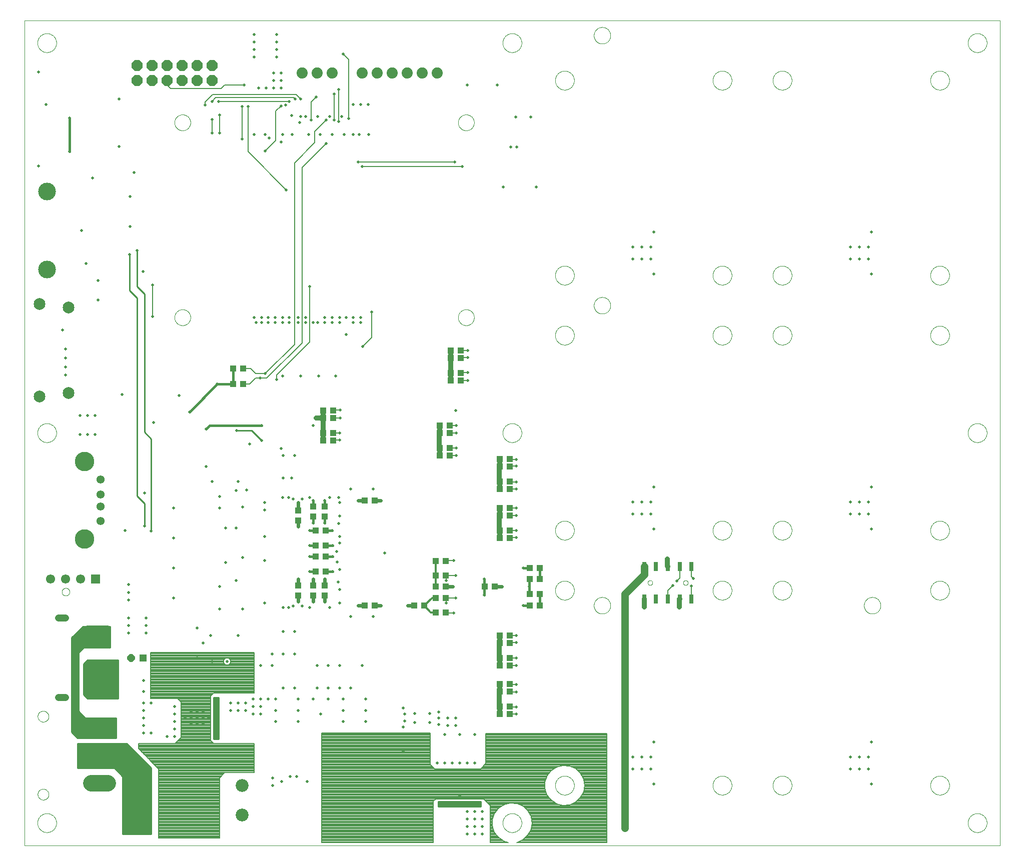
<source format=gbl>
G75*
%MOIN*%
%OFA0B0*%
%FSLAX25Y25*%
%IPPOS*%
%LPD*%
%AMOC8*
5,1,8,0,0,1.08239X$1,22.5*
%
%ADD10C,0.00000*%
%ADD11C,0.10925*%
%ADD12C,0.08600*%
%ADD13C,0.02381*%
%ADD14C,0.07854*%
%ADD15C,0.05433*%
%ADD16C,0.12992*%
%ADD17R,0.04331X0.03937*%
%ADD18C,0.11811*%
%ADD19R,0.06024X0.06024*%
%ADD20C,0.06102*%
%ADD21OC8,0.07400*%
%ADD22C,0.07400*%
%ADD23R,0.03937X0.04331*%
%ADD24R,0.03150X0.05906*%
%ADD25R,0.05118X0.05118*%
%ADD26OC8,0.05118*%
%ADD27C,0.14567*%
%ADD28R,0.14567X0.14567*%
%ADD29C,0.04724*%
%ADD30C,0.01969*%
%ADD31C,0.01000*%
%ADD32C,0.01600*%
%ADD33C,0.02400*%
%ADD34C,0.03200*%
%ADD35C,0.00800*%
%ADD36C,0.01200*%
%ADD37C,0.05000*%
D10*
X0027589Y0022142D02*
X0027589Y0572142D01*
X0677589Y0572142D01*
X0677589Y0022142D01*
X0027589Y0022142D01*
X0036290Y0037142D02*
X0036292Y0037300D01*
X0036298Y0037458D01*
X0036308Y0037616D01*
X0036322Y0037774D01*
X0036340Y0037931D01*
X0036361Y0038088D01*
X0036387Y0038244D01*
X0036417Y0038400D01*
X0036450Y0038555D01*
X0036488Y0038708D01*
X0036529Y0038861D01*
X0036574Y0039013D01*
X0036623Y0039164D01*
X0036676Y0039313D01*
X0036732Y0039461D01*
X0036792Y0039607D01*
X0036856Y0039752D01*
X0036924Y0039895D01*
X0036995Y0040037D01*
X0037069Y0040177D01*
X0037147Y0040314D01*
X0037229Y0040450D01*
X0037313Y0040584D01*
X0037402Y0040715D01*
X0037493Y0040844D01*
X0037588Y0040971D01*
X0037685Y0041096D01*
X0037786Y0041218D01*
X0037890Y0041337D01*
X0037997Y0041454D01*
X0038107Y0041568D01*
X0038220Y0041679D01*
X0038335Y0041788D01*
X0038453Y0041893D01*
X0038574Y0041995D01*
X0038697Y0042095D01*
X0038823Y0042191D01*
X0038951Y0042284D01*
X0039081Y0042374D01*
X0039214Y0042460D01*
X0039349Y0042544D01*
X0039485Y0042623D01*
X0039624Y0042700D01*
X0039765Y0042772D01*
X0039907Y0042842D01*
X0040051Y0042907D01*
X0040197Y0042969D01*
X0040344Y0043027D01*
X0040493Y0043082D01*
X0040643Y0043133D01*
X0040794Y0043180D01*
X0040946Y0043223D01*
X0041099Y0043262D01*
X0041254Y0043298D01*
X0041409Y0043329D01*
X0041565Y0043357D01*
X0041721Y0043381D01*
X0041878Y0043401D01*
X0042036Y0043417D01*
X0042193Y0043429D01*
X0042352Y0043437D01*
X0042510Y0043441D01*
X0042668Y0043441D01*
X0042826Y0043437D01*
X0042985Y0043429D01*
X0043142Y0043417D01*
X0043300Y0043401D01*
X0043457Y0043381D01*
X0043613Y0043357D01*
X0043769Y0043329D01*
X0043924Y0043298D01*
X0044079Y0043262D01*
X0044232Y0043223D01*
X0044384Y0043180D01*
X0044535Y0043133D01*
X0044685Y0043082D01*
X0044834Y0043027D01*
X0044981Y0042969D01*
X0045127Y0042907D01*
X0045271Y0042842D01*
X0045413Y0042772D01*
X0045554Y0042700D01*
X0045693Y0042623D01*
X0045829Y0042544D01*
X0045964Y0042460D01*
X0046097Y0042374D01*
X0046227Y0042284D01*
X0046355Y0042191D01*
X0046481Y0042095D01*
X0046604Y0041995D01*
X0046725Y0041893D01*
X0046843Y0041788D01*
X0046958Y0041679D01*
X0047071Y0041568D01*
X0047181Y0041454D01*
X0047288Y0041337D01*
X0047392Y0041218D01*
X0047493Y0041096D01*
X0047590Y0040971D01*
X0047685Y0040844D01*
X0047776Y0040715D01*
X0047865Y0040584D01*
X0047949Y0040450D01*
X0048031Y0040314D01*
X0048109Y0040177D01*
X0048183Y0040037D01*
X0048254Y0039895D01*
X0048322Y0039752D01*
X0048386Y0039607D01*
X0048446Y0039461D01*
X0048502Y0039313D01*
X0048555Y0039164D01*
X0048604Y0039013D01*
X0048649Y0038861D01*
X0048690Y0038708D01*
X0048728Y0038555D01*
X0048761Y0038400D01*
X0048791Y0038244D01*
X0048817Y0038088D01*
X0048838Y0037931D01*
X0048856Y0037774D01*
X0048870Y0037616D01*
X0048880Y0037458D01*
X0048886Y0037300D01*
X0048888Y0037142D01*
X0048886Y0036984D01*
X0048880Y0036826D01*
X0048870Y0036668D01*
X0048856Y0036510D01*
X0048838Y0036353D01*
X0048817Y0036196D01*
X0048791Y0036040D01*
X0048761Y0035884D01*
X0048728Y0035729D01*
X0048690Y0035576D01*
X0048649Y0035423D01*
X0048604Y0035271D01*
X0048555Y0035120D01*
X0048502Y0034971D01*
X0048446Y0034823D01*
X0048386Y0034677D01*
X0048322Y0034532D01*
X0048254Y0034389D01*
X0048183Y0034247D01*
X0048109Y0034107D01*
X0048031Y0033970D01*
X0047949Y0033834D01*
X0047865Y0033700D01*
X0047776Y0033569D01*
X0047685Y0033440D01*
X0047590Y0033313D01*
X0047493Y0033188D01*
X0047392Y0033066D01*
X0047288Y0032947D01*
X0047181Y0032830D01*
X0047071Y0032716D01*
X0046958Y0032605D01*
X0046843Y0032496D01*
X0046725Y0032391D01*
X0046604Y0032289D01*
X0046481Y0032189D01*
X0046355Y0032093D01*
X0046227Y0032000D01*
X0046097Y0031910D01*
X0045964Y0031824D01*
X0045829Y0031740D01*
X0045693Y0031661D01*
X0045554Y0031584D01*
X0045413Y0031512D01*
X0045271Y0031442D01*
X0045127Y0031377D01*
X0044981Y0031315D01*
X0044834Y0031257D01*
X0044685Y0031202D01*
X0044535Y0031151D01*
X0044384Y0031104D01*
X0044232Y0031061D01*
X0044079Y0031022D01*
X0043924Y0030986D01*
X0043769Y0030955D01*
X0043613Y0030927D01*
X0043457Y0030903D01*
X0043300Y0030883D01*
X0043142Y0030867D01*
X0042985Y0030855D01*
X0042826Y0030847D01*
X0042668Y0030843D01*
X0042510Y0030843D01*
X0042352Y0030847D01*
X0042193Y0030855D01*
X0042036Y0030867D01*
X0041878Y0030883D01*
X0041721Y0030903D01*
X0041565Y0030927D01*
X0041409Y0030955D01*
X0041254Y0030986D01*
X0041099Y0031022D01*
X0040946Y0031061D01*
X0040794Y0031104D01*
X0040643Y0031151D01*
X0040493Y0031202D01*
X0040344Y0031257D01*
X0040197Y0031315D01*
X0040051Y0031377D01*
X0039907Y0031442D01*
X0039765Y0031512D01*
X0039624Y0031584D01*
X0039485Y0031661D01*
X0039349Y0031740D01*
X0039214Y0031824D01*
X0039081Y0031910D01*
X0038951Y0032000D01*
X0038823Y0032093D01*
X0038697Y0032189D01*
X0038574Y0032289D01*
X0038453Y0032391D01*
X0038335Y0032496D01*
X0038220Y0032605D01*
X0038107Y0032716D01*
X0037997Y0032830D01*
X0037890Y0032947D01*
X0037786Y0033066D01*
X0037685Y0033188D01*
X0037588Y0033313D01*
X0037493Y0033440D01*
X0037402Y0033569D01*
X0037313Y0033700D01*
X0037229Y0033834D01*
X0037147Y0033970D01*
X0037069Y0034107D01*
X0036995Y0034247D01*
X0036924Y0034389D01*
X0036856Y0034532D01*
X0036792Y0034677D01*
X0036732Y0034823D01*
X0036676Y0034971D01*
X0036623Y0035120D01*
X0036574Y0035271D01*
X0036529Y0035423D01*
X0036488Y0035576D01*
X0036450Y0035729D01*
X0036417Y0035884D01*
X0036387Y0036040D01*
X0036361Y0036196D01*
X0036340Y0036353D01*
X0036322Y0036510D01*
X0036308Y0036668D01*
X0036298Y0036826D01*
X0036292Y0036984D01*
X0036290Y0037142D01*
X0036467Y0056158D02*
X0036469Y0056278D01*
X0036475Y0056399D01*
X0036485Y0056519D01*
X0036499Y0056638D01*
X0036517Y0056757D01*
X0036538Y0056876D01*
X0036564Y0056994D01*
X0036594Y0057110D01*
X0036627Y0057226D01*
X0036664Y0057341D01*
X0036705Y0057454D01*
X0036750Y0057566D01*
X0036798Y0057676D01*
X0036850Y0057785D01*
X0036906Y0057891D01*
X0036965Y0057996D01*
X0037028Y0058099D01*
X0037093Y0058200D01*
X0037163Y0058299D01*
X0037235Y0058395D01*
X0037310Y0058489D01*
X0037389Y0058580D01*
X0037471Y0058669D01*
X0037555Y0058754D01*
X0037642Y0058838D01*
X0037732Y0058918D01*
X0037825Y0058995D01*
X0037920Y0059069D01*
X0038017Y0059139D01*
X0038117Y0059207D01*
X0038219Y0059271D01*
X0038323Y0059332D01*
X0038429Y0059389D01*
X0038537Y0059443D01*
X0038646Y0059493D01*
X0038757Y0059540D01*
X0038870Y0059583D01*
X0038984Y0059622D01*
X0039099Y0059657D01*
X0039215Y0059689D01*
X0039332Y0059716D01*
X0039450Y0059740D01*
X0039569Y0059760D01*
X0039688Y0059776D01*
X0039808Y0059788D01*
X0039928Y0059796D01*
X0040049Y0059800D01*
X0040169Y0059800D01*
X0040290Y0059796D01*
X0040410Y0059788D01*
X0040530Y0059776D01*
X0040649Y0059760D01*
X0040768Y0059740D01*
X0040886Y0059716D01*
X0041003Y0059689D01*
X0041119Y0059657D01*
X0041234Y0059622D01*
X0041348Y0059583D01*
X0041461Y0059540D01*
X0041572Y0059493D01*
X0041681Y0059443D01*
X0041789Y0059389D01*
X0041895Y0059332D01*
X0041999Y0059271D01*
X0042101Y0059207D01*
X0042201Y0059139D01*
X0042298Y0059069D01*
X0042393Y0058995D01*
X0042486Y0058918D01*
X0042576Y0058838D01*
X0042663Y0058754D01*
X0042747Y0058669D01*
X0042829Y0058580D01*
X0042908Y0058489D01*
X0042983Y0058395D01*
X0043055Y0058299D01*
X0043125Y0058200D01*
X0043190Y0058099D01*
X0043253Y0057996D01*
X0043312Y0057891D01*
X0043368Y0057785D01*
X0043420Y0057676D01*
X0043468Y0057566D01*
X0043513Y0057454D01*
X0043554Y0057341D01*
X0043591Y0057226D01*
X0043624Y0057110D01*
X0043654Y0056994D01*
X0043680Y0056876D01*
X0043701Y0056757D01*
X0043719Y0056638D01*
X0043733Y0056519D01*
X0043743Y0056399D01*
X0043749Y0056278D01*
X0043751Y0056158D01*
X0043749Y0056038D01*
X0043743Y0055917D01*
X0043733Y0055797D01*
X0043719Y0055678D01*
X0043701Y0055559D01*
X0043680Y0055440D01*
X0043654Y0055322D01*
X0043624Y0055206D01*
X0043591Y0055090D01*
X0043554Y0054975D01*
X0043513Y0054862D01*
X0043468Y0054750D01*
X0043420Y0054640D01*
X0043368Y0054531D01*
X0043312Y0054425D01*
X0043253Y0054320D01*
X0043190Y0054217D01*
X0043125Y0054116D01*
X0043055Y0054017D01*
X0042983Y0053921D01*
X0042908Y0053827D01*
X0042829Y0053736D01*
X0042747Y0053647D01*
X0042663Y0053562D01*
X0042576Y0053478D01*
X0042486Y0053398D01*
X0042393Y0053321D01*
X0042298Y0053247D01*
X0042201Y0053177D01*
X0042101Y0053109D01*
X0041999Y0053045D01*
X0041895Y0052984D01*
X0041789Y0052927D01*
X0041681Y0052873D01*
X0041572Y0052823D01*
X0041461Y0052776D01*
X0041348Y0052733D01*
X0041234Y0052694D01*
X0041119Y0052659D01*
X0041003Y0052627D01*
X0040886Y0052600D01*
X0040768Y0052576D01*
X0040649Y0052556D01*
X0040530Y0052540D01*
X0040410Y0052528D01*
X0040290Y0052520D01*
X0040169Y0052516D01*
X0040049Y0052516D01*
X0039928Y0052520D01*
X0039808Y0052528D01*
X0039688Y0052540D01*
X0039569Y0052556D01*
X0039450Y0052576D01*
X0039332Y0052600D01*
X0039215Y0052627D01*
X0039099Y0052659D01*
X0038984Y0052694D01*
X0038870Y0052733D01*
X0038757Y0052776D01*
X0038646Y0052823D01*
X0038537Y0052873D01*
X0038429Y0052927D01*
X0038323Y0052984D01*
X0038219Y0053045D01*
X0038117Y0053109D01*
X0038017Y0053177D01*
X0037920Y0053247D01*
X0037825Y0053321D01*
X0037732Y0053398D01*
X0037642Y0053478D01*
X0037555Y0053562D01*
X0037471Y0053647D01*
X0037389Y0053736D01*
X0037310Y0053827D01*
X0037235Y0053921D01*
X0037163Y0054017D01*
X0037093Y0054116D01*
X0037028Y0054217D01*
X0036965Y0054320D01*
X0036906Y0054425D01*
X0036850Y0054531D01*
X0036798Y0054640D01*
X0036750Y0054750D01*
X0036705Y0054862D01*
X0036664Y0054975D01*
X0036627Y0055090D01*
X0036594Y0055206D01*
X0036564Y0055322D01*
X0036538Y0055440D01*
X0036517Y0055559D01*
X0036499Y0055678D01*
X0036485Y0055797D01*
X0036475Y0055917D01*
X0036469Y0056038D01*
X0036467Y0056158D01*
X0036467Y0108127D02*
X0036469Y0108247D01*
X0036475Y0108368D01*
X0036485Y0108488D01*
X0036499Y0108607D01*
X0036517Y0108726D01*
X0036538Y0108845D01*
X0036564Y0108963D01*
X0036594Y0109079D01*
X0036627Y0109195D01*
X0036664Y0109310D01*
X0036705Y0109423D01*
X0036750Y0109535D01*
X0036798Y0109645D01*
X0036850Y0109754D01*
X0036906Y0109860D01*
X0036965Y0109965D01*
X0037028Y0110068D01*
X0037093Y0110169D01*
X0037163Y0110268D01*
X0037235Y0110364D01*
X0037310Y0110458D01*
X0037389Y0110549D01*
X0037471Y0110638D01*
X0037555Y0110723D01*
X0037642Y0110807D01*
X0037732Y0110887D01*
X0037825Y0110964D01*
X0037920Y0111038D01*
X0038017Y0111108D01*
X0038117Y0111176D01*
X0038219Y0111240D01*
X0038323Y0111301D01*
X0038429Y0111358D01*
X0038537Y0111412D01*
X0038646Y0111462D01*
X0038757Y0111509D01*
X0038870Y0111552D01*
X0038984Y0111591D01*
X0039099Y0111626D01*
X0039215Y0111658D01*
X0039332Y0111685D01*
X0039450Y0111709D01*
X0039569Y0111729D01*
X0039688Y0111745D01*
X0039808Y0111757D01*
X0039928Y0111765D01*
X0040049Y0111769D01*
X0040169Y0111769D01*
X0040290Y0111765D01*
X0040410Y0111757D01*
X0040530Y0111745D01*
X0040649Y0111729D01*
X0040768Y0111709D01*
X0040886Y0111685D01*
X0041003Y0111658D01*
X0041119Y0111626D01*
X0041234Y0111591D01*
X0041348Y0111552D01*
X0041461Y0111509D01*
X0041572Y0111462D01*
X0041681Y0111412D01*
X0041789Y0111358D01*
X0041895Y0111301D01*
X0041999Y0111240D01*
X0042101Y0111176D01*
X0042201Y0111108D01*
X0042298Y0111038D01*
X0042393Y0110964D01*
X0042486Y0110887D01*
X0042576Y0110807D01*
X0042663Y0110723D01*
X0042747Y0110638D01*
X0042829Y0110549D01*
X0042908Y0110458D01*
X0042983Y0110364D01*
X0043055Y0110268D01*
X0043125Y0110169D01*
X0043190Y0110068D01*
X0043253Y0109965D01*
X0043312Y0109860D01*
X0043368Y0109754D01*
X0043420Y0109645D01*
X0043468Y0109535D01*
X0043513Y0109423D01*
X0043554Y0109310D01*
X0043591Y0109195D01*
X0043624Y0109079D01*
X0043654Y0108963D01*
X0043680Y0108845D01*
X0043701Y0108726D01*
X0043719Y0108607D01*
X0043733Y0108488D01*
X0043743Y0108368D01*
X0043749Y0108247D01*
X0043751Y0108127D01*
X0043749Y0108007D01*
X0043743Y0107886D01*
X0043733Y0107766D01*
X0043719Y0107647D01*
X0043701Y0107528D01*
X0043680Y0107409D01*
X0043654Y0107291D01*
X0043624Y0107175D01*
X0043591Y0107059D01*
X0043554Y0106944D01*
X0043513Y0106831D01*
X0043468Y0106719D01*
X0043420Y0106609D01*
X0043368Y0106500D01*
X0043312Y0106394D01*
X0043253Y0106289D01*
X0043190Y0106186D01*
X0043125Y0106085D01*
X0043055Y0105986D01*
X0042983Y0105890D01*
X0042908Y0105796D01*
X0042829Y0105705D01*
X0042747Y0105616D01*
X0042663Y0105531D01*
X0042576Y0105447D01*
X0042486Y0105367D01*
X0042393Y0105290D01*
X0042298Y0105216D01*
X0042201Y0105146D01*
X0042101Y0105078D01*
X0041999Y0105014D01*
X0041895Y0104953D01*
X0041789Y0104896D01*
X0041681Y0104842D01*
X0041572Y0104792D01*
X0041461Y0104745D01*
X0041348Y0104702D01*
X0041234Y0104663D01*
X0041119Y0104628D01*
X0041003Y0104596D01*
X0040886Y0104569D01*
X0040768Y0104545D01*
X0040649Y0104525D01*
X0040530Y0104509D01*
X0040410Y0104497D01*
X0040290Y0104489D01*
X0040169Y0104485D01*
X0040049Y0104485D01*
X0039928Y0104489D01*
X0039808Y0104497D01*
X0039688Y0104509D01*
X0039569Y0104525D01*
X0039450Y0104545D01*
X0039332Y0104569D01*
X0039215Y0104596D01*
X0039099Y0104628D01*
X0038984Y0104663D01*
X0038870Y0104702D01*
X0038757Y0104745D01*
X0038646Y0104792D01*
X0038537Y0104842D01*
X0038429Y0104896D01*
X0038323Y0104953D01*
X0038219Y0105014D01*
X0038117Y0105078D01*
X0038017Y0105146D01*
X0037920Y0105216D01*
X0037825Y0105290D01*
X0037732Y0105367D01*
X0037642Y0105447D01*
X0037555Y0105531D01*
X0037471Y0105616D01*
X0037389Y0105705D01*
X0037310Y0105796D01*
X0037235Y0105890D01*
X0037163Y0105986D01*
X0037093Y0106085D01*
X0037028Y0106186D01*
X0036965Y0106289D01*
X0036906Y0106394D01*
X0036850Y0106500D01*
X0036798Y0106609D01*
X0036750Y0106719D01*
X0036705Y0106831D01*
X0036664Y0106944D01*
X0036627Y0107059D01*
X0036594Y0107175D01*
X0036564Y0107291D01*
X0036538Y0107409D01*
X0036517Y0107528D01*
X0036499Y0107647D01*
X0036485Y0107766D01*
X0036475Y0107886D01*
X0036469Y0108007D01*
X0036467Y0108127D01*
X0052530Y0191138D02*
X0052532Y0191239D01*
X0052538Y0191340D01*
X0052548Y0191441D01*
X0052562Y0191541D01*
X0052580Y0191640D01*
X0052602Y0191739D01*
X0052627Y0191837D01*
X0052657Y0191934D01*
X0052690Y0192029D01*
X0052727Y0192123D01*
X0052768Y0192216D01*
X0052812Y0192307D01*
X0052860Y0192396D01*
X0052912Y0192483D01*
X0052967Y0192568D01*
X0053025Y0192650D01*
X0053086Y0192731D01*
X0053151Y0192809D01*
X0053218Y0192884D01*
X0053288Y0192956D01*
X0053362Y0193026D01*
X0053438Y0193093D01*
X0053516Y0193157D01*
X0053597Y0193217D01*
X0053680Y0193274D01*
X0053766Y0193328D01*
X0053854Y0193379D01*
X0053943Y0193426D01*
X0054034Y0193470D01*
X0054127Y0193509D01*
X0054222Y0193546D01*
X0054317Y0193578D01*
X0054414Y0193607D01*
X0054513Y0193631D01*
X0054611Y0193652D01*
X0054711Y0193669D01*
X0054811Y0193682D01*
X0054912Y0193691D01*
X0055013Y0193696D01*
X0055114Y0193697D01*
X0055215Y0193694D01*
X0055316Y0193687D01*
X0055417Y0193676D01*
X0055517Y0193661D01*
X0055616Y0193642D01*
X0055715Y0193619D01*
X0055812Y0193593D01*
X0055909Y0193562D01*
X0056004Y0193528D01*
X0056097Y0193490D01*
X0056190Y0193448D01*
X0056280Y0193403D01*
X0056369Y0193354D01*
X0056455Y0193302D01*
X0056539Y0193246D01*
X0056622Y0193187D01*
X0056701Y0193125D01*
X0056779Y0193060D01*
X0056853Y0192992D01*
X0056925Y0192920D01*
X0056994Y0192847D01*
X0057060Y0192770D01*
X0057123Y0192691D01*
X0057183Y0192609D01*
X0057239Y0192525D01*
X0057292Y0192439D01*
X0057342Y0192351D01*
X0057388Y0192261D01*
X0057431Y0192170D01*
X0057470Y0192076D01*
X0057505Y0191981D01*
X0057536Y0191885D01*
X0057564Y0191788D01*
X0057588Y0191690D01*
X0057608Y0191591D01*
X0057624Y0191491D01*
X0057636Y0191390D01*
X0057644Y0191290D01*
X0057648Y0191189D01*
X0057648Y0191087D01*
X0057644Y0190986D01*
X0057636Y0190886D01*
X0057624Y0190785D01*
X0057608Y0190685D01*
X0057588Y0190586D01*
X0057564Y0190488D01*
X0057536Y0190391D01*
X0057505Y0190295D01*
X0057470Y0190200D01*
X0057431Y0190106D01*
X0057388Y0190015D01*
X0057342Y0189925D01*
X0057292Y0189837D01*
X0057239Y0189751D01*
X0057183Y0189667D01*
X0057123Y0189585D01*
X0057060Y0189506D01*
X0056994Y0189429D01*
X0056925Y0189356D01*
X0056853Y0189284D01*
X0056779Y0189216D01*
X0056701Y0189151D01*
X0056622Y0189089D01*
X0056539Y0189030D01*
X0056455Y0188974D01*
X0056368Y0188922D01*
X0056280Y0188873D01*
X0056190Y0188828D01*
X0056097Y0188786D01*
X0056004Y0188748D01*
X0055909Y0188714D01*
X0055812Y0188683D01*
X0055715Y0188657D01*
X0055616Y0188634D01*
X0055517Y0188615D01*
X0055417Y0188600D01*
X0055316Y0188589D01*
X0055215Y0188582D01*
X0055114Y0188579D01*
X0055013Y0188580D01*
X0054912Y0188585D01*
X0054811Y0188594D01*
X0054711Y0188607D01*
X0054611Y0188624D01*
X0054513Y0188645D01*
X0054414Y0188669D01*
X0054317Y0188698D01*
X0054222Y0188730D01*
X0054127Y0188767D01*
X0054034Y0188806D01*
X0053943Y0188850D01*
X0053854Y0188897D01*
X0053766Y0188948D01*
X0053680Y0189002D01*
X0053597Y0189059D01*
X0053516Y0189119D01*
X0053438Y0189183D01*
X0053362Y0189250D01*
X0053288Y0189320D01*
X0053218Y0189392D01*
X0053151Y0189467D01*
X0053086Y0189545D01*
X0053025Y0189626D01*
X0052967Y0189708D01*
X0052912Y0189793D01*
X0052860Y0189880D01*
X0052812Y0189969D01*
X0052768Y0190060D01*
X0052727Y0190153D01*
X0052690Y0190247D01*
X0052657Y0190342D01*
X0052627Y0190439D01*
X0052602Y0190537D01*
X0052580Y0190636D01*
X0052562Y0190735D01*
X0052548Y0190835D01*
X0052538Y0190936D01*
X0052532Y0191037D01*
X0052530Y0191138D01*
X0036290Y0297142D02*
X0036292Y0297300D01*
X0036298Y0297458D01*
X0036308Y0297616D01*
X0036322Y0297774D01*
X0036340Y0297931D01*
X0036361Y0298088D01*
X0036387Y0298244D01*
X0036417Y0298400D01*
X0036450Y0298555D01*
X0036488Y0298708D01*
X0036529Y0298861D01*
X0036574Y0299013D01*
X0036623Y0299164D01*
X0036676Y0299313D01*
X0036732Y0299461D01*
X0036792Y0299607D01*
X0036856Y0299752D01*
X0036924Y0299895D01*
X0036995Y0300037D01*
X0037069Y0300177D01*
X0037147Y0300314D01*
X0037229Y0300450D01*
X0037313Y0300584D01*
X0037402Y0300715D01*
X0037493Y0300844D01*
X0037588Y0300971D01*
X0037685Y0301096D01*
X0037786Y0301218D01*
X0037890Y0301337D01*
X0037997Y0301454D01*
X0038107Y0301568D01*
X0038220Y0301679D01*
X0038335Y0301788D01*
X0038453Y0301893D01*
X0038574Y0301995D01*
X0038697Y0302095D01*
X0038823Y0302191D01*
X0038951Y0302284D01*
X0039081Y0302374D01*
X0039214Y0302460D01*
X0039349Y0302544D01*
X0039485Y0302623D01*
X0039624Y0302700D01*
X0039765Y0302772D01*
X0039907Y0302842D01*
X0040051Y0302907D01*
X0040197Y0302969D01*
X0040344Y0303027D01*
X0040493Y0303082D01*
X0040643Y0303133D01*
X0040794Y0303180D01*
X0040946Y0303223D01*
X0041099Y0303262D01*
X0041254Y0303298D01*
X0041409Y0303329D01*
X0041565Y0303357D01*
X0041721Y0303381D01*
X0041878Y0303401D01*
X0042036Y0303417D01*
X0042193Y0303429D01*
X0042352Y0303437D01*
X0042510Y0303441D01*
X0042668Y0303441D01*
X0042826Y0303437D01*
X0042985Y0303429D01*
X0043142Y0303417D01*
X0043300Y0303401D01*
X0043457Y0303381D01*
X0043613Y0303357D01*
X0043769Y0303329D01*
X0043924Y0303298D01*
X0044079Y0303262D01*
X0044232Y0303223D01*
X0044384Y0303180D01*
X0044535Y0303133D01*
X0044685Y0303082D01*
X0044834Y0303027D01*
X0044981Y0302969D01*
X0045127Y0302907D01*
X0045271Y0302842D01*
X0045413Y0302772D01*
X0045554Y0302700D01*
X0045693Y0302623D01*
X0045829Y0302544D01*
X0045964Y0302460D01*
X0046097Y0302374D01*
X0046227Y0302284D01*
X0046355Y0302191D01*
X0046481Y0302095D01*
X0046604Y0301995D01*
X0046725Y0301893D01*
X0046843Y0301788D01*
X0046958Y0301679D01*
X0047071Y0301568D01*
X0047181Y0301454D01*
X0047288Y0301337D01*
X0047392Y0301218D01*
X0047493Y0301096D01*
X0047590Y0300971D01*
X0047685Y0300844D01*
X0047776Y0300715D01*
X0047865Y0300584D01*
X0047949Y0300450D01*
X0048031Y0300314D01*
X0048109Y0300177D01*
X0048183Y0300037D01*
X0048254Y0299895D01*
X0048322Y0299752D01*
X0048386Y0299607D01*
X0048446Y0299461D01*
X0048502Y0299313D01*
X0048555Y0299164D01*
X0048604Y0299013D01*
X0048649Y0298861D01*
X0048690Y0298708D01*
X0048728Y0298555D01*
X0048761Y0298400D01*
X0048791Y0298244D01*
X0048817Y0298088D01*
X0048838Y0297931D01*
X0048856Y0297774D01*
X0048870Y0297616D01*
X0048880Y0297458D01*
X0048886Y0297300D01*
X0048888Y0297142D01*
X0048886Y0296984D01*
X0048880Y0296826D01*
X0048870Y0296668D01*
X0048856Y0296510D01*
X0048838Y0296353D01*
X0048817Y0296196D01*
X0048791Y0296040D01*
X0048761Y0295884D01*
X0048728Y0295729D01*
X0048690Y0295576D01*
X0048649Y0295423D01*
X0048604Y0295271D01*
X0048555Y0295120D01*
X0048502Y0294971D01*
X0048446Y0294823D01*
X0048386Y0294677D01*
X0048322Y0294532D01*
X0048254Y0294389D01*
X0048183Y0294247D01*
X0048109Y0294107D01*
X0048031Y0293970D01*
X0047949Y0293834D01*
X0047865Y0293700D01*
X0047776Y0293569D01*
X0047685Y0293440D01*
X0047590Y0293313D01*
X0047493Y0293188D01*
X0047392Y0293066D01*
X0047288Y0292947D01*
X0047181Y0292830D01*
X0047071Y0292716D01*
X0046958Y0292605D01*
X0046843Y0292496D01*
X0046725Y0292391D01*
X0046604Y0292289D01*
X0046481Y0292189D01*
X0046355Y0292093D01*
X0046227Y0292000D01*
X0046097Y0291910D01*
X0045964Y0291824D01*
X0045829Y0291740D01*
X0045693Y0291661D01*
X0045554Y0291584D01*
X0045413Y0291512D01*
X0045271Y0291442D01*
X0045127Y0291377D01*
X0044981Y0291315D01*
X0044834Y0291257D01*
X0044685Y0291202D01*
X0044535Y0291151D01*
X0044384Y0291104D01*
X0044232Y0291061D01*
X0044079Y0291022D01*
X0043924Y0290986D01*
X0043769Y0290955D01*
X0043613Y0290927D01*
X0043457Y0290903D01*
X0043300Y0290883D01*
X0043142Y0290867D01*
X0042985Y0290855D01*
X0042826Y0290847D01*
X0042668Y0290843D01*
X0042510Y0290843D01*
X0042352Y0290847D01*
X0042193Y0290855D01*
X0042036Y0290867D01*
X0041878Y0290883D01*
X0041721Y0290903D01*
X0041565Y0290927D01*
X0041409Y0290955D01*
X0041254Y0290986D01*
X0041099Y0291022D01*
X0040946Y0291061D01*
X0040794Y0291104D01*
X0040643Y0291151D01*
X0040493Y0291202D01*
X0040344Y0291257D01*
X0040197Y0291315D01*
X0040051Y0291377D01*
X0039907Y0291442D01*
X0039765Y0291512D01*
X0039624Y0291584D01*
X0039485Y0291661D01*
X0039349Y0291740D01*
X0039214Y0291824D01*
X0039081Y0291910D01*
X0038951Y0292000D01*
X0038823Y0292093D01*
X0038697Y0292189D01*
X0038574Y0292289D01*
X0038453Y0292391D01*
X0038335Y0292496D01*
X0038220Y0292605D01*
X0038107Y0292716D01*
X0037997Y0292830D01*
X0037890Y0292947D01*
X0037786Y0293066D01*
X0037685Y0293188D01*
X0037588Y0293313D01*
X0037493Y0293440D01*
X0037402Y0293569D01*
X0037313Y0293700D01*
X0037229Y0293834D01*
X0037147Y0293970D01*
X0037069Y0294107D01*
X0036995Y0294247D01*
X0036924Y0294389D01*
X0036856Y0294532D01*
X0036792Y0294677D01*
X0036732Y0294823D01*
X0036676Y0294971D01*
X0036623Y0295120D01*
X0036574Y0295271D01*
X0036529Y0295423D01*
X0036488Y0295576D01*
X0036450Y0295729D01*
X0036417Y0295884D01*
X0036387Y0296040D01*
X0036361Y0296196D01*
X0036340Y0296353D01*
X0036322Y0296510D01*
X0036308Y0296668D01*
X0036298Y0296826D01*
X0036292Y0296984D01*
X0036290Y0297142D01*
X0127628Y0374111D02*
X0127630Y0374256D01*
X0127636Y0374401D01*
X0127646Y0374546D01*
X0127660Y0374691D01*
X0127678Y0374835D01*
X0127699Y0374978D01*
X0127725Y0375121D01*
X0127754Y0375263D01*
X0127788Y0375405D01*
X0127825Y0375545D01*
X0127866Y0375684D01*
X0127911Y0375822D01*
X0127960Y0375959D01*
X0128012Y0376095D01*
X0128068Y0376229D01*
X0128128Y0376361D01*
X0128191Y0376492D01*
X0128258Y0376620D01*
X0128328Y0376748D01*
X0128402Y0376873D01*
X0128479Y0376996D01*
X0128559Y0377116D01*
X0128643Y0377235D01*
X0128730Y0377351D01*
X0128820Y0377465D01*
X0128913Y0377577D01*
X0129009Y0377685D01*
X0129109Y0377791D01*
X0129210Y0377895D01*
X0129315Y0377995D01*
X0129423Y0378093D01*
X0129533Y0378188D01*
X0129645Y0378279D01*
X0129760Y0378368D01*
X0129878Y0378453D01*
X0129998Y0378535D01*
X0130120Y0378614D01*
X0130244Y0378690D01*
X0130370Y0378762D01*
X0130498Y0378830D01*
X0130628Y0378895D01*
X0130759Y0378957D01*
X0130892Y0379014D01*
X0131027Y0379069D01*
X0131163Y0379119D01*
X0131301Y0379166D01*
X0131439Y0379209D01*
X0131579Y0379248D01*
X0131720Y0379283D01*
X0131862Y0379315D01*
X0132004Y0379342D01*
X0132147Y0379366D01*
X0132291Y0379386D01*
X0132436Y0379402D01*
X0132580Y0379414D01*
X0132725Y0379422D01*
X0132870Y0379426D01*
X0133016Y0379426D01*
X0133161Y0379422D01*
X0133306Y0379414D01*
X0133450Y0379402D01*
X0133595Y0379386D01*
X0133739Y0379366D01*
X0133882Y0379342D01*
X0134024Y0379315D01*
X0134166Y0379283D01*
X0134307Y0379248D01*
X0134447Y0379209D01*
X0134585Y0379166D01*
X0134723Y0379119D01*
X0134859Y0379069D01*
X0134994Y0379014D01*
X0135127Y0378957D01*
X0135258Y0378895D01*
X0135388Y0378830D01*
X0135516Y0378762D01*
X0135642Y0378690D01*
X0135766Y0378614D01*
X0135888Y0378535D01*
X0136008Y0378453D01*
X0136126Y0378368D01*
X0136241Y0378279D01*
X0136353Y0378188D01*
X0136463Y0378093D01*
X0136571Y0377995D01*
X0136676Y0377895D01*
X0136777Y0377791D01*
X0136877Y0377685D01*
X0136973Y0377577D01*
X0137066Y0377465D01*
X0137156Y0377351D01*
X0137243Y0377235D01*
X0137327Y0377116D01*
X0137407Y0376996D01*
X0137484Y0376873D01*
X0137558Y0376748D01*
X0137628Y0376620D01*
X0137695Y0376492D01*
X0137758Y0376361D01*
X0137818Y0376229D01*
X0137874Y0376095D01*
X0137926Y0375959D01*
X0137975Y0375822D01*
X0138020Y0375684D01*
X0138061Y0375545D01*
X0138098Y0375405D01*
X0138132Y0375263D01*
X0138161Y0375121D01*
X0138187Y0374978D01*
X0138208Y0374835D01*
X0138226Y0374691D01*
X0138240Y0374546D01*
X0138250Y0374401D01*
X0138256Y0374256D01*
X0138258Y0374111D01*
X0138256Y0373966D01*
X0138250Y0373821D01*
X0138240Y0373676D01*
X0138226Y0373531D01*
X0138208Y0373387D01*
X0138187Y0373244D01*
X0138161Y0373101D01*
X0138132Y0372959D01*
X0138098Y0372817D01*
X0138061Y0372677D01*
X0138020Y0372538D01*
X0137975Y0372400D01*
X0137926Y0372263D01*
X0137874Y0372127D01*
X0137818Y0371993D01*
X0137758Y0371861D01*
X0137695Y0371730D01*
X0137628Y0371602D01*
X0137558Y0371474D01*
X0137484Y0371349D01*
X0137407Y0371226D01*
X0137327Y0371106D01*
X0137243Y0370987D01*
X0137156Y0370871D01*
X0137066Y0370757D01*
X0136973Y0370645D01*
X0136877Y0370537D01*
X0136777Y0370431D01*
X0136676Y0370327D01*
X0136571Y0370227D01*
X0136463Y0370129D01*
X0136353Y0370034D01*
X0136241Y0369943D01*
X0136126Y0369854D01*
X0136008Y0369769D01*
X0135888Y0369687D01*
X0135766Y0369608D01*
X0135642Y0369532D01*
X0135516Y0369460D01*
X0135388Y0369392D01*
X0135258Y0369327D01*
X0135127Y0369265D01*
X0134994Y0369208D01*
X0134859Y0369153D01*
X0134723Y0369103D01*
X0134585Y0369056D01*
X0134447Y0369013D01*
X0134307Y0368974D01*
X0134166Y0368939D01*
X0134024Y0368907D01*
X0133882Y0368880D01*
X0133739Y0368856D01*
X0133595Y0368836D01*
X0133450Y0368820D01*
X0133306Y0368808D01*
X0133161Y0368800D01*
X0133016Y0368796D01*
X0132870Y0368796D01*
X0132725Y0368800D01*
X0132580Y0368808D01*
X0132436Y0368820D01*
X0132291Y0368836D01*
X0132147Y0368856D01*
X0132004Y0368880D01*
X0131862Y0368907D01*
X0131720Y0368939D01*
X0131579Y0368974D01*
X0131439Y0369013D01*
X0131301Y0369056D01*
X0131163Y0369103D01*
X0131027Y0369153D01*
X0130892Y0369208D01*
X0130759Y0369265D01*
X0130628Y0369327D01*
X0130498Y0369392D01*
X0130370Y0369460D01*
X0130244Y0369532D01*
X0130120Y0369608D01*
X0129998Y0369687D01*
X0129878Y0369769D01*
X0129760Y0369854D01*
X0129645Y0369943D01*
X0129533Y0370034D01*
X0129423Y0370129D01*
X0129315Y0370227D01*
X0129210Y0370327D01*
X0129109Y0370431D01*
X0129009Y0370537D01*
X0128913Y0370645D01*
X0128820Y0370757D01*
X0128730Y0370871D01*
X0128643Y0370987D01*
X0128559Y0371106D01*
X0128479Y0371226D01*
X0128402Y0371349D01*
X0128328Y0371474D01*
X0128258Y0371602D01*
X0128191Y0371730D01*
X0128128Y0371861D01*
X0128068Y0371993D01*
X0128012Y0372127D01*
X0127960Y0372263D01*
X0127911Y0372400D01*
X0127866Y0372538D01*
X0127825Y0372677D01*
X0127788Y0372817D01*
X0127754Y0372959D01*
X0127725Y0373101D01*
X0127699Y0373244D01*
X0127678Y0373387D01*
X0127660Y0373531D01*
X0127646Y0373676D01*
X0127636Y0373821D01*
X0127630Y0373966D01*
X0127628Y0374111D01*
X0127628Y0504032D02*
X0127630Y0504177D01*
X0127636Y0504322D01*
X0127646Y0504467D01*
X0127660Y0504612D01*
X0127678Y0504756D01*
X0127699Y0504899D01*
X0127725Y0505042D01*
X0127754Y0505184D01*
X0127788Y0505326D01*
X0127825Y0505466D01*
X0127866Y0505605D01*
X0127911Y0505743D01*
X0127960Y0505880D01*
X0128012Y0506016D01*
X0128068Y0506150D01*
X0128128Y0506282D01*
X0128191Y0506413D01*
X0128258Y0506541D01*
X0128328Y0506669D01*
X0128402Y0506794D01*
X0128479Y0506917D01*
X0128559Y0507037D01*
X0128643Y0507156D01*
X0128730Y0507272D01*
X0128820Y0507386D01*
X0128913Y0507498D01*
X0129009Y0507606D01*
X0129109Y0507712D01*
X0129210Y0507816D01*
X0129315Y0507916D01*
X0129423Y0508014D01*
X0129533Y0508109D01*
X0129645Y0508200D01*
X0129760Y0508289D01*
X0129878Y0508374D01*
X0129998Y0508456D01*
X0130120Y0508535D01*
X0130244Y0508611D01*
X0130370Y0508683D01*
X0130498Y0508751D01*
X0130628Y0508816D01*
X0130759Y0508878D01*
X0130892Y0508935D01*
X0131027Y0508990D01*
X0131163Y0509040D01*
X0131301Y0509087D01*
X0131439Y0509130D01*
X0131579Y0509169D01*
X0131720Y0509204D01*
X0131862Y0509236D01*
X0132004Y0509263D01*
X0132147Y0509287D01*
X0132291Y0509307D01*
X0132436Y0509323D01*
X0132580Y0509335D01*
X0132725Y0509343D01*
X0132870Y0509347D01*
X0133016Y0509347D01*
X0133161Y0509343D01*
X0133306Y0509335D01*
X0133450Y0509323D01*
X0133595Y0509307D01*
X0133739Y0509287D01*
X0133882Y0509263D01*
X0134024Y0509236D01*
X0134166Y0509204D01*
X0134307Y0509169D01*
X0134447Y0509130D01*
X0134585Y0509087D01*
X0134723Y0509040D01*
X0134859Y0508990D01*
X0134994Y0508935D01*
X0135127Y0508878D01*
X0135258Y0508816D01*
X0135388Y0508751D01*
X0135516Y0508683D01*
X0135642Y0508611D01*
X0135766Y0508535D01*
X0135888Y0508456D01*
X0136008Y0508374D01*
X0136126Y0508289D01*
X0136241Y0508200D01*
X0136353Y0508109D01*
X0136463Y0508014D01*
X0136571Y0507916D01*
X0136676Y0507816D01*
X0136777Y0507712D01*
X0136877Y0507606D01*
X0136973Y0507498D01*
X0137066Y0507386D01*
X0137156Y0507272D01*
X0137243Y0507156D01*
X0137327Y0507037D01*
X0137407Y0506917D01*
X0137484Y0506794D01*
X0137558Y0506669D01*
X0137628Y0506541D01*
X0137695Y0506413D01*
X0137758Y0506282D01*
X0137818Y0506150D01*
X0137874Y0506016D01*
X0137926Y0505880D01*
X0137975Y0505743D01*
X0138020Y0505605D01*
X0138061Y0505466D01*
X0138098Y0505326D01*
X0138132Y0505184D01*
X0138161Y0505042D01*
X0138187Y0504899D01*
X0138208Y0504756D01*
X0138226Y0504612D01*
X0138240Y0504467D01*
X0138250Y0504322D01*
X0138256Y0504177D01*
X0138258Y0504032D01*
X0138256Y0503887D01*
X0138250Y0503742D01*
X0138240Y0503597D01*
X0138226Y0503452D01*
X0138208Y0503308D01*
X0138187Y0503165D01*
X0138161Y0503022D01*
X0138132Y0502880D01*
X0138098Y0502738D01*
X0138061Y0502598D01*
X0138020Y0502459D01*
X0137975Y0502321D01*
X0137926Y0502184D01*
X0137874Y0502048D01*
X0137818Y0501914D01*
X0137758Y0501782D01*
X0137695Y0501651D01*
X0137628Y0501523D01*
X0137558Y0501395D01*
X0137484Y0501270D01*
X0137407Y0501147D01*
X0137327Y0501027D01*
X0137243Y0500908D01*
X0137156Y0500792D01*
X0137066Y0500678D01*
X0136973Y0500566D01*
X0136877Y0500458D01*
X0136777Y0500352D01*
X0136676Y0500248D01*
X0136571Y0500148D01*
X0136463Y0500050D01*
X0136353Y0499955D01*
X0136241Y0499864D01*
X0136126Y0499775D01*
X0136008Y0499690D01*
X0135888Y0499608D01*
X0135766Y0499529D01*
X0135642Y0499453D01*
X0135516Y0499381D01*
X0135388Y0499313D01*
X0135258Y0499248D01*
X0135127Y0499186D01*
X0134994Y0499129D01*
X0134859Y0499074D01*
X0134723Y0499024D01*
X0134585Y0498977D01*
X0134447Y0498934D01*
X0134307Y0498895D01*
X0134166Y0498860D01*
X0134024Y0498828D01*
X0133882Y0498801D01*
X0133739Y0498777D01*
X0133595Y0498757D01*
X0133450Y0498741D01*
X0133306Y0498729D01*
X0133161Y0498721D01*
X0133016Y0498717D01*
X0132870Y0498717D01*
X0132725Y0498721D01*
X0132580Y0498729D01*
X0132436Y0498741D01*
X0132291Y0498757D01*
X0132147Y0498777D01*
X0132004Y0498801D01*
X0131862Y0498828D01*
X0131720Y0498860D01*
X0131579Y0498895D01*
X0131439Y0498934D01*
X0131301Y0498977D01*
X0131163Y0499024D01*
X0131027Y0499074D01*
X0130892Y0499129D01*
X0130759Y0499186D01*
X0130628Y0499248D01*
X0130498Y0499313D01*
X0130370Y0499381D01*
X0130244Y0499453D01*
X0130120Y0499529D01*
X0129998Y0499608D01*
X0129878Y0499690D01*
X0129760Y0499775D01*
X0129645Y0499864D01*
X0129533Y0499955D01*
X0129423Y0500050D01*
X0129315Y0500148D01*
X0129210Y0500248D01*
X0129109Y0500352D01*
X0129009Y0500458D01*
X0128913Y0500566D01*
X0128820Y0500678D01*
X0128730Y0500792D01*
X0128643Y0500908D01*
X0128559Y0501027D01*
X0128479Y0501147D01*
X0128402Y0501270D01*
X0128328Y0501395D01*
X0128258Y0501523D01*
X0128191Y0501651D01*
X0128128Y0501782D01*
X0128068Y0501914D01*
X0128012Y0502048D01*
X0127960Y0502184D01*
X0127911Y0502321D01*
X0127866Y0502459D01*
X0127825Y0502598D01*
X0127788Y0502738D01*
X0127754Y0502880D01*
X0127725Y0503022D01*
X0127699Y0503165D01*
X0127678Y0503308D01*
X0127660Y0503452D01*
X0127646Y0503597D01*
X0127636Y0503742D01*
X0127630Y0503887D01*
X0127628Y0504032D01*
X0036290Y0557142D02*
X0036292Y0557300D01*
X0036298Y0557458D01*
X0036308Y0557616D01*
X0036322Y0557774D01*
X0036340Y0557931D01*
X0036361Y0558088D01*
X0036387Y0558244D01*
X0036417Y0558400D01*
X0036450Y0558555D01*
X0036488Y0558708D01*
X0036529Y0558861D01*
X0036574Y0559013D01*
X0036623Y0559164D01*
X0036676Y0559313D01*
X0036732Y0559461D01*
X0036792Y0559607D01*
X0036856Y0559752D01*
X0036924Y0559895D01*
X0036995Y0560037D01*
X0037069Y0560177D01*
X0037147Y0560314D01*
X0037229Y0560450D01*
X0037313Y0560584D01*
X0037402Y0560715D01*
X0037493Y0560844D01*
X0037588Y0560971D01*
X0037685Y0561096D01*
X0037786Y0561218D01*
X0037890Y0561337D01*
X0037997Y0561454D01*
X0038107Y0561568D01*
X0038220Y0561679D01*
X0038335Y0561788D01*
X0038453Y0561893D01*
X0038574Y0561995D01*
X0038697Y0562095D01*
X0038823Y0562191D01*
X0038951Y0562284D01*
X0039081Y0562374D01*
X0039214Y0562460D01*
X0039349Y0562544D01*
X0039485Y0562623D01*
X0039624Y0562700D01*
X0039765Y0562772D01*
X0039907Y0562842D01*
X0040051Y0562907D01*
X0040197Y0562969D01*
X0040344Y0563027D01*
X0040493Y0563082D01*
X0040643Y0563133D01*
X0040794Y0563180D01*
X0040946Y0563223D01*
X0041099Y0563262D01*
X0041254Y0563298D01*
X0041409Y0563329D01*
X0041565Y0563357D01*
X0041721Y0563381D01*
X0041878Y0563401D01*
X0042036Y0563417D01*
X0042193Y0563429D01*
X0042352Y0563437D01*
X0042510Y0563441D01*
X0042668Y0563441D01*
X0042826Y0563437D01*
X0042985Y0563429D01*
X0043142Y0563417D01*
X0043300Y0563401D01*
X0043457Y0563381D01*
X0043613Y0563357D01*
X0043769Y0563329D01*
X0043924Y0563298D01*
X0044079Y0563262D01*
X0044232Y0563223D01*
X0044384Y0563180D01*
X0044535Y0563133D01*
X0044685Y0563082D01*
X0044834Y0563027D01*
X0044981Y0562969D01*
X0045127Y0562907D01*
X0045271Y0562842D01*
X0045413Y0562772D01*
X0045554Y0562700D01*
X0045693Y0562623D01*
X0045829Y0562544D01*
X0045964Y0562460D01*
X0046097Y0562374D01*
X0046227Y0562284D01*
X0046355Y0562191D01*
X0046481Y0562095D01*
X0046604Y0561995D01*
X0046725Y0561893D01*
X0046843Y0561788D01*
X0046958Y0561679D01*
X0047071Y0561568D01*
X0047181Y0561454D01*
X0047288Y0561337D01*
X0047392Y0561218D01*
X0047493Y0561096D01*
X0047590Y0560971D01*
X0047685Y0560844D01*
X0047776Y0560715D01*
X0047865Y0560584D01*
X0047949Y0560450D01*
X0048031Y0560314D01*
X0048109Y0560177D01*
X0048183Y0560037D01*
X0048254Y0559895D01*
X0048322Y0559752D01*
X0048386Y0559607D01*
X0048446Y0559461D01*
X0048502Y0559313D01*
X0048555Y0559164D01*
X0048604Y0559013D01*
X0048649Y0558861D01*
X0048690Y0558708D01*
X0048728Y0558555D01*
X0048761Y0558400D01*
X0048791Y0558244D01*
X0048817Y0558088D01*
X0048838Y0557931D01*
X0048856Y0557774D01*
X0048870Y0557616D01*
X0048880Y0557458D01*
X0048886Y0557300D01*
X0048888Y0557142D01*
X0048886Y0556984D01*
X0048880Y0556826D01*
X0048870Y0556668D01*
X0048856Y0556510D01*
X0048838Y0556353D01*
X0048817Y0556196D01*
X0048791Y0556040D01*
X0048761Y0555884D01*
X0048728Y0555729D01*
X0048690Y0555576D01*
X0048649Y0555423D01*
X0048604Y0555271D01*
X0048555Y0555120D01*
X0048502Y0554971D01*
X0048446Y0554823D01*
X0048386Y0554677D01*
X0048322Y0554532D01*
X0048254Y0554389D01*
X0048183Y0554247D01*
X0048109Y0554107D01*
X0048031Y0553970D01*
X0047949Y0553834D01*
X0047865Y0553700D01*
X0047776Y0553569D01*
X0047685Y0553440D01*
X0047590Y0553313D01*
X0047493Y0553188D01*
X0047392Y0553066D01*
X0047288Y0552947D01*
X0047181Y0552830D01*
X0047071Y0552716D01*
X0046958Y0552605D01*
X0046843Y0552496D01*
X0046725Y0552391D01*
X0046604Y0552289D01*
X0046481Y0552189D01*
X0046355Y0552093D01*
X0046227Y0552000D01*
X0046097Y0551910D01*
X0045964Y0551824D01*
X0045829Y0551740D01*
X0045693Y0551661D01*
X0045554Y0551584D01*
X0045413Y0551512D01*
X0045271Y0551442D01*
X0045127Y0551377D01*
X0044981Y0551315D01*
X0044834Y0551257D01*
X0044685Y0551202D01*
X0044535Y0551151D01*
X0044384Y0551104D01*
X0044232Y0551061D01*
X0044079Y0551022D01*
X0043924Y0550986D01*
X0043769Y0550955D01*
X0043613Y0550927D01*
X0043457Y0550903D01*
X0043300Y0550883D01*
X0043142Y0550867D01*
X0042985Y0550855D01*
X0042826Y0550847D01*
X0042668Y0550843D01*
X0042510Y0550843D01*
X0042352Y0550847D01*
X0042193Y0550855D01*
X0042036Y0550867D01*
X0041878Y0550883D01*
X0041721Y0550903D01*
X0041565Y0550927D01*
X0041409Y0550955D01*
X0041254Y0550986D01*
X0041099Y0551022D01*
X0040946Y0551061D01*
X0040794Y0551104D01*
X0040643Y0551151D01*
X0040493Y0551202D01*
X0040344Y0551257D01*
X0040197Y0551315D01*
X0040051Y0551377D01*
X0039907Y0551442D01*
X0039765Y0551512D01*
X0039624Y0551584D01*
X0039485Y0551661D01*
X0039349Y0551740D01*
X0039214Y0551824D01*
X0039081Y0551910D01*
X0038951Y0552000D01*
X0038823Y0552093D01*
X0038697Y0552189D01*
X0038574Y0552289D01*
X0038453Y0552391D01*
X0038335Y0552496D01*
X0038220Y0552605D01*
X0038107Y0552716D01*
X0037997Y0552830D01*
X0037890Y0552947D01*
X0037786Y0553066D01*
X0037685Y0553188D01*
X0037588Y0553313D01*
X0037493Y0553440D01*
X0037402Y0553569D01*
X0037313Y0553700D01*
X0037229Y0553834D01*
X0037147Y0553970D01*
X0037069Y0554107D01*
X0036995Y0554247D01*
X0036924Y0554389D01*
X0036856Y0554532D01*
X0036792Y0554677D01*
X0036732Y0554823D01*
X0036676Y0554971D01*
X0036623Y0555120D01*
X0036574Y0555271D01*
X0036529Y0555423D01*
X0036488Y0555576D01*
X0036450Y0555729D01*
X0036417Y0555884D01*
X0036387Y0556040D01*
X0036361Y0556196D01*
X0036340Y0556353D01*
X0036322Y0556510D01*
X0036308Y0556668D01*
X0036298Y0556826D01*
X0036292Y0556984D01*
X0036290Y0557142D01*
X0316605Y0504032D02*
X0316607Y0504177D01*
X0316613Y0504322D01*
X0316623Y0504467D01*
X0316637Y0504612D01*
X0316655Y0504756D01*
X0316676Y0504899D01*
X0316702Y0505042D01*
X0316731Y0505184D01*
X0316765Y0505326D01*
X0316802Y0505466D01*
X0316843Y0505605D01*
X0316888Y0505743D01*
X0316937Y0505880D01*
X0316989Y0506016D01*
X0317045Y0506150D01*
X0317105Y0506282D01*
X0317168Y0506413D01*
X0317235Y0506541D01*
X0317305Y0506669D01*
X0317379Y0506794D01*
X0317456Y0506917D01*
X0317536Y0507037D01*
X0317620Y0507156D01*
X0317707Y0507272D01*
X0317797Y0507386D01*
X0317890Y0507498D01*
X0317986Y0507606D01*
X0318086Y0507712D01*
X0318187Y0507816D01*
X0318292Y0507916D01*
X0318400Y0508014D01*
X0318510Y0508109D01*
X0318622Y0508200D01*
X0318737Y0508289D01*
X0318855Y0508374D01*
X0318975Y0508456D01*
X0319097Y0508535D01*
X0319221Y0508611D01*
X0319347Y0508683D01*
X0319475Y0508751D01*
X0319605Y0508816D01*
X0319736Y0508878D01*
X0319869Y0508935D01*
X0320004Y0508990D01*
X0320140Y0509040D01*
X0320278Y0509087D01*
X0320416Y0509130D01*
X0320556Y0509169D01*
X0320697Y0509204D01*
X0320839Y0509236D01*
X0320981Y0509263D01*
X0321124Y0509287D01*
X0321268Y0509307D01*
X0321413Y0509323D01*
X0321557Y0509335D01*
X0321702Y0509343D01*
X0321847Y0509347D01*
X0321993Y0509347D01*
X0322138Y0509343D01*
X0322283Y0509335D01*
X0322427Y0509323D01*
X0322572Y0509307D01*
X0322716Y0509287D01*
X0322859Y0509263D01*
X0323001Y0509236D01*
X0323143Y0509204D01*
X0323284Y0509169D01*
X0323424Y0509130D01*
X0323562Y0509087D01*
X0323700Y0509040D01*
X0323836Y0508990D01*
X0323971Y0508935D01*
X0324104Y0508878D01*
X0324235Y0508816D01*
X0324365Y0508751D01*
X0324493Y0508683D01*
X0324619Y0508611D01*
X0324743Y0508535D01*
X0324865Y0508456D01*
X0324985Y0508374D01*
X0325103Y0508289D01*
X0325218Y0508200D01*
X0325330Y0508109D01*
X0325440Y0508014D01*
X0325548Y0507916D01*
X0325653Y0507816D01*
X0325754Y0507712D01*
X0325854Y0507606D01*
X0325950Y0507498D01*
X0326043Y0507386D01*
X0326133Y0507272D01*
X0326220Y0507156D01*
X0326304Y0507037D01*
X0326384Y0506917D01*
X0326461Y0506794D01*
X0326535Y0506669D01*
X0326605Y0506541D01*
X0326672Y0506413D01*
X0326735Y0506282D01*
X0326795Y0506150D01*
X0326851Y0506016D01*
X0326903Y0505880D01*
X0326952Y0505743D01*
X0326997Y0505605D01*
X0327038Y0505466D01*
X0327075Y0505326D01*
X0327109Y0505184D01*
X0327138Y0505042D01*
X0327164Y0504899D01*
X0327185Y0504756D01*
X0327203Y0504612D01*
X0327217Y0504467D01*
X0327227Y0504322D01*
X0327233Y0504177D01*
X0327235Y0504032D01*
X0327233Y0503887D01*
X0327227Y0503742D01*
X0327217Y0503597D01*
X0327203Y0503452D01*
X0327185Y0503308D01*
X0327164Y0503165D01*
X0327138Y0503022D01*
X0327109Y0502880D01*
X0327075Y0502738D01*
X0327038Y0502598D01*
X0326997Y0502459D01*
X0326952Y0502321D01*
X0326903Y0502184D01*
X0326851Y0502048D01*
X0326795Y0501914D01*
X0326735Y0501782D01*
X0326672Y0501651D01*
X0326605Y0501523D01*
X0326535Y0501395D01*
X0326461Y0501270D01*
X0326384Y0501147D01*
X0326304Y0501027D01*
X0326220Y0500908D01*
X0326133Y0500792D01*
X0326043Y0500678D01*
X0325950Y0500566D01*
X0325854Y0500458D01*
X0325754Y0500352D01*
X0325653Y0500248D01*
X0325548Y0500148D01*
X0325440Y0500050D01*
X0325330Y0499955D01*
X0325218Y0499864D01*
X0325103Y0499775D01*
X0324985Y0499690D01*
X0324865Y0499608D01*
X0324743Y0499529D01*
X0324619Y0499453D01*
X0324493Y0499381D01*
X0324365Y0499313D01*
X0324235Y0499248D01*
X0324104Y0499186D01*
X0323971Y0499129D01*
X0323836Y0499074D01*
X0323700Y0499024D01*
X0323562Y0498977D01*
X0323424Y0498934D01*
X0323284Y0498895D01*
X0323143Y0498860D01*
X0323001Y0498828D01*
X0322859Y0498801D01*
X0322716Y0498777D01*
X0322572Y0498757D01*
X0322427Y0498741D01*
X0322283Y0498729D01*
X0322138Y0498721D01*
X0321993Y0498717D01*
X0321847Y0498717D01*
X0321702Y0498721D01*
X0321557Y0498729D01*
X0321413Y0498741D01*
X0321268Y0498757D01*
X0321124Y0498777D01*
X0320981Y0498801D01*
X0320839Y0498828D01*
X0320697Y0498860D01*
X0320556Y0498895D01*
X0320416Y0498934D01*
X0320278Y0498977D01*
X0320140Y0499024D01*
X0320004Y0499074D01*
X0319869Y0499129D01*
X0319736Y0499186D01*
X0319605Y0499248D01*
X0319475Y0499313D01*
X0319347Y0499381D01*
X0319221Y0499453D01*
X0319097Y0499529D01*
X0318975Y0499608D01*
X0318855Y0499690D01*
X0318737Y0499775D01*
X0318622Y0499864D01*
X0318510Y0499955D01*
X0318400Y0500050D01*
X0318292Y0500148D01*
X0318187Y0500248D01*
X0318086Y0500352D01*
X0317986Y0500458D01*
X0317890Y0500566D01*
X0317797Y0500678D01*
X0317707Y0500792D01*
X0317620Y0500908D01*
X0317536Y0501027D01*
X0317456Y0501147D01*
X0317379Y0501270D01*
X0317305Y0501395D01*
X0317235Y0501523D01*
X0317168Y0501651D01*
X0317105Y0501782D01*
X0317045Y0501914D01*
X0316989Y0502048D01*
X0316937Y0502184D01*
X0316888Y0502321D01*
X0316843Y0502459D01*
X0316802Y0502598D01*
X0316765Y0502738D01*
X0316731Y0502880D01*
X0316702Y0503022D01*
X0316676Y0503165D01*
X0316655Y0503308D01*
X0316637Y0503452D01*
X0316623Y0503597D01*
X0316613Y0503742D01*
X0316607Y0503887D01*
X0316605Y0504032D01*
X0346290Y0557142D02*
X0346292Y0557300D01*
X0346298Y0557458D01*
X0346308Y0557616D01*
X0346322Y0557774D01*
X0346340Y0557931D01*
X0346361Y0558088D01*
X0346387Y0558244D01*
X0346417Y0558400D01*
X0346450Y0558555D01*
X0346488Y0558708D01*
X0346529Y0558861D01*
X0346574Y0559013D01*
X0346623Y0559164D01*
X0346676Y0559313D01*
X0346732Y0559461D01*
X0346792Y0559607D01*
X0346856Y0559752D01*
X0346924Y0559895D01*
X0346995Y0560037D01*
X0347069Y0560177D01*
X0347147Y0560314D01*
X0347229Y0560450D01*
X0347313Y0560584D01*
X0347402Y0560715D01*
X0347493Y0560844D01*
X0347588Y0560971D01*
X0347685Y0561096D01*
X0347786Y0561218D01*
X0347890Y0561337D01*
X0347997Y0561454D01*
X0348107Y0561568D01*
X0348220Y0561679D01*
X0348335Y0561788D01*
X0348453Y0561893D01*
X0348574Y0561995D01*
X0348697Y0562095D01*
X0348823Y0562191D01*
X0348951Y0562284D01*
X0349081Y0562374D01*
X0349214Y0562460D01*
X0349349Y0562544D01*
X0349485Y0562623D01*
X0349624Y0562700D01*
X0349765Y0562772D01*
X0349907Y0562842D01*
X0350051Y0562907D01*
X0350197Y0562969D01*
X0350344Y0563027D01*
X0350493Y0563082D01*
X0350643Y0563133D01*
X0350794Y0563180D01*
X0350946Y0563223D01*
X0351099Y0563262D01*
X0351254Y0563298D01*
X0351409Y0563329D01*
X0351565Y0563357D01*
X0351721Y0563381D01*
X0351878Y0563401D01*
X0352036Y0563417D01*
X0352193Y0563429D01*
X0352352Y0563437D01*
X0352510Y0563441D01*
X0352668Y0563441D01*
X0352826Y0563437D01*
X0352985Y0563429D01*
X0353142Y0563417D01*
X0353300Y0563401D01*
X0353457Y0563381D01*
X0353613Y0563357D01*
X0353769Y0563329D01*
X0353924Y0563298D01*
X0354079Y0563262D01*
X0354232Y0563223D01*
X0354384Y0563180D01*
X0354535Y0563133D01*
X0354685Y0563082D01*
X0354834Y0563027D01*
X0354981Y0562969D01*
X0355127Y0562907D01*
X0355271Y0562842D01*
X0355413Y0562772D01*
X0355554Y0562700D01*
X0355693Y0562623D01*
X0355829Y0562544D01*
X0355964Y0562460D01*
X0356097Y0562374D01*
X0356227Y0562284D01*
X0356355Y0562191D01*
X0356481Y0562095D01*
X0356604Y0561995D01*
X0356725Y0561893D01*
X0356843Y0561788D01*
X0356958Y0561679D01*
X0357071Y0561568D01*
X0357181Y0561454D01*
X0357288Y0561337D01*
X0357392Y0561218D01*
X0357493Y0561096D01*
X0357590Y0560971D01*
X0357685Y0560844D01*
X0357776Y0560715D01*
X0357865Y0560584D01*
X0357949Y0560450D01*
X0358031Y0560314D01*
X0358109Y0560177D01*
X0358183Y0560037D01*
X0358254Y0559895D01*
X0358322Y0559752D01*
X0358386Y0559607D01*
X0358446Y0559461D01*
X0358502Y0559313D01*
X0358555Y0559164D01*
X0358604Y0559013D01*
X0358649Y0558861D01*
X0358690Y0558708D01*
X0358728Y0558555D01*
X0358761Y0558400D01*
X0358791Y0558244D01*
X0358817Y0558088D01*
X0358838Y0557931D01*
X0358856Y0557774D01*
X0358870Y0557616D01*
X0358880Y0557458D01*
X0358886Y0557300D01*
X0358888Y0557142D01*
X0358886Y0556984D01*
X0358880Y0556826D01*
X0358870Y0556668D01*
X0358856Y0556510D01*
X0358838Y0556353D01*
X0358817Y0556196D01*
X0358791Y0556040D01*
X0358761Y0555884D01*
X0358728Y0555729D01*
X0358690Y0555576D01*
X0358649Y0555423D01*
X0358604Y0555271D01*
X0358555Y0555120D01*
X0358502Y0554971D01*
X0358446Y0554823D01*
X0358386Y0554677D01*
X0358322Y0554532D01*
X0358254Y0554389D01*
X0358183Y0554247D01*
X0358109Y0554107D01*
X0358031Y0553970D01*
X0357949Y0553834D01*
X0357865Y0553700D01*
X0357776Y0553569D01*
X0357685Y0553440D01*
X0357590Y0553313D01*
X0357493Y0553188D01*
X0357392Y0553066D01*
X0357288Y0552947D01*
X0357181Y0552830D01*
X0357071Y0552716D01*
X0356958Y0552605D01*
X0356843Y0552496D01*
X0356725Y0552391D01*
X0356604Y0552289D01*
X0356481Y0552189D01*
X0356355Y0552093D01*
X0356227Y0552000D01*
X0356097Y0551910D01*
X0355964Y0551824D01*
X0355829Y0551740D01*
X0355693Y0551661D01*
X0355554Y0551584D01*
X0355413Y0551512D01*
X0355271Y0551442D01*
X0355127Y0551377D01*
X0354981Y0551315D01*
X0354834Y0551257D01*
X0354685Y0551202D01*
X0354535Y0551151D01*
X0354384Y0551104D01*
X0354232Y0551061D01*
X0354079Y0551022D01*
X0353924Y0550986D01*
X0353769Y0550955D01*
X0353613Y0550927D01*
X0353457Y0550903D01*
X0353300Y0550883D01*
X0353142Y0550867D01*
X0352985Y0550855D01*
X0352826Y0550847D01*
X0352668Y0550843D01*
X0352510Y0550843D01*
X0352352Y0550847D01*
X0352193Y0550855D01*
X0352036Y0550867D01*
X0351878Y0550883D01*
X0351721Y0550903D01*
X0351565Y0550927D01*
X0351409Y0550955D01*
X0351254Y0550986D01*
X0351099Y0551022D01*
X0350946Y0551061D01*
X0350794Y0551104D01*
X0350643Y0551151D01*
X0350493Y0551202D01*
X0350344Y0551257D01*
X0350197Y0551315D01*
X0350051Y0551377D01*
X0349907Y0551442D01*
X0349765Y0551512D01*
X0349624Y0551584D01*
X0349485Y0551661D01*
X0349349Y0551740D01*
X0349214Y0551824D01*
X0349081Y0551910D01*
X0348951Y0552000D01*
X0348823Y0552093D01*
X0348697Y0552189D01*
X0348574Y0552289D01*
X0348453Y0552391D01*
X0348335Y0552496D01*
X0348220Y0552605D01*
X0348107Y0552716D01*
X0347997Y0552830D01*
X0347890Y0552947D01*
X0347786Y0553066D01*
X0347685Y0553188D01*
X0347588Y0553313D01*
X0347493Y0553440D01*
X0347402Y0553569D01*
X0347313Y0553700D01*
X0347229Y0553834D01*
X0347147Y0553970D01*
X0347069Y0554107D01*
X0346995Y0554247D01*
X0346924Y0554389D01*
X0346856Y0554532D01*
X0346792Y0554677D01*
X0346732Y0554823D01*
X0346676Y0554971D01*
X0346623Y0555120D01*
X0346574Y0555271D01*
X0346529Y0555423D01*
X0346488Y0555576D01*
X0346450Y0555729D01*
X0346417Y0555884D01*
X0346387Y0556040D01*
X0346361Y0556196D01*
X0346340Y0556353D01*
X0346322Y0556510D01*
X0346308Y0556668D01*
X0346298Y0556826D01*
X0346292Y0556984D01*
X0346290Y0557142D01*
X0381290Y0532142D02*
X0381292Y0532300D01*
X0381298Y0532458D01*
X0381308Y0532616D01*
X0381322Y0532774D01*
X0381340Y0532931D01*
X0381361Y0533088D01*
X0381387Y0533244D01*
X0381417Y0533400D01*
X0381450Y0533555D01*
X0381488Y0533708D01*
X0381529Y0533861D01*
X0381574Y0534013D01*
X0381623Y0534164D01*
X0381676Y0534313D01*
X0381732Y0534461D01*
X0381792Y0534607D01*
X0381856Y0534752D01*
X0381924Y0534895D01*
X0381995Y0535037D01*
X0382069Y0535177D01*
X0382147Y0535314D01*
X0382229Y0535450D01*
X0382313Y0535584D01*
X0382402Y0535715D01*
X0382493Y0535844D01*
X0382588Y0535971D01*
X0382685Y0536096D01*
X0382786Y0536218D01*
X0382890Y0536337D01*
X0382997Y0536454D01*
X0383107Y0536568D01*
X0383220Y0536679D01*
X0383335Y0536788D01*
X0383453Y0536893D01*
X0383574Y0536995D01*
X0383697Y0537095D01*
X0383823Y0537191D01*
X0383951Y0537284D01*
X0384081Y0537374D01*
X0384214Y0537460D01*
X0384349Y0537544D01*
X0384485Y0537623D01*
X0384624Y0537700D01*
X0384765Y0537772D01*
X0384907Y0537842D01*
X0385051Y0537907D01*
X0385197Y0537969D01*
X0385344Y0538027D01*
X0385493Y0538082D01*
X0385643Y0538133D01*
X0385794Y0538180D01*
X0385946Y0538223D01*
X0386099Y0538262D01*
X0386254Y0538298D01*
X0386409Y0538329D01*
X0386565Y0538357D01*
X0386721Y0538381D01*
X0386878Y0538401D01*
X0387036Y0538417D01*
X0387193Y0538429D01*
X0387352Y0538437D01*
X0387510Y0538441D01*
X0387668Y0538441D01*
X0387826Y0538437D01*
X0387985Y0538429D01*
X0388142Y0538417D01*
X0388300Y0538401D01*
X0388457Y0538381D01*
X0388613Y0538357D01*
X0388769Y0538329D01*
X0388924Y0538298D01*
X0389079Y0538262D01*
X0389232Y0538223D01*
X0389384Y0538180D01*
X0389535Y0538133D01*
X0389685Y0538082D01*
X0389834Y0538027D01*
X0389981Y0537969D01*
X0390127Y0537907D01*
X0390271Y0537842D01*
X0390413Y0537772D01*
X0390554Y0537700D01*
X0390693Y0537623D01*
X0390829Y0537544D01*
X0390964Y0537460D01*
X0391097Y0537374D01*
X0391227Y0537284D01*
X0391355Y0537191D01*
X0391481Y0537095D01*
X0391604Y0536995D01*
X0391725Y0536893D01*
X0391843Y0536788D01*
X0391958Y0536679D01*
X0392071Y0536568D01*
X0392181Y0536454D01*
X0392288Y0536337D01*
X0392392Y0536218D01*
X0392493Y0536096D01*
X0392590Y0535971D01*
X0392685Y0535844D01*
X0392776Y0535715D01*
X0392865Y0535584D01*
X0392949Y0535450D01*
X0393031Y0535314D01*
X0393109Y0535177D01*
X0393183Y0535037D01*
X0393254Y0534895D01*
X0393322Y0534752D01*
X0393386Y0534607D01*
X0393446Y0534461D01*
X0393502Y0534313D01*
X0393555Y0534164D01*
X0393604Y0534013D01*
X0393649Y0533861D01*
X0393690Y0533708D01*
X0393728Y0533555D01*
X0393761Y0533400D01*
X0393791Y0533244D01*
X0393817Y0533088D01*
X0393838Y0532931D01*
X0393856Y0532774D01*
X0393870Y0532616D01*
X0393880Y0532458D01*
X0393886Y0532300D01*
X0393888Y0532142D01*
X0393886Y0531984D01*
X0393880Y0531826D01*
X0393870Y0531668D01*
X0393856Y0531510D01*
X0393838Y0531353D01*
X0393817Y0531196D01*
X0393791Y0531040D01*
X0393761Y0530884D01*
X0393728Y0530729D01*
X0393690Y0530576D01*
X0393649Y0530423D01*
X0393604Y0530271D01*
X0393555Y0530120D01*
X0393502Y0529971D01*
X0393446Y0529823D01*
X0393386Y0529677D01*
X0393322Y0529532D01*
X0393254Y0529389D01*
X0393183Y0529247D01*
X0393109Y0529107D01*
X0393031Y0528970D01*
X0392949Y0528834D01*
X0392865Y0528700D01*
X0392776Y0528569D01*
X0392685Y0528440D01*
X0392590Y0528313D01*
X0392493Y0528188D01*
X0392392Y0528066D01*
X0392288Y0527947D01*
X0392181Y0527830D01*
X0392071Y0527716D01*
X0391958Y0527605D01*
X0391843Y0527496D01*
X0391725Y0527391D01*
X0391604Y0527289D01*
X0391481Y0527189D01*
X0391355Y0527093D01*
X0391227Y0527000D01*
X0391097Y0526910D01*
X0390964Y0526824D01*
X0390829Y0526740D01*
X0390693Y0526661D01*
X0390554Y0526584D01*
X0390413Y0526512D01*
X0390271Y0526442D01*
X0390127Y0526377D01*
X0389981Y0526315D01*
X0389834Y0526257D01*
X0389685Y0526202D01*
X0389535Y0526151D01*
X0389384Y0526104D01*
X0389232Y0526061D01*
X0389079Y0526022D01*
X0388924Y0525986D01*
X0388769Y0525955D01*
X0388613Y0525927D01*
X0388457Y0525903D01*
X0388300Y0525883D01*
X0388142Y0525867D01*
X0387985Y0525855D01*
X0387826Y0525847D01*
X0387668Y0525843D01*
X0387510Y0525843D01*
X0387352Y0525847D01*
X0387193Y0525855D01*
X0387036Y0525867D01*
X0386878Y0525883D01*
X0386721Y0525903D01*
X0386565Y0525927D01*
X0386409Y0525955D01*
X0386254Y0525986D01*
X0386099Y0526022D01*
X0385946Y0526061D01*
X0385794Y0526104D01*
X0385643Y0526151D01*
X0385493Y0526202D01*
X0385344Y0526257D01*
X0385197Y0526315D01*
X0385051Y0526377D01*
X0384907Y0526442D01*
X0384765Y0526512D01*
X0384624Y0526584D01*
X0384485Y0526661D01*
X0384349Y0526740D01*
X0384214Y0526824D01*
X0384081Y0526910D01*
X0383951Y0527000D01*
X0383823Y0527093D01*
X0383697Y0527189D01*
X0383574Y0527289D01*
X0383453Y0527391D01*
X0383335Y0527496D01*
X0383220Y0527605D01*
X0383107Y0527716D01*
X0382997Y0527830D01*
X0382890Y0527947D01*
X0382786Y0528066D01*
X0382685Y0528188D01*
X0382588Y0528313D01*
X0382493Y0528440D01*
X0382402Y0528569D01*
X0382313Y0528700D01*
X0382229Y0528834D01*
X0382147Y0528970D01*
X0382069Y0529107D01*
X0381995Y0529247D01*
X0381924Y0529389D01*
X0381856Y0529532D01*
X0381792Y0529677D01*
X0381732Y0529823D01*
X0381676Y0529971D01*
X0381623Y0530120D01*
X0381574Y0530271D01*
X0381529Y0530423D01*
X0381488Y0530576D01*
X0381450Y0530729D01*
X0381417Y0530884D01*
X0381387Y0531040D01*
X0381361Y0531196D01*
X0381340Y0531353D01*
X0381322Y0531510D01*
X0381308Y0531668D01*
X0381298Y0531826D01*
X0381292Y0531984D01*
X0381290Y0532142D01*
X0407077Y0562079D02*
X0407079Y0562227D01*
X0407085Y0562375D01*
X0407095Y0562523D01*
X0407109Y0562670D01*
X0407127Y0562817D01*
X0407148Y0562963D01*
X0407174Y0563109D01*
X0407204Y0563254D01*
X0407237Y0563398D01*
X0407275Y0563541D01*
X0407316Y0563683D01*
X0407361Y0563824D01*
X0407409Y0563964D01*
X0407462Y0564103D01*
X0407518Y0564240D01*
X0407578Y0564375D01*
X0407641Y0564509D01*
X0407708Y0564641D01*
X0407779Y0564771D01*
X0407853Y0564899D01*
X0407930Y0565025D01*
X0408011Y0565149D01*
X0408095Y0565271D01*
X0408182Y0565390D01*
X0408273Y0565507D01*
X0408367Y0565622D01*
X0408463Y0565734D01*
X0408563Y0565844D01*
X0408665Y0565950D01*
X0408771Y0566054D01*
X0408879Y0566155D01*
X0408990Y0566253D01*
X0409103Y0566349D01*
X0409219Y0566441D01*
X0409337Y0566530D01*
X0409458Y0566615D01*
X0409581Y0566698D01*
X0409706Y0566777D01*
X0409833Y0566853D01*
X0409962Y0566925D01*
X0410093Y0566994D01*
X0410226Y0567059D01*
X0410361Y0567120D01*
X0410497Y0567178D01*
X0410634Y0567233D01*
X0410773Y0567283D01*
X0410914Y0567330D01*
X0411055Y0567373D01*
X0411198Y0567413D01*
X0411342Y0567448D01*
X0411486Y0567480D01*
X0411632Y0567507D01*
X0411778Y0567531D01*
X0411925Y0567551D01*
X0412072Y0567567D01*
X0412219Y0567579D01*
X0412367Y0567587D01*
X0412515Y0567591D01*
X0412663Y0567591D01*
X0412811Y0567587D01*
X0412959Y0567579D01*
X0413106Y0567567D01*
X0413253Y0567551D01*
X0413400Y0567531D01*
X0413546Y0567507D01*
X0413692Y0567480D01*
X0413836Y0567448D01*
X0413980Y0567413D01*
X0414123Y0567373D01*
X0414264Y0567330D01*
X0414405Y0567283D01*
X0414544Y0567233D01*
X0414681Y0567178D01*
X0414817Y0567120D01*
X0414952Y0567059D01*
X0415085Y0566994D01*
X0415216Y0566925D01*
X0415345Y0566853D01*
X0415472Y0566777D01*
X0415597Y0566698D01*
X0415720Y0566615D01*
X0415841Y0566530D01*
X0415959Y0566441D01*
X0416075Y0566349D01*
X0416188Y0566253D01*
X0416299Y0566155D01*
X0416407Y0566054D01*
X0416513Y0565950D01*
X0416615Y0565844D01*
X0416715Y0565734D01*
X0416811Y0565622D01*
X0416905Y0565507D01*
X0416996Y0565390D01*
X0417083Y0565271D01*
X0417167Y0565149D01*
X0417248Y0565025D01*
X0417325Y0564899D01*
X0417399Y0564771D01*
X0417470Y0564641D01*
X0417537Y0564509D01*
X0417600Y0564375D01*
X0417660Y0564240D01*
X0417716Y0564103D01*
X0417769Y0563964D01*
X0417817Y0563824D01*
X0417862Y0563683D01*
X0417903Y0563541D01*
X0417941Y0563398D01*
X0417974Y0563254D01*
X0418004Y0563109D01*
X0418030Y0562963D01*
X0418051Y0562817D01*
X0418069Y0562670D01*
X0418083Y0562523D01*
X0418093Y0562375D01*
X0418099Y0562227D01*
X0418101Y0562079D01*
X0418099Y0561931D01*
X0418093Y0561783D01*
X0418083Y0561635D01*
X0418069Y0561488D01*
X0418051Y0561341D01*
X0418030Y0561195D01*
X0418004Y0561049D01*
X0417974Y0560904D01*
X0417941Y0560760D01*
X0417903Y0560617D01*
X0417862Y0560475D01*
X0417817Y0560334D01*
X0417769Y0560194D01*
X0417716Y0560055D01*
X0417660Y0559918D01*
X0417600Y0559783D01*
X0417537Y0559649D01*
X0417470Y0559517D01*
X0417399Y0559387D01*
X0417325Y0559259D01*
X0417248Y0559133D01*
X0417167Y0559009D01*
X0417083Y0558887D01*
X0416996Y0558768D01*
X0416905Y0558651D01*
X0416811Y0558536D01*
X0416715Y0558424D01*
X0416615Y0558314D01*
X0416513Y0558208D01*
X0416407Y0558104D01*
X0416299Y0558003D01*
X0416188Y0557905D01*
X0416075Y0557809D01*
X0415959Y0557717D01*
X0415841Y0557628D01*
X0415720Y0557543D01*
X0415597Y0557460D01*
X0415472Y0557381D01*
X0415345Y0557305D01*
X0415216Y0557233D01*
X0415085Y0557164D01*
X0414952Y0557099D01*
X0414817Y0557038D01*
X0414681Y0556980D01*
X0414544Y0556925D01*
X0414405Y0556875D01*
X0414264Y0556828D01*
X0414123Y0556785D01*
X0413980Y0556745D01*
X0413836Y0556710D01*
X0413692Y0556678D01*
X0413546Y0556651D01*
X0413400Y0556627D01*
X0413253Y0556607D01*
X0413106Y0556591D01*
X0412959Y0556579D01*
X0412811Y0556571D01*
X0412663Y0556567D01*
X0412515Y0556567D01*
X0412367Y0556571D01*
X0412219Y0556579D01*
X0412072Y0556591D01*
X0411925Y0556607D01*
X0411778Y0556627D01*
X0411632Y0556651D01*
X0411486Y0556678D01*
X0411342Y0556710D01*
X0411198Y0556745D01*
X0411055Y0556785D01*
X0410914Y0556828D01*
X0410773Y0556875D01*
X0410634Y0556925D01*
X0410497Y0556980D01*
X0410361Y0557038D01*
X0410226Y0557099D01*
X0410093Y0557164D01*
X0409962Y0557233D01*
X0409833Y0557305D01*
X0409706Y0557381D01*
X0409581Y0557460D01*
X0409458Y0557543D01*
X0409337Y0557628D01*
X0409219Y0557717D01*
X0409103Y0557809D01*
X0408990Y0557905D01*
X0408879Y0558003D01*
X0408771Y0558104D01*
X0408665Y0558208D01*
X0408563Y0558314D01*
X0408463Y0558424D01*
X0408367Y0558536D01*
X0408273Y0558651D01*
X0408182Y0558768D01*
X0408095Y0558887D01*
X0408011Y0559009D01*
X0407930Y0559133D01*
X0407853Y0559259D01*
X0407779Y0559387D01*
X0407708Y0559517D01*
X0407641Y0559649D01*
X0407578Y0559783D01*
X0407518Y0559918D01*
X0407462Y0560055D01*
X0407409Y0560194D01*
X0407361Y0560334D01*
X0407316Y0560475D01*
X0407275Y0560617D01*
X0407237Y0560760D01*
X0407204Y0560904D01*
X0407174Y0561049D01*
X0407148Y0561195D01*
X0407127Y0561341D01*
X0407109Y0561488D01*
X0407095Y0561635D01*
X0407085Y0561783D01*
X0407079Y0561931D01*
X0407077Y0562079D01*
X0486290Y0532142D02*
X0486292Y0532300D01*
X0486298Y0532458D01*
X0486308Y0532616D01*
X0486322Y0532774D01*
X0486340Y0532931D01*
X0486361Y0533088D01*
X0486387Y0533244D01*
X0486417Y0533400D01*
X0486450Y0533555D01*
X0486488Y0533708D01*
X0486529Y0533861D01*
X0486574Y0534013D01*
X0486623Y0534164D01*
X0486676Y0534313D01*
X0486732Y0534461D01*
X0486792Y0534607D01*
X0486856Y0534752D01*
X0486924Y0534895D01*
X0486995Y0535037D01*
X0487069Y0535177D01*
X0487147Y0535314D01*
X0487229Y0535450D01*
X0487313Y0535584D01*
X0487402Y0535715D01*
X0487493Y0535844D01*
X0487588Y0535971D01*
X0487685Y0536096D01*
X0487786Y0536218D01*
X0487890Y0536337D01*
X0487997Y0536454D01*
X0488107Y0536568D01*
X0488220Y0536679D01*
X0488335Y0536788D01*
X0488453Y0536893D01*
X0488574Y0536995D01*
X0488697Y0537095D01*
X0488823Y0537191D01*
X0488951Y0537284D01*
X0489081Y0537374D01*
X0489214Y0537460D01*
X0489349Y0537544D01*
X0489485Y0537623D01*
X0489624Y0537700D01*
X0489765Y0537772D01*
X0489907Y0537842D01*
X0490051Y0537907D01*
X0490197Y0537969D01*
X0490344Y0538027D01*
X0490493Y0538082D01*
X0490643Y0538133D01*
X0490794Y0538180D01*
X0490946Y0538223D01*
X0491099Y0538262D01*
X0491254Y0538298D01*
X0491409Y0538329D01*
X0491565Y0538357D01*
X0491721Y0538381D01*
X0491878Y0538401D01*
X0492036Y0538417D01*
X0492193Y0538429D01*
X0492352Y0538437D01*
X0492510Y0538441D01*
X0492668Y0538441D01*
X0492826Y0538437D01*
X0492985Y0538429D01*
X0493142Y0538417D01*
X0493300Y0538401D01*
X0493457Y0538381D01*
X0493613Y0538357D01*
X0493769Y0538329D01*
X0493924Y0538298D01*
X0494079Y0538262D01*
X0494232Y0538223D01*
X0494384Y0538180D01*
X0494535Y0538133D01*
X0494685Y0538082D01*
X0494834Y0538027D01*
X0494981Y0537969D01*
X0495127Y0537907D01*
X0495271Y0537842D01*
X0495413Y0537772D01*
X0495554Y0537700D01*
X0495693Y0537623D01*
X0495829Y0537544D01*
X0495964Y0537460D01*
X0496097Y0537374D01*
X0496227Y0537284D01*
X0496355Y0537191D01*
X0496481Y0537095D01*
X0496604Y0536995D01*
X0496725Y0536893D01*
X0496843Y0536788D01*
X0496958Y0536679D01*
X0497071Y0536568D01*
X0497181Y0536454D01*
X0497288Y0536337D01*
X0497392Y0536218D01*
X0497493Y0536096D01*
X0497590Y0535971D01*
X0497685Y0535844D01*
X0497776Y0535715D01*
X0497865Y0535584D01*
X0497949Y0535450D01*
X0498031Y0535314D01*
X0498109Y0535177D01*
X0498183Y0535037D01*
X0498254Y0534895D01*
X0498322Y0534752D01*
X0498386Y0534607D01*
X0498446Y0534461D01*
X0498502Y0534313D01*
X0498555Y0534164D01*
X0498604Y0534013D01*
X0498649Y0533861D01*
X0498690Y0533708D01*
X0498728Y0533555D01*
X0498761Y0533400D01*
X0498791Y0533244D01*
X0498817Y0533088D01*
X0498838Y0532931D01*
X0498856Y0532774D01*
X0498870Y0532616D01*
X0498880Y0532458D01*
X0498886Y0532300D01*
X0498888Y0532142D01*
X0498886Y0531984D01*
X0498880Y0531826D01*
X0498870Y0531668D01*
X0498856Y0531510D01*
X0498838Y0531353D01*
X0498817Y0531196D01*
X0498791Y0531040D01*
X0498761Y0530884D01*
X0498728Y0530729D01*
X0498690Y0530576D01*
X0498649Y0530423D01*
X0498604Y0530271D01*
X0498555Y0530120D01*
X0498502Y0529971D01*
X0498446Y0529823D01*
X0498386Y0529677D01*
X0498322Y0529532D01*
X0498254Y0529389D01*
X0498183Y0529247D01*
X0498109Y0529107D01*
X0498031Y0528970D01*
X0497949Y0528834D01*
X0497865Y0528700D01*
X0497776Y0528569D01*
X0497685Y0528440D01*
X0497590Y0528313D01*
X0497493Y0528188D01*
X0497392Y0528066D01*
X0497288Y0527947D01*
X0497181Y0527830D01*
X0497071Y0527716D01*
X0496958Y0527605D01*
X0496843Y0527496D01*
X0496725Y0527391D01*
X0496604Y0527289D01*
X0496481Y0527189D01*
X0496355Y0527093D01*
X0496227Y0527000D01*
X0496097Y0526910D01*
X0495964Y0526824D01*
X0495829Y0526740D01*
X0495693Y0526661D01*
X0495554Y0526584D01*
X0495413Y0526512D01*
X0495271Y0526442D01*
X0495127Y0526377D01*
X0494981Y0526315D01*
X0494834Y0526257D01*
X0494685Y0526202D01*
X0494535Y0526151D01*
X0494384Y0526104D01*
X0494232Y0526061D01*
X0494079Y0526022D01*
X0493924Y0525986D01*
X0493769Y0525955D01*
X0493613Y0525927D01*
X0493457Y0525903D01*
X0493300Y0525883D01*
X0493142Y0525867D01*
X0492985Y0525855D01*
X0492826Y0525847D01*
X0492668Y0525843D01*
X0492510Y0525843D01*
X0492352Y0525847D01*
X0492193Y0525855D01*
X0492036Y0525867D01*
X0491878Y0525883D01*
X0491721Y0525903D01*
X0491565Y0525927D01*
X0491409Y0525955D01*
X0491254Y0525986D01*
X0491099Y0526022D01*
X0490946Y0526061D01*
X0490794Y0526104D01*
X0490643Y0526151D01*
X0490493Y0526202D01*
X0490344Y0526257D01*
X0490197Y0526315D01*
X0490051Y0526377D01*
X0489907Y0526442D01*
X0489765Y0526512D01*
X0489624Y0526584D01*
X0489485Y0526661D01*
X0489349Y0526740D01*
X0489214Y0526824D01*
X0489081Y0526910D01*
X0488951Y0527000D01*
X0488823Y0527093D01*
X0488697Y0527189D01*
X0488574Y0527289D01*
X0488453Y0527391D01*
X0488335Y0527496D01*
X0488220Y0527605D01*
X0488107Y0527716D01*
X0487997Y0527830D01*
X0487890Y0527947D01*
X0487786Y0528066D01*
X0487685Y0528188D01*
X0487588Y0528313D01*
X0487493Y0528440D01*
X0487402Y0528569D01*
X0487313Y0528700D01*
X0487229Y0528834D01*
X0487147Y0528970D01*
X0487069Y0529107D01*
X0486995Y0529247D01*
X0486924Y0529389D01*
X0486856Y0529532D01*
X0486792Y0529677D01*
X0486732Y0529823D01*
X0486676Y0529971D01*
X0486623Y0530120D01*
X0486574Y0530271D01*
X0486529Y0530423D01*
X0486488Y0530576D01*
X0486450Y0530729D01*
X0486417Y0530884D01*
X0486387Y0531040D01*
X0486361Y0531196D01*
X0486340Y0531353D01*
X0486322Y0531510D01*
X0486308Y0531668D01*
X0486298Y0531826D01*
X0486292Y0531984D01*
X0486290Y0532142D01*
X0526290Y0532142D02*
X0526292Y0532300D01*
X0526298Y0532458D01*
X0526308Y0532616D01*
X0526322Y0532774D01*
X0526340Y0532931D01*
X0526361Y0533088D01*
X0526387Y0533244D01*
X0526417Y0533400D01*
X0526450Y0533555D01*
X0526488Y0533708D01*
X0526529Y0533861D01*
X0526574Y0534013D01*
X0526623Y0534164D01*
X0526676Y0534313D01*
X0526732Y0534461D01*
X0526792Y0534607D01*
X0526856Y0534752D01*
X0526924Y0534895D01*
X0526995Y0535037D01*
X0527069Y0535177D01*
X0527147Y0535314D01*
X0527229Y0535450D01*
X0527313Y0535584D01*
X0527402Y0535715D01*
X0527493Y0535844D01*
X0527588Y0535971D01*
X0527685Y0536096D01*
X0527786Y0536218D01*
X0527890Y0536337D01*
X0527997Y0536454D01*
X0528107Y0536568D01*
X0528220Y0536679D01*
X0528335Y0536788D01*
X0528453Y0536893D01*
X0528574Y0536995D01*
X0528697Y0537095D01*
X0528823Y0537191D01*
X0528951Y0537284D01*
X0529081Y0537374D01*
X0529214Y0537460D01*
X0529349Y0537544D01*
X0529485Y0537623D01*
X0529624Y0537700D01*
X0529765Y0537772D01*
X0529907Y0537842D01*
X0530051Y0537907D01*
X0530197Y0537969D01*
X0530344Y0538027D01*
X0530493Y0538082D01*
X0530643Y0538133D01*
X0530794Y0538180D01*
X0530946Y0538223D01*
X0531099Y0538262D01*
X0531254Y0538298D01*
X0531409Y0538329D01*
X0531565Y0538357D01*
X0531721Y0538381D01*
X0531878Y0538401D01*
X0532036Y0538417D01*
X0532193Y0538429D01*
X0532352Y0538437D01*
X0532510Y0538441D01*
X0532668Y0538441D01*
X0532826Y0538437D01*
X0532985Y0538429D01*
X0533142Y0538417D01*
X0533300Y0538401D01*
X0533457Y0538381D01*
X0533613Y0538357D01*
X0533769Y0538329D01*
X0533924Y0538298D01*
X0534079Y0538262D01*
X0534232Y0538223D01*
X0534384Y0538180D01*
X0534535Y0538133D01*
X0534685Y0538082D01*
X0534834Y0538027D01*
X0534981Y0537969D01*
X0535127Y0537907D01*
X0535271Y0537842D01*
X0535413Y0537772D01*
X0535554Y0537700D01*
X0535693Y0537623D01*
X0535829Y0537544D01*
X0535964Y0537460D01*
X0536097Y0537374D01*
X0536227Y0537284D01*
X0536355Y0537191D01*
X0536481Y0537095D01*
X0536604Y0536995D01*
X0536725Y0536893D01*
X0536843Y0536788D01*
X0536958Y0536679D01*
X0537071Y0536568D01*
X0537181Y0536454D01*
X0537288Y0536337D01*
X0537392Y0536218D01*
X0537493Y0536096D01*
X0537590Y0535971D01*
X0537685Y0535844D01*
X0537776Y0535715D01*
X0537865Y0535584D01*
X0537949Y0535450D01*
X0538031Y0535314D01*
X0538109Y0535177D01*
X0538183Y0535037D01*
X0538254Y0534895D01*
X0538322Y0534752D01*
X0538386Y0534607D01*
X0538446Y0534461D01*
X0538502Y0534313D01*
X0538555Y0534164D01*
X0538604Y0534013D01*
X0538649Y0533861D01*
X0538690Y0533708D01*
X0538728Y0533555D01*
X0538761Y0533400D01*
X0538791Y0533244D01*
X0538817Y0533088D01*
X0538838Y0532931D01*
X0538856Y0532774D01*
X0538870Y0532616D01*
X0538880Y0532458D01*
X0538886Y0532300D01*
X0538888Y0532142D01*
X0538886Y0531984D01*
X0538880Y0531826D01*
X0538870Y0531668D01*
X0538856Y0531510D01*
X0538838Y0531353D01*
X0538817Y0531196D01*
X0538791Y0531040D01*
X0538761Y0530884D01*
X0538728Y0530729D01*
X0538690Y0530576D01*
X0538649Y0530423D01*
X0538604Y0530271D01*
X0538555Y0530120D01*
X0538502Y0529971D01*
X0538446Y0529823D01*
X0538386Y0529677D01*
X0538322Y0529532D01*
X0538254Y0529389D01*
X0538183Y0529247D01*
X0538109Y0529107D01*
X0538031Y0528970D01*
X0537949Y0528834D01*
X0537865Y0528700D01*
X0537776Y0528569D01*
X0537685Y0528440D01*
X0537590Y0528313D01*
X0537493Y0528188D01*
X0537392Y0528066D01*
X0537288Y0527947D01*
X0537181Y0527830D01*
X0537071Y0527716D01*
X0536958Y0527605D01*
X0536843Y0527496D01*
X0536725Y0527391D01*
X0536604Y0527289D01*
X0536481Y0527189D01*
X0536355Y0527093D01*
X0536227Y0527000D01*
X0536097Y0526910D01*
X0535964Y0526824D01*
X0535829Y0526740D01*
X0535693Y0526661D01*
X0535554Y0526584D01*
X0535413Y0526512D01*
X0535271Y0526442D01*
X0535127Y0526377D01*
X0534981Y0526315D01*
X0534834Y0526257D01*
X0534685Y0526202D01*
X0534535Y0526151D01*
X0534384Y0526104D01*
X0534232Y0526061D01*
X0534079Y0526022D01*
X0533924Y0525986D01*
X0533769Y0525955D01*
X0533613Y0525927D01*
X0533457Y0525903D01*
X0533300Y0525883D01*
X0533142Y0525867D01*
X0532985Y0525855D01*
X0532826Y0525847D01*
X0532668Y0525843D01*
X0532510Y0525843D01*
X0532352Y0525847D01*
X0532193Y0525855D01*
X0532036Y0525867D01*
X0531878Y0525883D01*
X0531721Y0525903D01*
X0531565Y0525927D01*
X0531409Y0525955D01*
X0531254Y0525986D01*
X0531099Y0526022D01*
X0530946Y0526061D01*
X0530794Y0526104D01*
X0530643Y0526151D01*
X0530493Y0526202D01*
X0530344Y0526257D01*
X0530197Y0526315D01*
X0530051Y0526377D01*
X0529907Y0526442D01*
X0529765Y0526512D01*
X0529624Y0526584D01*
X0529485Y0526661D01*
X0529349Y0526740D01*
X0529214Y0526824D01*
X0529081Y0526910D01*
X0528951Y0527000D01*
X0528823Y0527093D01*
X0528697Y0527189D01*
X0528574Y0527289D01*
X0528453Y0527391D01*
X0528335Y0527496D01*
X0528220Y0527605D01*
X0528107Y0527716D01*
X0527997Y0527830D01*
X0527890Y0527947D01*
X0527786Y0528066D01*
X0527685Y0528188D01*
X0527588Y0528313D01*
X0527493Y0528440D01*
X0527402Y0528569D01*
X0527313Y0528700D01*
X0527229Y0528834D01*
X0527147Y0528970D01*
X0527069Y0529107D01*
X0526995Y0529247D01*
X0526924Y0529389D01*
X0526856Y0529532D01*
X0526792Y0529677D01*
X0526732Y0529823D01*
X0526676Y0529971D01*
X0526623Y0530120D01*
X0526574Y0530271D01*
X0526529Y0530423D01*
X0526488Y0530576D01*
X0526450Y0530729D01*
X0526417Y0530884D01*
X0526387Y0531040D01*
X0526361Y0531196D01*
X0526340Y0531353D01*
X0526322Y0531510D01*
X0526308Y0531668D01*
X0526298Y0531826D01*
X0526292Y0531984D01*
X0526290Y0532142D01*
X0631290Y0532142D02*
X0631292Y0532300D01*
X0631298Y0532458D01*
X0631308Y0532616D01*
X0631322Y0532774D01*
X0631340Y0532931D01*
X0631361Y0533088D01*
X0631387Y0533244D01*
X0631417Y0533400D01*
X0631450Y0533555D01*
X0631488Y0533708D01*
X0631529Y0533861D01*
X0631574Y0534013D01*
X0631623Y0534164D01*
X0631676Y0534313D01*
X0631732Y0534461D01*
X0631792Y0534607D01*
X0631856Y0534752D01*
X0631924Y0534895D01*
X0631995Y0535037D01*
X0632069Y0535177D01*
X0632147Y0535314D01*
X0632229Y0535450D01*
X0632313Y0535584D01*
X0632402Y0535715D01*
X0632493Y0535844D01*
X0632588Y0535971D01*
X0632685Y0536096D01*
X0632786Y0536218D01*
X0632890Y0536337D01*
X0632997Y0536454D01*
X0633107Y0536568D01*
X0633220Y0536679D01*
X0633335Y0536788D01*
X0633453Y0536893D01*
X0633574Y0536995D01*
X0633697Y0537095D01*
X0633823Y0537191D01*
X0633951Y0537284D01*
X0634081Y0537374D01*
X0634214Y0537460D01*
X0634349Y0537544D01*
X0634485Y0537623D01*
X0634624Y0537700D01*
X0634765Y0537772D01*
X0634907Y0537842D01*
X0635051Y0537907D01*
X0635197Y0537969D01*
X0635344Y0538027D01*
X0635493Y0538082D01*
X0635643Y0538133D01*
X0635794Y0538180D01*
X0635946Y0538223D01*
X0636099Y0538262D01*
X0636254Y0538298D01*
X0636409Y0538329D01*
X0636565Y0538357D01*
X0636721Y0538381D01*
X0636878Y0538401D01*
X0637036Y0538417D01*
X0637193Y0538429D01*
X0637352Y0538437D01*
X0637510Y0538441D01*
X0637668Y0538441D01*
X0637826Y0538437D01*
X0637985Y0538429D01*
X0638142Y0538417D01*
X0638300Y0538401D01*
X0638457Y0538381D01*
X0638613Y0538357D01*
X0638769Y0538329D01*
X0638924Y0538298D01*
X0639079Y0538262D01*
X0639232Y0538223D01*
X0639384Y0538180D01*
X0639535Y0538133D01*
X0639685Y0538082D01*
X0639834Y0538027D01*
X0639981Y0537969D01*
X0640127Y0537907D01*
X0640271Y0537842D01*
X0640413Y0537772D01*
X0640554Y0537700D01*
X0640693Y0537623D01*
X0640829Y0537544D01*
X0640964Y0537460D01*
X0641097Y0537374D01*
X0641227Y0537284D01*
X0641355Y0537191D01*
X0641481Y0537095D01*
X0641604Y0536995D01*
X0641725Y0536893D01*
X0641843Y0536788D01*
X0641958Y0536679D01*
X0642071Y0536568D01*
X0642181Y0536454D01*
X0642288Y0536337D01*
X0642392Y0536218D01*
X0642493Y0536096D01*
X0642590Y0535971D01*
X0642685Y0535844D01*
X0642776Y0535715D01*
X0642865Y0535584D01*
X0642949Y0535450D01*
X0643031Y0535314D01*
X0643109Y0535177D01*
X0643183Y0535037D01*
X0643254Y0534895D01*
X0643322Y0534752D01*
X0643386Y0534607D01*
X0643446Y0534461D01*
X0643502Y0534313D01*
X0643555Y0534164D01*
X0643604Y0534013D01*
X0643649Y0533861D01*
X0643690Y0533708D01*
X0643728Y0533555D01*
X0643761Y0533400D01*
X0643791Y0533244D01*
X0643817Y0533088D01*
X0643838Y0532931D01*
X0643856Y0532774D01*
X0643870Y0532616D01*
X0643880Y0532458D01*
X0643886Y0532300D01*
X0643888Y0532142D01*
X0643886Y0531984D01*
X0643880Y0531826D01*
X0643870Y0531668D01*
X0643856Y0531510D01*
X0643838Y0531353D01*
X0643817Y0531196D01*
X0643791Y0531040D01*
X0643761Y0530884D01*
X0643728Y0530729D01*
X0643690Y0530576D01*
X0643649Y0530423D01*
X0643604Y0530271D01*
X0643555Y0530120D01*
X0643502Y0529971D01*
X0643446Y0529823D01*
X0643386Y0529677D01*
X0643322Y0529532D01*
X0643254Y0529389D01*
X0643183Y0529247D01*
X0643109Y0529107D01*
X0643031Y0528970D01*
X0642949Y0528834D01*
X0642865Y0528700D01*
X0642776Y0528569D01*
X0642685Y0528440D01*
X0642590Y0528313D01*
X0642493Y0528188D01*
X0642392Y0528066D01*
X0642288Y0527947D01*
X0642181Y0527830D01*
X0642071Y0527716D01*
X0641958Y0527605D01*
X0641843Y0527496D01*
X0641725Y0527391D01*
X0641604Y0527289D01*
X0641481Y0527189D01*
X0641355Y0527093D01*
X0641227Y0527000D01*
X0641097Y0526910D01*
X0640964Y0526824D01*
X0640829Y0526740D01*
X0640693Y0526661D01*
X0640554Y0526584D01*
X0640413Y0526512D01*
X0640271Y0526442D01*
X0640127Y0526377D01*
X0639981Y0526315D01*
X0639834Y0526257D01*
X0639685Y0526202D01*
X0639535Y0526151D01*
X0639384Y0526104D01*
X0639232Y0526061D01*
X0639079Y0526022D01*
X0638924Y0525986D01*
X0638769Y0525955D01*
X0638613Y0525927D01*
X0638457Y0525903D01*
X0638300Y0525883D01*
X0638142Y0525867D01*
X0637985Y0525855D01*
X0637826Y0525847D01*
X0637668Y0525843D01*
X0637510Y0525843D01*
X0637352Y0525847D01*
X0637193Y0525855D01*
X0637036Y0525867D01*
X0636878Y0525883D01*
X0636721Y0525903D01*
X0636565Y0525927D01*
X0636409Y0525955D01*
X0636254Y0525986D01*
X0636099Y0526022D01*
X0635946Y0526061D01*
X0635794Y0526104D01*
X0635643Y0526151D01*
X0635493Y0526202D01*
X0635344Y0526257D01*
X0635197Y0526315D01*
X0635051Y0526377D01*
X0634907Y0526442D01*
X0634765Y0526512D01*
X0634624Y0526584D01*
X0634485Y0526661D01*
X0634349Y0526740D01*
X0634214Y0526824D01*
X0634081Y0526910D01*
X0633951Y0527000D01*
X0633823Y0527093D01*
X0633697Y0527189D01*
X0633574Y0527289D01*
X0633453Y0527391D01*
X0633335Y0527496D01*
X0633220Y0527605D01*
X0633107Y0527716D01*
X0632997Y0527830D01*
X0632890Y0527947D01*
X0632786Y0528066D01*
X0632685Y0528188D01*
X0632588Y0528313D01*
X0632493Y0528440D01*
X0632402Y0528569D01*
X0632313Y0528700D01*
X0632229Y0528834D01*
X0632147Y0528970D01*
X0632069Y0529107D01*
X0631995Y0529247D01*
X0631924Y0529389D01*
X0631856Y0529532D01*
X0631792Y0529677D01*
X0631732Y0529823D01*
X0631676Y0529971D01*
X0631623Y0530120D01*
X0631574Y0530271D01*
X0631529Y0530423D01*
X0631488Y0530576D01*
X0631450Y0530729D01*
X0631417Y0530884D01*
X0631387Y0531040D01*
X0631361Y0531196D01*
X0631340Y0531353D01*
X0631322Y0531510D01*
X0631308Y0531668D01*
X0631298Y0531826D01*
X0631292Y0531984D01*
X0631290Y0532142D01*
X0656290Y0557142D02*
X0656292Y0557300D01*
X0656298Y0557458D01*
X0656308Y0557616D01*
X0656322Y0557774D01*
X0656340Y0557931D01*
X0656361Y0558088D01*
X0656387Y0558244D01*
X0656417Y0558400D01*
X0656450Y0558555D01*
X0656488Y0558708D01*
X0656529Y0558861D01*
X0656574Y0559013D01*
X0656623Y0559164D01*
X0656676Y0559313D01*
X0656732Y0559461D01*
X0656792Y0559607D01*
X0656856Y0559752D01*
X0656924Y0559895D01*
X0656995Y0560037D01*
X0657069Y0560177D01*
X0657147Y0560314D01*
X0657229Y0560450D01*
X0657313Y0560584D01*
X0657402Y0560715D01*
X0657493Y0560844D01*
X0657588Y0560971D01*
X0657685Y0561096D01*
X0657786Y0561218D01*
X0657890Y0561337D01*
X0657997Y0561454D01*
X0658107Y0561568D01*
X0658220Y0561679D01*
X0658335Y0561788D01*
X0658453Y0561893D01*
X0658574Y0561995D01*
X0658697Y0562095D01*
X0658823Y0562191D01*
X0658951Y0562284D01*
X0659081Y0562374D01*
X0659214Y0562460D01*
X0659349Y0562544D01*
X0659485Y0562623D01*
X0659624Y0562700D01*
X0659765Y0562772D01*
X0659907Y0562842D01*
X0660051Y0562907D01*
X0660197Y0562969D01*
X0660344Y0563027D01*
X0660493Y0563082D01*
X0660643Y0563133D01*
X0660794Y0563180D01*
X0660946Y0563223D01*
X0661099Y0563262D01*
X0661254Y0563298D01*
X0661409Y0563329D01*
X0661565Y0563357D01*
X0661721Y0563381D01*
X0661878Y0563401D01*
X0662036Y0563417D01*
X0662193Y0563429D01*
X0662352Y0563437D01*
X0662510Y0563441D01*
X0662668Y0563441D01*
X0662826Y0563437D01*
X0662985Y0563429D01*
X0663142Y0563417D01*
X0663300Y0563401D01*
X0663457Y0563381D01*
X0663613Y0563357D01*
X0663769Y0563329D01*
X0663924Y0563298D01*
X0664079Y0563262D01*
X0664232Y0563223D01*
X0664384Y0563180D01*
X0664535Y0563133D01*
X0664685Y0563082D01*
X0664834Y0563027D01*
X0664981Y0562969D01*
X0665127Y0562907D01*
X0665271Y0562842D01*
X0665413Y0562772D01*
X0665554Y0562700D01*
X0665693Y0562623D01*
X0665829Y0562544D01*
X0665964Y0562460D01*
X0666097Y0562374D01*
X0666227Y0562284D01*
X0666355Y0562191D01*
X0666481Y0562095D01*
X0666604Y0561995D01*
X0666725Y0561893D01*
X0666843Y0561788D01*
X0666958Y0561679D01*
X0667071Y0561568D01*
X0667181Y0561454D01*
X0667288Y0561337D01*
X0667392Y0561218D01*
X0667493Y0561096D01*
X0667590Y0560971D01*
X0667685Y0560844D01*
X0667776Y0560715D01*
X0667865Y0560584D01*
X0667949Y0560450D01*
X0668031Y0560314D01*
X0668109Y0560177D01*
X0668183Y0560037D01*
X0668254Y0559895D01*
X0668322Y0559752D01*
X0668386Y0559607D01*
X0668446Y0559461D01*
X0668502Y0559313D01*
X0668555Y0559164D01*
X0668604Y0559013D01*
X0668649Y0558861D01*
X0668690Y0558708D01*
X0668728Y0558555D01*
X0668761Y0558400D01*
X0668791Y0558244D01*
X0668817Y0558088D01*
X0668838Y0557931D01*
X0668856Y0557774D01*
X0668870Y0557616D01*
X0668880Y0557458D01*
X0668886Y0557300D01*
X0668888Y0557142D01*
X0668886Y0556984D01*
X0668880Y0556826D01*
X0668870Y0556668D01*
X0668856Y0556510D01*
X0668838Y0556353D01*
X0668817Y0556196D01*
X0668791Y0556040D01*
X0668761Y0555884D01*
X0668728Y0555729D01*
X0668690Y0555576D01*
X0668649Y0555423D01*
X0668604Y0555271D01*
X0668555Y0555120D01*
X0668502Y0554971D01*
X0668446Y0554823D01*
X0668386Y0554677D01*
X0668322Y0554532D01*
X0668254Y0554389D01*
X0668183Y0554247D01*
X0668109Y0554107D01*
X0668031Y0553970D01*
X0667949Y0553834D01*
X0667865Y0553700D01*
X0667776Y0553569D01*
X0667685Y0553440D01*
X0667590Y0553313D01*
X0667493Y0553188D01*
X0667392Y0553066D01*
X0667288Y0552947D01*
X0667181Y0552830D01*
X0667071Y0552716D01*
X0666958Y0552605D01*
X0666843Y0552496D01*
X0666725Y0552391D01*
X0666604Y0552289D01*
X0666481Y0552189D01*
X0666355Y0552093D01*
X0666227Y0552000D01*
X0666097Y0551910D01*
X0665964Y0551824D01*
X0665829Y0551740D01*
X0665693Y0551661D01*
X0665554Y0551584D01*
X0665413Y0551512D01*
X0665271Y0551442D01*
X0665127Y0551377D01*
X0664981Y0551315D01*
X0664834Y0551257D01*
X0664685Y0551202D01*
X0664535Y0551151D01*
X0664384Y0551104D01*
X0664232Y0551061D01*
X0664079Y0551022D01*
X0663924Y0550986D01*
X0663769Y0550955D01*
X0663613Y0550927D01*
X0663457Y0550903D01*
X0663300Y0550883D01*
X0663142Y0550867D01*
X0662985Y0550855D01*
X0662826Y0550847D01*
X0662668Y0550843D01*
X0662510Y0550843D01*
X0662352Y0550847D01*
X0662193Y0550855D01*
X0662036Y0550867D01*
X0661878Y0550883D01*
X0661721Y0550903D01*
X0661565Y0550927D01*
X0661409Y0550955D01*
X0661254Y0550986D01*
X0661099Y0551022D01*
X0660946Y0551061D01*
X0660794Y0551104D01*
X0660643Y0551151D01*
X0660493Y0551202D01*
X0660344Y0551257D01*
X0660197Y0551315D01*
X0660051Y0551377D01*
X0659907Y0551442D01*
X0659765Y0551512D01*
X0659624Y0551584D01*
X0659485Y0551661D01*
X0659349Y0551740D01*
X0659214Y0551824D01*
X0659081Y0551910D01*
X0658951Y0552000D01*
X0658823Y0552093D01*
X0658697Y0552189D01*
X0658574Y0552289D01*
X0658453Y0552391D01*
X0658335Y0552496D01*
X0658220Y0552605D01*
X0658107Y0552716D01*
X0657997Y0552830D01*
X0657890Y0552947D01*
X0657786Y0553066D01*
X0657685Y0553188D01*
X0657588Y0553313D01*
X0657493Y0553440D01*
X0657402Y0553569D01*
X0657313Y0553700D01*
X0657229Y0553834D01*
X0657147Y0553970D01*
X0657069Y0554107D01*
X0656995Y0554247D01*
X0656924Y0554389D01*
X0656856Y0554532D01*
X0656792Y0554677D01*
X0656732Y0554823D01*
X0656676Y0554971D01*
X0656623Y0555120D01*
X0656574Y0555271D01*
X0656529Y0555423D01*
X0656488Y0555576D01*
X0656450Y0555729D01*
X0656417Y0555884D01*
X0656387Y0556040D01*
X0656361Y0556196D01*
X0656340Y0556353D01*
X0656322Y0556510D01*
X0656308Y0556668D01*
X0656298Y0556826D01*
X0656292Y0556984D01*
X0656290Y0557142D01*
X0631290Y0402142D02*
X0631292Y0402300D01*
X0631298Y0402458D01*
X0631308Y0402616D01*
X0631322Y0402774D01*
X0631340Y0402931D01*
X0631361Y0403088D01*
X0631387Y0403244D01*
X0631417Y0403400D01*
X0631450Y0403555D01*
X0631488Y0403708D01*
X0631529Y0403861D01*
X0631574Y0404013D01*
X0631623Y0404164D01*
X0631676Y0404313D01*
X0631732Y0404461D01*
X0631792Y0404607D01*
X0631856Y0404752D01*
X0631924Y0404895D01*
X0631995Y0405037D01*
X0632069Y0405177D01*
X0632147Y0405314D01*
X0632229Y0405450D01*
X0632313Y0405584D01*
X0632402Y0405715D01*
X0632493Y0405844D01*
X0632588Y0405971D01*
X0632685Y0406096D01*
X0632786Y0406218D01*
X0632890Y0406337D01*
X0632997Y0406454D01*
X0633107Y0406568D01*
X0633220Y0406679D01*
X0633335Y0406788D01*
X0633453Y0406893D01*
X0633574Y0406995D01*
X0633697Y0407095D01*
X0633823Y0407191D01*
X0633951Y0407284D01*
X0634081Y0407374D01*
X0634214Y0407460D01*
X0634349Y0407544D01*
X0634485Y0407623D01*
X0634624Y0407700D01*
X0634765Y0407772D01*
X0634907Y0407842D01*
X0635051Y0407907D01*
X0635197Y0407969D01*
X0635344Y0408027D01*
X0635493Y0408082D01*
X0635643Y0408133D01*
X0635794Y0408180D01*
X0635946Y0408223D01*
X0636099Y0408262D01*
X0636254Y0408298D01*
X0636409Y0408329D01*
X0636565Y0408357D01*
X0636721Y0408381D01*
X0636878Y0408401D01*
X0637036Y0408417D01*
X0637193Y0408429D01*
X0637352Y0408437D01*
X0637510Y0408441D01*
X0637668Y0408441D01*
X0637826Y0408437D01*
X0637985Y0408429D01*
X0638142Y0408417D01*
X0638300Y0408401D01*
X0638457Y0408381D01*
X0638613Y0408357D01*
X0638769Y0408329D01*
X0638924Y0408298D01*
X0639079Y0408262D01*
X0639232Y0408223D01*
X0639384Y0408180D01*
X0639535Y0408133D01*
X0639685Y0408082D01*
X0639834Y0408027D01*
X0639981Y0407969D01*
X0640127Y0407907D01*
X0640271Y0407842D01*
X0640413Y0407772D01*
X0640554Y0407700D01*
X0640693Y0407623D01*
X0640829Y0407544D01*
X0640964Y0407460D01*
X0641097Y0407374D01*
X0641227Y0407284D01*
X0641355Y0407191D01*
X0641481Y0407095D01*
X0641604Y0406995D01*
X0641725Y0406893D01*
X0641843Y0406788D01*
X0641958Y0406679D01*
X0642071Y0406568D01*
X0642181Y0406454D01*
X0642288Y0406337D01*
X0642392Y0406218D01*
X0642493Y0406096D01*
X0642590Y0405971D01*
X0642685Y0405844D01*
X0642776Y0405715D01*
X0642865Y0405584D01*
X0642949Y0405450D01*
X0643031Y0405314D01*
X0643109Y0405177D01*
X0643183Y0405037D01*
X0643254Y0404895D01*
X0643322Y0404752D01*
X0643386Y0404607D01*
X0643446Y0404461D01*
X0643502Y0404313D01*
X0643555Y0404164D01*
X0643604Y0404013D01*
X0643649Y0403861D01*
X0643690Y0403708D01*
X0643728Y0403555D01*
X0643761Y0403400D01*
X0643791Y0403244D01*
X0643817Y0403088D01*
X0643838Y0402931D01*
X0643856Y0402774D01*
X0643870Y0402616D01*
X0643880Y0402458D01*
X0643886Y0402300D01*
X0643888Y0402142D01*
X0643886Y0401984D01*
X0643880Y0401826D01*
X0643870Y0401668D01*
X0643856Y0401510D01*
X0643838Y0401353D01*
X0643817Y0401196D01*
X0643791Y0401040D01*
X0643761Y0400884D01*
X0643728Y0400729D01*
X0643690Y0400576D01*
X0643649Y0400423D01*
X0643604Y0400271D01*
X0643555Y0400120D01*
X0643502Y0399971D01*
X0643446Y0399823D01*
X0643386Y0399677D01*
X0643322Y0399532D01*
X0643254Y0399389D01*
X0643183Y0399247D01*
X0643109Y0399107D01*
X0643031Y0398970D01*
X0642949Y0398834D01*
X0642865Y0398700D01*
X0642776Y0398569D01*
X0642685Y0398440D01*
X0642590Y0398313D01*
X0642493Y0398188D01*
X0642392Y0398066D01*
X0642288Y0397947D01*
X0642181Y0397830D01*
X0642071Y0397716D01*
X0641958Y0397605D01*
X0641843Y0397496D01*
X0641725Y0397391D01*
X0641604Y0397289D01*
X0641481Y0397189D01*
X0641355Y0397093D01*
X0641227Y0397000D01*
X0641097Y0396910D01*
X0640964Y0396824D01*
X0640829Y0396740D01*
X0640693Y0396661D01*
X0640554Y0396584D01*
X0640413Y0396512D01*
X0640271Y0396442D01*
X0640127Y0396377D01*
X0639981Y0396315D01*
X0639834Y0396257D01*
X0639685Y0396202D01*
X0639535Y0396151D01*
X0639384Y0396104D01*
X0639232Y0396061D01*
X0639079Y0396022D01*
X0638924Y0395986D01*
X0638769Y0395955D01*
X0638613Y0395927D01*
X0638457Y0395903D01*
X0638300Y0395883D01*
X0638142Y0395867D01*
X0637985Y0395855D01*
X0637826Y0395847D01*
X0637668Y0395843D01*
X0637510Y0395843D01*
X0637352Y0395847D01*
X0637193Y0395855D01*
X0637036Y0395867D01*
X0636878Y0395883D01*
X0636721Y0395903D01*
X0636565Y0395927D01*
X0636409Y0395955D01*
X0636254Y0395986D01*
X0636099Y0396022D01*
X0635946Y0396061D01*
X0635794Y0396104D01*
X0635643Y0396151D01*
X0635493Y0396202D01*
X0635344Y0396257D01*
X0635197Y0396315D01*
X0635051Y0396377D01*
X0634907Y0396442D01*
X0634765Y0396512D01*
X0634624Y0396584D01*
X0634485Y0396661D01*
X0634349Y0396740D01*
X0634214Y0396824D01*
X0634081Y0396910D01*
X0633951Y0397000D01*
X0633823Y0397093D01*
X0633697Y0397189D01*
X0633574Y0397289D01*
X0633453Y0397391D01*
X0633335Y0397496D01*
X0633220Y0397605D01*
X0633107Y0397716D01*
X0632997Y0397830D01*
X0632890Y0397947D01*
X0632786Y0398066D01*
X0632685Y0398188D01*
X0632588Y0398313D01*
X0632493Y0398440D01*
X0632402Y0398569D01*
X0632313Y0398700D01*
X0632229Y0398834D01*
X0632147Y0398970D01*
X0632069Y0399107D01*
X0631995Y0399247D01*
X0631924Y0399389D01*
X0631856Y0399532D01*
X0631792Y0399677D01*
X0631732Y0399823D01*
X0631676Y0399971D01*
X0631623Y0400120D01*
X0631574Y0400271D01*
X0631529Y0400423D01*
X0631488Y0400576D01*
X0631450Y0400729D01*
X0631417Y0400884D01*
X0631387Y0401040D01*
X0631361Y0401196D01*
X0631340Y0401353D01*
X0631322Y0401510D01*
X0631308Y0401668D01*
X0631298Y0401826D01*
X0631292Y0401984D01*
X0631290Y0402142D01*
X0631290Y0362142D02*
X0631292Y0362300D01*
X0631298Y0362458D01*
X0631308Y0362616D01*
X0631322Y0362774D01*
X0631340Y0362931D01*
X0631361Y0363088D01*
X0631387Y0363244D01*
X0631417Y0363400D01*
X0631450Y0363555D01*
X0631488Y0363708D01*
X0631529Y0363861D01*
X0631574Y0364013D01*
X0631623Y0364164D01*
X0631676Y0364313D01*
X0631732Y0364461D01*
X0631792Y0364607D01*
X0631856Y0364752D01*
X0631924Y0364895D01*
X0631995Y0365037D01*
X0632069Y0365177D01*
X0632147Y0365314D01*
X0632229Y0365450D01*
X0632313Y0365584D01*
X0632402Y0365715D01*
X0632493Y0365844D01*
X0632588Y0365971D01*
X0632685Y0366096D01*
X0632786Y0366218D01*
X0632890Y0366337D01*
X0632997Y0366454D01*
X0633107Y0366568D01*
X0633220Y0366679D01*
X0633335Y0366788D01*
X0633453Y0366893D01*
X0633574Y0366995D01*
X0633697Y0367095D01*
X0633823Y0367191D01*
X0633951Y0367284D01*
X0634081Y0367374D01*
X0634214Y0367460D01*
X0634349Y0367544D01*
X0634485Y0367623D01*
X0634624Y0367700D01*
X0634765Y0367772D01*
X0634907Y0367842D01*
X0635051Y0367907D01*
X0635197Y0367969D01*
X0635344Y0368027D01*
X0635493Y0368082D01*
X0635643Y0368133D01*
X0635794Y0368180D01*
X0635946Y0368223D01*
X0636099Y0368262D01*
X0636254Y0368298D01*
X0636409Y0368329D01*
X0636565Y0368357D01*
X0636721Y0368381D01*
X0636878Y0368401D01*
X0637036Y0368417D01*
X0637193Y0368429D01*
X0637352Y0368437D01*
X0637510Y0368441D01*
X0637668Y0368441D01*
X0637826Y0368437D01*
X0637985Y0368429D01*
X0638142Y0368417D01*
X0638300Y0368401D01*
X0638457Y0368381D01*
X0638613Y0368357D01*
X0638769Y0368329D01*
X0638924Y0368298D01*
X0639079Y0368262D01*
X0639232Y0368223D01*
X0639384Y0368180D01*
X0639535Y0368133D01*
X0639685Y0368082D01*
X0639834Y0368027D01*
X0639981Y0367969D01*
X0640127Y0367907D01*
X0640271Y0367842D01*
X0640413Y0367772D01*
X0640554Y0367700D01*
X0640693Y0367623D01*
X0640829Y0367544D01*
X0640964Y0367460D01*
X0641097Y0367374D01*
X0641227Y0367284D01*
X0641355Y0367191D01*
X0641481Y0367095D01*
X0641604Y0366995D01*
X0641725Y0366893D01*
X0641843Y0366788D01*
X0641958Y0366679D01*
X0642071Y0366568D01*
X0642181Y0366454D01*
X0642288Y0366337D01*
X0642392Y0366218D01*
X0642493Y0366096D01*
X0642590Y0365971D01*
X0642685Y0365844D01*
X0642776Y0365715D01*
X0642865Y0365584D01*
X0642949Y0365450D01*
X0643031Y0365314D01*
X0643109Y0365177D01*
X0643183Y0365037D01*
X0643254Y0364895D01*
X0643322Y0364752D01*
X0643386Y0364607D01*
X0643446Y0364461D01*
X0643502Y0364313D01*
X0643555Y0364164D01*
X0643604Y0364013D01*
X0643649Y0363861D01*
X0643690Y0363708D01*
X0643728Y0363555D01*
X0643761Y0363400D01*
X0643791Y0363244D01*
X0643817Y0363088D01*
X0643838Y0362931D01*
X0643856Y0362774D01*
X0643870Y0362616D01*
X0643880Y0362458D01*
X0643886Y0362300D01*
X0643888Y0362142D01*
X0643886Y0361984D01*
X0643880Y0361826D01*
X0643870Y0361668D01*
X0643856Y0361510D01*
X0643838Y0361353D01*
X0643817Y0361196D01*
X0643791Y0361040D01*
X0643761Y0360884D01*
X0643728Y0360729D01*
X0643690Y0360576D01*
X0643649Y0360423D01*
X0643604Y0360271D01*
X0643555Y0360120D01*
X0643502Y0359971D01*
X0643446Y0359823D01*
X0643386Y0359677D01*
X0643322Y0359532D01*
X0643254Y0359389D01*
X0643183Y0359247D01*
X0643109Y0359107D01*
X0643031Y0358970D01*
X0642949Y0358834D01*
X0642865Y0358700D01*
X0642776Y0358569D01*
X0642685Y0358440D01*
X0642590Y0358313D01*
X0642493Y0358188D01*
X0642392Y0358066D01*
X0642288Y0357947D01*
X0642181Y0357830D01*
X0642071Y0357716D01*
X0641958Y0357605D01*
X0641843Y0357496D01*
X0641725Y0357391D01*
X0641604Y0357289D01*
X0641481Y0357189D01*
X0641355Y0357093D01*
X0641227Y0357000D01*
X0641097Y0356910D01*
X0640964Y0356824D01*
X0640829Y0356740D01*
X0640693Y0356661D01*
X0640554Y0356584D01*
X0640413Y0356512D01*
X0640271Y0356442D01*
X0640127Y0356377D01*
X0639981Y0356315D01*
X0639834Y0356257D01*
X0639685Y0356202D01*
X0639535Y0356151D01*
X0639384Y0356104D01*
X0639232Y0356061D01*
X0639079Y0356022D01*
X0638924Y0355986D01*
X0638769Y0355955D01*
X0638613Y0355927D01*
X0638457Y0355903D01*
X0638300Y0355883D01*
X0638142Y0355867D01*
X0637985Y0355855D01*
X0637826Y0355847D01*
X0637668Y0355843D01*
X0637510Y0355843D01*
X0637352Y0355847D01*
X0637193Y0355855D01*
X0637036Y0355867D01*
X0636878Y0355883D01*
X0636721Y0355903D01*
X0636565Y0355927D01*
X0636409Y0355955D01*
X0636254Y0355986D01*
X0636099Y0356022D01*
X0635946Y0356061D01*
X0635794Y0356104D01*
X0635643Y0356151D01*
X0635493Y0356202D01*
X0635344Y0356257D01*
X0635197Y0356315D01*
X0635051Y0356377D01*
X0634907Y0356442D01*
X0634765Y0356512D01*
X0634624Y0356584D01*
X0634485Y0356661D01*
X0634349Y0356740D01*
X0634214Y0356824D01*
X0634081Y0356910D01*
X0633951Y0357000D01*
X0633823Y0357093D01*
X0633697Y0357189D01*
X0633574Y0357289D01*
X0633453Y0357391D01*
X0633335Y0357496D01*
X0633220Y0357605D01*
X0633107Y0357716D01*
X0632997Y0357830D01*
X0632890Y0357947D01*
X0632786Y0358066D01*
X0632685Y0358188D01*
X0632588Y0358313D01*
X0632493Y0358440D01*
X0632402Y0358569D01*
X0632313Y0358700D01*
X0632229Y0358834D01*
X0632147Y0358970D01*
X0632069Y0359107D01*
X0631995Y0359247D01*
X0631924Y0359389D01*
X0631856Y0359532D01*
X0631792Y0359677D01*
X0631732Y0359823D01*
X0631676Y0359971D01*
X0631623Y0360120D01*
X0631574Y0360271D01*
X0631529Y0360423D01*
X0631488Y0360576D01*
X0631450Y0360729D01*
X0631417Y0360884D01*
X0631387Y0361040D01*
X0631361Y0361196D01*
X0631340Y0361353D01*
X0631322Y0361510D01*
X0631308Y0361668D01*
X0631298Y0361826D01*
X0631292Y0361984D01*
X0631290Y0362142D01*
X0656290Y0297142D02*
X0656292Y0297300D01*
X0656298Y0297458D01*
X0656308Y0297616D01*
X0656322Y0297774D01*
X0656340Y0297931D01*
X0656361Y0298088D01*
X0656387Y0298244D01*
X0656417Y0298400D01*
X0656450Y0298555D01*
X0656488Y0298708D01*
X0656529Y0298861D01*
X0656574Y0299013D01*
X0656623Y0299164D01*
X0656676Y0299313D01*
X0656732Y0299461D01*
X0656792Y0299607D01*
X0656856Y0299752D01*
X0656924Y0299895D01*
X0656995Y0300037D01*
X0657069Y0300177D01*
X0657147Y0300314D01*
X0657229Y0300450D01*
X0657313Y0300584D01*
X0657402Y0300715D01*
X0657493Y0300844D01*
X0657588Y0300971D01*
X0657685Y0301096D01*
X0657786Y0301218D01*
X0657890Y0301337D01*
X0657997Y0301454D01*
X0658107Y0301568D01*
X0658220Y0301679D01*
X0658335Y0301788D01*
X0658453Y0301893D01*
X0658574Y0301995D01*
X0658697Y0302095D01*
X0658823Y0302191D01*
X0658951Y0302284D01*
X0659081Y0302374D01*
X0659214Y0302460D01*
X0659349Y0302544D01*
X0659485Y0302623D01*
X0659624Y0302700D01*
X0659765Y0302772D01*
X0659907Y0302842D01*
X0660051Y0302907D01*
X0660197Y0302969D01*
X0660344Y0303027D01*
X0660493Y0303082D01*
X0660643Y0303133D01*
X0660794Y0303180D01*
X0660946Y0303223D01*
X0661099Y0303262D01*
X0661254Y0303298D01*
X0661409Y0303329D01*
X0661565Y0303357D01*
X0661721Y0303381D01*
X0661878Y0303401D01*
X0662036Y0303417D01*
X0662193Y0303429D01*
X0662352Y0303437D01*
X0662510Y0303441D01*
X0662668Y0303441D01*
X0662826Y0303437D01*
X0662985Y0303429D01*
X0663142Y0303417D01*
X0663300Y0303401D01*
X0663457Y0303381D01*
X0663613Y0303357D01*
X0663769Y0303329D01*
X0663924Y0303298D01*
X0664079Y0303262D01*
X0664232Y0303223D01*
X0664384Y0303180D01*
X0664535Y0303133D01*
X0664685Y0303082D01*
X0664834Y0303027D01*
X0664981Y0302969D01*
X0665127Y0302907D01*
X0665271Y0302842D01*
X0665413Y0302772D01*
X0665554Y0302700D01*
X0665693Y0302623D01*
X0665829Y0302544D01*
X0665964Y0302460D01*
X0666097Y0302374D01*
X0666227Y0302284D01*
X0666355Y0302191D01*
X0666481Y0302095D01*
X0666604Y0301995D01*
X0666725Y0301893D01*
X0666843Y0301788D01*
X0666958Y0301679D01*
X0667071Y0301568D01*
X0667181Y0301454D01*
X0667288Y0301337D01*
X0667392Y0301218D01*
X0667493Y0301096D01*
X0667590Y0300971D01*
X0667685Y0300844D01*
X0667776Y0300715D01*
X0667865Y0300584D01*
X0667949Y0300450D01*
X0668031Y0300314D01*
X0668109Y0300177D01*
X0668183Y0300037D01*
X0668254Y0299895D01*
X0668322Y0299752D01*
X0668386Y0299607D01*
X0668446Y0299461D01*
X0668502Y0299313D01*
X0668555Y0299164D01*
X0668604Y0299013D01*
X0668649Y0298861D01*
X0668690Y0298708D01*
X0668728Y0298555D01*
X0668761Y0298400D01*
X0668791Y0298244D01*
X0668817Y0298088D01*
X0668838Y0297931D01*
X0668856Y0297774D01*
X0668870Y0297616D01*
X0668880Y0297458D01*
X0668886Y0297300D01*
X0668888Y0297142D01*
X0668886Y0296984D01*
X0668880Y0296826D01*
X0668870Y0296668D01*
X0668856Y0296510D01*
X0668838Y0296353D01*
X0668817Y0296196D01*
X0668791Y0296040D01*
X0668761Y0295884D01*
X0668728Y0295729D01*
X0668690Y0295576D01*
X0668649Y0295423D01*
X0668604Y0295271D01*
X0668555Y0295120D01*
X0668502Y0294971D01*
X0668446Y0294823D01*
X0668386Y0294677D01*
X0668322Y0294532D01*
X0668254Y0294389D01*
X0668183Y0294247D01*
X0668109Y0294107D01*
X0668031Y0293970D01*
X0667949Y0293834D01*
X0667865Y0293700D01*
X0667776Y0293569D01*
X0667685Y0293440D01*
X0667590Y0293313D01*
X0667493Y0293188D01*
X0667392Y0293066D01*
X0667288Y0292947D01*
X0667181Y0292830D01*
X0667071Y0292716D01*
X0666958Y0292605D01*
X0666843Y0292496D01*
X0666725Y0292391D01*
X0666604Y0292289D01*
X0666481Y0292189D01*
X0666355Y0292093D01*
X0666227Y0292000D01*
X0666097Y0291910D01*
X0665964Y0291824D01*
X0665829Y0291740D01*
X0665693Y0291661D01*
X0665554Y0291584D01*
X0665413Y0291512D01*
X0665271Y0291442D01*
X0665127Y0291377D01*
X0664981Y0291315D01*
X0664834Y0291257D01*
X0664685Y0291202D01*
X0664535Y0291151D01*
X0664384Y0291104D01*
X0664232Y0291061D01*
X0664079Y0291022D01*
X0663924Y0290986D01*
X0663769Y0290955D01*
X0663613Y0290927D01*
X0663457Y0290903D01*
X0663300Y0290883D01*
X0663142Y0290867D01*
X0662985Y0290855D01*
X0662826Y0290847D01*
X0662668Y0290843D01*
X0662510Y0290843D01*
X0662352Y0290847D01*
X0662193Y0290855D01*
X0662036Y0290867D01*
X0661878Y0290883D01*
X0661721Y0290903D01*
X0661565Y0290927D01*
X0661409Y0290955D01*
X0661254Y0290986D01*
X0661099Y0291022D01*
X0660946Y0291061D01*
X0660794Y0291104D01*
X0660643Y0291151D01*
X0660493Y0291202D01*
X0660344Y0291257D01*
X0660197Y0291315D01*
X0660051Y0291377D01*
X0659907Y0291442D01*
X0659765Y0291512D01*
X0659624Y0291584D01*
X0659485Y0291661D01*
X0659349Y0291740D01*
X0659214Y0291824D01*
X0659081Y0291910D01*
X0658951Y0292000D01*
X0658823Y0292093D01*
X0658697Y0292189D01*
X0658574Y0292289D01*
X0658453Y0292391D01*
X0658335Y0292496D01*
X0658220Y0292605D01*
X0658107Y0292716D01*
X0657997Y0292830D01*
X0657890Y0292947D01*
X0657786Y0293066D01*
X0657685Y0293188D01*
X0657588Y0293313D01*
X0657493Y0293440D01*
X0657402Y0293569D01*
X0657313Y0293700D01*
X0657229Y0293834D01*
X0657147Y0293970D01*
X0657069Y0294107D01*
X0656995Y0294247D01*
X0656924Y0294389D01*
X0656856Y0294532D01*
X0656792Y0294677D01*
X0656732Y0294823D01*
X0656676Y0294971D01*
X0656623Y0295120D01*
X0656574Y0295271D01*
X0656529Y0295423D01*
X0656488Y0295576D01*
X0656450Y0295729D01*
X0656417Y0295884D01*
X0656387Y0296040D01*
X0656361Y0296196D01*
X0656340Y0296353D01*
X0656322Y0296510D01*
X0656308Y0296668D01*
X0656298Y0296826D01*
X0656292Y0296984D01*
X0656290Y0297142D01*
X0631290Y0232142D02*
X0631292Y0232300D01*
X0631298Y0232458D01*
X0631308Y0232616D01*
X0631322Y0232774D01*
X0631340Y0232931D01*
X0631361Y0233088D01*
X0631387Y0233244D01*
X0631417Y0233400D01*
X0631450Y0233555D01*
X0631488Y0233708D01*
X0631529Y0233861D01*
X0631574Y0234013D01*
X0631623Y0234164D01*
X0631676Y0234313D01*
X0631732Y0234461D01*
X0631792Y0234607D01*
X0631856Y0234752D01*
X0631924Y0234895D01*
X0631995Y0235037D01*
X0632069Y0235177D01*
X0632147Y0235314D01*
X0632229Y0235450D01*
X0632313Y0235584D01*
X0632402Y0235715D01*
X0632493Y0235844D01*
X0632588Y0235971D01*
X0632685Y0236096D01*
X0632786Y0236218D01*
X0632890Y0236337D01*
X0632997Y0236454D01*
X0633107Y0236568D01*
X0633220Y0236679D01*
X0633335Y0236788D01*
X0633453Y0236893D01*
X0633574Y0236995D01*
X0633697Y0237095D01*
X0633823Y0237191D01*
X0633951Y0237284D01*
X0634081Y0237374D01*
X0634214Y0237460D01*
X0634349Y0237544D01*
X0634485Y0237623D01*
X0634624Y0237700D01*
X0634765Y0237772D01*
X0634907Y0237842D01*
X0635051Y0237907D01*
X0635197Y0237969D01*
X0635344Y0238027D01*
X0635493Y0238082D01*
X0635643Y0238133D01*
X0635794Y0238180D01*
X0635946Y0238223D01*
X0636099Y0238262D01*
X0636254Y0238298D01*
X0636409Y0238329D01*
X0636565Y0238357D01*
X0636721Y0238381D01*
X0636878Y0238401D01*
X0637036Y0238417D01*
X0637193Y0238429D01*
X0637352Y0238437D01*
X0637510Y0238441D01*
X0637668Y0238441D01*
X0637826Y0238437D01*
X0637985Y0238429D01*
X0638142Y0238417D01*
X0638300Y0238401D01*
X0638457Y0238381D01*
X0638613Y0238357D01*
X0638769Y0238329D01*
X0638924Y0238298D01*
X0639079Y0238262D01*
X0639232Y0238223D01*
X0639384Y0238180D01*
X0639535Y0238133D01*
X0639685Y0238082D01*
X0639834Y0238027D01*
X0639981Y0237969D01*
X0640127Y0237907D01*
X0640271Y0237842D01*
X0640413Y0237772D01*
X0640554Y0237700D01*
X0640693Y0237623D01*
X0640829Y0237544D01*
X0640964Y0237460D01*
X0641097Y0237374D01*
X0641227Y0237284D01*
X0641355Y0237191D01*
X0641481Y0237095D01*
X0641604Y0236995D01*
X0641725Y0236893D01*
X0641843Y0236788D01*
X0641958Y0236679D01*
X0642071Y0236568D01*
X0642181Y0236454D01*
X0642288Y0236337D01*
X0642392Y0236218D01*
X0642493Y0236096D01*
X0642590Y0235971D01*
X0642685Y0235844D01*
X0642776Y0235715D01*
X0642865Y0235584D01*
X0642949Y0235450D01*
X0643031Y0235314D01*
X0643109Y0235177D01*
X0643183Y0235037D01*
X0643254Y0234895D01*
X0643322Y0234752D01*
X0643386Y0234607D01*
X0643446Y0234461D01*
X0643502Y0234313D01*
X0643555Y0234164D01*
X0643604Y0234013D01*
X0643649Y0233861D01*
X0643690Y0233708D01*
X0643728Y0233555D01*
X0643761Y0233400D01*
X0643791Y0233244D01*
X0643817Y0233088D01*
X0643838Y0232931D01*
X0643856Y0232774D01*
X0643870Y0232616D01*
X0643880Y0232458D01*
X0643886Y0232300D01*
X0643888Y0232142D01*
X0643886Y0231984D01*
X0643880Y0231826D01*
X0643870Y0231668D01*
X0643856Y0231510D01*
X0643838Y0231353D01*
X0643817Y0231196D01*
X0643791Y0231040D01*
X0643761Y0230884D01*
X0643728Y0230729D01*
X0643690Y0230576D01*
X0643649Y0230423D01*
X0643604Y0230271D01*
X0643555Y0230120D01*
X0643502Y0229971D01*
X0643446Y0229823D01*
X0643386Y0229677D01*
X0643322Y0229532D01*
X0643254Y0229389D01*
X0643183Y0229247D01*
X0643109Y0229107D01*
X0643031Y0228970D01*
X0642949Y0228834D01*
X0642865Y0228700D01*
X0642776Y0228569D01*
X0642685Y0228440D01*
X0642590Y0228313D01*
X0642493Y0228188D01*
X0642392Y0228066D01*
X0642288Y0227947D01*
X0642181Y0227830D01*
X0642071Y0227716D01*
X0641958Y0227605D01*
X0641843Y0227496D01*
X0641725Y0227391D01*
X0641604Y0227289D01*
X0641481Y0227189D01*
X0641355Y0227093D01*
X0641227Y0227000D01*
X0641097Y0226910D01*
X0640964Y0226824D01*
X0640829Y0226740D01*
X0640693Y0226661D01*
X0640554Y0226584D01*
X0640413Y0226512D01*
X0640271Y0226442D01*
X0640127Y0226377D01*
X0639981Y0226315D01*
X0639834Y0226257D01*
X0639685Y0226202D01*
X0639535Y0226151D01*
X0639384Y0226104D01*
X0639232Y0226061D01*
X0639079Y0226022D01*
X0638924Y0225986D01*
X0638769Y0225955D01*
X0638613Y0225927D01*
X0638457Y0225903D01*
X0638300Y0225883D01*
X0638142Y0225867D01*
X0637985Y0225855D01*
X0637826Y0225847D01*
X0637668Y0225843D01*
X0637510Y0225843D01*
X0637352Y0225847D01*
X0637193Y0225855D01*
X0637036Y0225867D01*
X0636878Y0225883D01*
X0636721Y0225903D01*
X0636565Y0225927D01*
X0636409Y0225955D01*
X0636254Y0225986D01*
X0636099Y0226022D01*
X0635946Y0226061D01*
X0635794Y0226104D01*
X0635643Y0226151D01*
X0635493Y0226202D01*
X0635344Y0226257D01*
X0635197Y0226315D01*
X0635051Y0226377D01*
X0634907Y0226442D01*
X0634765Y0226512D01*
X0634624Y0226584D01*
X0634485Y0226661D01*
X0634349Y0226740D01*
X0634214Y0226824D01*
X0634081Y0226910D01*
X0633951Y0227000D01*
X0633823Y0227093D01*
X0633697Y0227189D01*
X0633574Y0227289D01*
X0633453Y0227391D01*
X0633335Y0227496D01*
X0633220Y0227605D01*
X0633107Y0227716D01*
X0632997Y0227830D01*
X0632890Y0227947D01*
X0632786Y0228066D01*
X0632685Y0228188D01*
X0632588Y0228313D01*
X0632493Y0228440D01*
X0632402Y0228569D01*
X0632313Y0228700D01*
X0632229Y0228834D01*
X0632147Y0228970D01*
X0632069Y0229107D01*
X0631995Y0229247D01*
X0631924Y0229389D01*
X0631856Y0229532D01*
X0631792Y0229677D01*
X0631732Y0229823D01*
X0631676Y0229971D01*
X0631623Y0230120D01*
X0631574Y0230271D01*
X0631529Y0230423D01*
X0631488Y0230576D01*
X0631450Y0230729D01*
X0631417Y0230884D01*
X0631387Y0231040D01*
X0631361Y0231196D01*
X0631340Y0231353D01*
X0631322Y0231510D01*
X0631308Y0231668D01*
X0631298Y0231826D01*
X0631292Y0231984D01*
X0631290Y0232142D01*
X0631290Y0192142D02*
X0631292Y0192300D01*
X0631298Y0192458D01*
X0631308Y0192616D01*
X0631322Y0192774D01*
X0631340Y0192931D01*
X0631361Y0193088D01*
X0631387Y0193244D01*
X0631417Y0193400D01*
X0631450Y0193555D01*
X0631488Y0193708D01*
X0631529Y0193861D01*
X0631574Y0194013D01*
X0631623Y0194164D01*
X0631676Y0194313D01*
X0631732Y0194461D01*
X0631792Y0194607D01*
X0631856Y0194752D01*
X0631924Y0194895D01*
X0631995Y0195037D01*
X0632069Y0195177D01*
X0632147Y0195314D01*
X0632229Y0195450D01*
X0632313Y0195584D01*
X0632402Y0195715D01*
X0632493Y0195844D01*
X0632588Y0195971D01*
X0632685Y0196096D01*
X0632786Y0196218D01*
X0632890Y0196337D01*
X0632997Y0196454D01*
X0633107Y0196568D01*
X0633220Y0196679D01*
X0633335Y0196788D01*
X0633453Y0196893D01*
X0633574Y0196995D01*
X0633697Y0197095D01*
X0633823Y0197191D01*
X0633951Y0197284D01*
X0634081Y0197374D01*
X0634214Y0197460D01*
X0634349Y0197544D01*
X0634485Y0197623D01*
X0634624Y0197700D01*
X0634765Y0197772D01*
X0634907Y0197842D01*
X0635051Y0197907D01*
X0635197Y0197969D01*
X0635344Y0198027D01*
X0635493Y0198082D01*
X0635643Y0198133D01*
X0635794Y0198180D01*
X0635946Y0198223D01*
X0636099Y0198262D01*
X0636254Y0198298D01*
X0636409Y0198329D01*
X0636565Y0198357D01*
X0636721Y0198381D01*
X0636878Y0198401D01*
X0637036Y0198417D01*
X0637193Y0198429D01*
X0637352Y0198437D01*
X0637510Y0198441D01*
X0637668Y0198441D01*
X0637826Y0198437D01*
X0637985Y0198429D01*
X0638142Y0198417D01*
X0638300Y0198401D01*
X0638457Y0198381D01*
X0638613Y0198357D01*
X0638769Y0198329D01*
X0638924Y0198298D01*
X0639079Y0198262D01*
X0639232Y0198223D01*
X0639384Y0198180D01*
X0639535Y0198133D01*
X0639685Y0198082D01*
X0639834Y0198027D01*
X0639981Y0197969D01*
X0640127Y0197907D01*
X0640271Y0197842D01*
X0640413Y0197772D01*
X0640554Y0197700D01*
X0640693Y0197623D01*
X0640829Y0197544D01*
X0640964Y0197460D01*
X0641097Y0197374D01*
X0641227Y0197284D01*
X0641355Y0197191D01*
X0641481Y0197095D01*
X0641604Y0196995D01*
X0641725Y0196893D01*
X0641843Y0196788D01*
X0641958Y0196679D01*
X0642071Y0196568D01*
X0642181Y0196454D01*
X0642288Y0196337D01*
X0642392Y0196218D01*
X0642493Y0196096D01*
X0642590Y0195971D01*
X0642685Y0195844D01*
X0642776Y0195715D01*
X0642865Y0195584D01*
X0642949Y0195450D01*
X0643031Y0195314D01*
X0643109Y0195177D01*
X0643183Y0195037D01*
X0643254Y0194895D01*
X0643322Y0194752D01*
X0643386Y0194607D01*
X0643446Y0194461D01*
X0643502Y0194313D01*
X0643555Y0194164D01*
X0643604Y0194013D01*
X0643649Y0193861D01*
X0643690Y0193708D01*
X0643728Y0193555D01*
X0643761Y0193400D01*
X0643791Y0193244D01*
X0643817Y0193088D01*
X0643838Y0192931D01*
X0643856Y0192774D01*
X0643870Y0192616D01*
X0643880Y0192458D01*
X0643886Y0192300D01*
X0643888Y0192142D01*
X0643886Y0191984D01*
X0643880Y0191826D01*
X0643870Y0191668D01*
X0643856Y0191510D01*
X0643838Y0191353D01*
X0643817Y0191196D01*
X0643791Y0191040D01*
X0643761Y0190884D01*
X0643728Y0190729D01*
X0643690Y0190576D01*
X0643649Y0190423D01*
X0643604Y0190271D01*
X0643555Y0190120D01*
X0643502Y0189971D01*
X0643446Y0189823D01*
X0643386Y0189677D01*
X0643322Y0189532D01*
X0643254Y0189389D01*
X0643183Y0189247D01*
X0643109Y0189107D01*
X0643031Y0188970D01*
X0642949Y0188834D01*
X0642865Y0188700D01*
X0642776Y0188569D01*
X0642685Y0188440D01*
X0642590Y0188313D01*
X0642493Y0188188D01*
X0642392Y0188066D01*
X0642288Y0187947D01*
X0642181Y0187830D01*
X0642071Y0187716D01*
X0641958Y0187605D01*
X0641843Y0187496D01*
X0641725Y0187391D01*
X0641604Y0187289D01*
X0641481Y0187189D01*
X0641355Y0187093D01*
X0641227Y0187000D01*
X0641097Y0186910D01*
X0640964Y0186824D01*
X0640829Y0186740D01*
X0640693Y0186661D01*
X0640554Y0186584D01*
X0640413Y0186512D01*
X0640271Y0186442D01*
X0640127Y0186377D01*
X0639981Y0186315D01*
X0639834Y0186257D01*
X0639685Y0186202D01*
X0639535Y0186151D01*
X0639384Y0186104D01*
X0639232Y0186061D01*
X0639079Y0186022D01*
X0638924Y0185986D01*
X0638769Y0185955D01*
X0638613Y0185927D01*
X0638457Y0185903D01*
X0638300Y0185883D01*
X0638142Y0185867D01*
X0637985Y0185855D01*
X0637826Y0185847D01*
X0637668Y0185843D01*
X0637510Y0185843D01*
X0637352Y0185847D01*
X0637193Y0185855D01*
X0637036Y0185867D01*
X0636878Y0185883D01*
X0636721Y0185903D01*
X0636565Y0185927D01*
X0636409Y0185955D01*
X0636254Y0185986D01*
X0636099Y0186022D01*
X0635946Y0186061D01*
X0635794Y0186104D01*
X0635643Y0186151D01*
X0635493Y0186202D01*
X0635344Y0186257D01*
X0635197Y0186315D01*
X0635051Y0186377D01*
X0634907Y0186442D01*
X0634765Y0186512D01*
X0634624Y0186584D01*
X0634485Y0186661D01*
X0634349Y0186740D01*
X0634214Y0186824D01*
X0634081Y0186910D01*
X0633951Y0187000D01*
X0633823Y0187093D01*
X0633697Y0187189D01*
X0633574Y0187289D01*
X0633453Y0187391D01*
X0633335Y0187496D01*
X0633220Y0187605D01*
X0633107Y0187716D01*
X0632997Y0187830D01*
X0632890Y0187947D01*
X0632786Y0188066D01*
X0632685Y0188188D01*
X0632588Y0188313D01*
X0632493Y0188440D01*
X0632402Y0188569D01*
X0632313Y0188700D01*
X0632229Y0188834D01*
X0632147Y0188970D01*
X0632069Y0189107D01*
X0631995Y0189247D01*
X0631924Y0189389D01*
X0631856Y0189532D01*
X0631792Y0189677D01*
X0631732Y0189823D01*
X0631676Y0189971D01*
X0631623Y0190120D01*
X0631574Y0190271D01*
X0631529Y0190423D01*
X0631488Y0190576D01*
X0631450Y0190729D01*
X0631417Y0190884D01*
X0631387Y0191040D01*
X0631361Y0191196D01*
X0631340Y0191353D01*
X0631322Y0191510D01*
X0631308Y0191668D01*
X0631298Y0191826D01*
X0631292Y0191984D01*
X0631290Y0192142D01*
X0587077Y0182079D02*
X0587079Y0182227D01*
X0587085Y0182375D01*
X0587095Y0182523D01*
X0587109Y0182670D01*
X0587127Y0182817D01*
X0587148Y0182963D01*
X0587174Y0183109D01*
X0587204Y0183254D01*
X0587237Y0183398D01*
X0587275Y0183541D01*
X0587316Y0183683D01*
X0587361Y0183824D01*
X0587409Y0183964D01*
X0587462Y0184103D01*
X0587518Y0184240D01*
X0587578Y0184375D01*
X0587641Y0184509D01*
X0587708Y0184641D01*
X0587779Y0184771D01*
X0587853Y0184899D01*
X0587930Y0185025D01*
X0588011Y0185149D01*
X0588095Y0185271D01*
X0588182Y0185390D01*
X0588273Y0185507D01*
X0588367Y0185622D01*
X0588463Y0185734D01*
X0588563Y0185844D01*
X0588665Y0185950D01*
X0588771Y0186054D01*
X0588879Y0186155D01*
X0588990Y0186253D01*
X0589103Y0186349D01*
X0589219Y0186441D01*
X0589337Y0186530D01*
X0589458Y0186615D01*
X0589581Y0186698D01*
X0589706Y0186777D01*
X0589833Y0186853D01*
X0589962Y0186925D01*
X0590093Y0186994D01*
X0590226Y0187059D01*
X0590361Y0187120D01*
X0590497Y0187178D01*
X0590634Y0187233D01*
X0590773Y0187283D01*
X0590914Y0187330D01*
X0591055Y0187373D01*
X0591198Y0187413D01*
X0591342Y0187448D01*
X0591486Y0187480D01*
X0591632Y0187507D01*
X0591778Y0187531D01*
X0591925Y0187551D01*
X0592072Y0187567D01*
X0592219Y0187579D01*
X0592367Y0187587D01*
X0592515Y0187591D01*
X0592663Y0187591D01*
X0592811Y0187587D01*
X0592959Y0187579D01*
X0593106Y0187567D01*
X0593253Y0187551D01*
X0593400Y0187531D01*
X0593546Y0187507D01*
X0593692Y0187480D01*
X0593836Y0187448D01*
X0593980Y0187413D01*
X0594123Y0187373D01*
X0594264Y0187330D01*
X0594405Y0187283D01*
X0594544Y0187233D01*
X0594681Y0187178D01*
X0594817Y0187120D01*
X0594952Y0187059D01*
X0595085Y0186994D01*
X0595216Y0186925D01*
X0595345Y0186853D01*
X0595472Y0186777D01*
X0595597Y0186698D01*
X0595720Y0186615D01*
X0595841Y0186530D01*
X0595959Y0186441D01*
X0596075Y0186349D01*
X0596188Y0186253D01*
X0596299Y0186155D01*
X0596407Y0186054D01*
X0596513Y0185950D01*
X0596615Y0185844D01*
X0596715Y0185734D01*
X0596811Y0185622D01*
X0596905Y0185507D01*
X0596996Y0185390D01*
X0597083Y0185271D01*
X0597167Y0185149D01*
X0597248Y0185025D01*
X0597325Y0184899D01*
X0597399Y0184771D01*
X0597470Y0184641D01*
X0597537Y0184509D01*
X0597600Y0184375D01*
X0597660Y0184240D01*
X0597716Y0184103D01*
X0597769Y0183964D01*
X0597817Y0183824D01*
X0597862Y0183683D01*
X0597903Y0183541D01*
X0597941Y0183398D01*
X0597974Y0183254D01*
X0598004Y0183109D01*
X0598030Y0182963D01*
X0598051Y0182817D01*
X0598069Y0182670D01*
X0598083Y0182523D01*
X0598093Y0182375D01*
X0598099Y0182227D01*
X0598101Y0182079D01*
X0598099Y0181931D01*
X0598093Y0181783D01*
X0598083Y0181635D01*
X0598069Y0181488D01*
X0598051Y0181341D01*
X0598030Y0181195D01*
X0598004Y0181049D01*
X0597974Y0180904D01*
X0597941Y0180760D01*
X0597903Y0180617D01*
X0597862Y0180475D01*
X0597817Y0180334D01*
X0597769Y0180194D01*
X0597716Y0180055D01*
X0597660Y0179918D01*
X0597600Y0179783D01*
X0597537Y0179649D01*
X0597470Y0179517D01*
X0597399Y0179387D01*
X0597325Y0179259D01*
X0597248Y0179133D01*
X0597167Y0179009D01*
X0597083Y0178887D01*
X0596996Y0178768D01*
X0596905Y0178651D01*
X0596811Y0178536D01*
X0596715Y0178424D01*
X0596615Y0178314D01*
X0596513Y0178208D01*
X0596407Y0178104D01*
X0596299Y0178003D01*
X0596188Y0177905D01*
X0596075Y0177809D01*
X0595959Y0177717D01*
X0595841Y0177628D01*
X0595720Y0177543D01*
X0595597Y0177460D01*
X0595472Y0177381D01*
X0595345Y0177305D01*
X0595216Y0177233D01*
X0595085Y0177164D01*
X0594952Y0177099D01*
X0594817Y0177038D01*
X0594681Y0176980D01*
X0594544Y0176925D01*
X0594405Y0176875D01*
X0594264Y0176828D01*
X0594123Y0176785D01*
X0593980Y0176745D01*
X0593836Y0176710D01*
X0593692Y0176678D01*
X0593546Y0176651D01*
X0593400Y0176627D01*
X0593253Y0176607D01*
X0593106Y0176591D01*
X0592959Y0176579D01*
X0592811Y0176571D01*
X0592663Y0176567D01*
X0592515Y0176567D01*
X0592367Y0176571D01*
X0592219Y0176579D01*
X0592072Y0176591D01*
X0591925Y0176607D01*
X0591778Y0176627D01*
X0591632Y0176651D01*
X0591486Y0176678D01*
X0591342Y0176710D01*
X0591198Y0176745D01*
X0591055Y0176785D01*
X0590914Y0176828D01*
X0590773Y0176875D01*
X0590634Y0176925D01*
X0590497Y0176980D01*
X0590361Y0177038D01*
X0590226Y0177099D01*
X0590093Y0177164D01*
X0589962Y0177233D01*
X0589833Y0177305D01*
X0589706Y0177381D01*
X0589581Y0177460D01*
X0589458Y0177543D01*
X0589337Y0177628D01*
X0589219Y0177717D01*
X0589103Y0177809D01*
X0588990Y0177905D01*
X0588879Y0178003D01*
X0588771Y0178104D01*
X0588665Y0178208D01*
X0588563Y0178314D01*
X0588463Y0178424D01*
X0588367Y0178536D01*
X0588273Y0178651D01*
X0588182Y0178768D01*
X0588095Y0178887D01*
X0588011Y0179009D01*
X0587930Y0179133D01*
X0587853Y0179259D01*
X0587779Y0179387D01*
X0587708Y0179517D01*
X0587641Y0179649D01*
X0587578Y0179783D01*
X0587518Y0179918D01*
X0587462Y0180055D01*
X0587409Y0180194D01*
X0587361Y0180334D01*
X0587316Y0180475D01*
X0587275Y0180617D01*
X0587237Y0180760D01*
X0587204Y0180904D01*
X0587174Y0181049D01*
X0587148Y0181195D01*
X0587127Y0181341D01*
X0587109Y0181488D01*
X0587095Y0181635D01*
X0587085Y0181783D01*
X0587079Y0181931D01*
X0587077Y0182079D01*
X0526290Y0192142D02*
X0526292Y0192300D01*
X0526298Y0192458D01*
X0526308Y0192616D01*
X0526322Y0192774D01*
X0526340Y0192931D01*
X0526361Y0193088D01*
X0526387Y0193244D01*
X0526417Y0193400D01*
X0526450Y0193555D01*
X0526488Y0193708D01*
X0526529Y0193861D01*
X0526574Y0194013D01*
X0526623Y0194164D01*
X0526676Y0194313D01*
X0526732Y0194461D01*
X0526792Y0194607D01*
X0526856Y0194752D01*
X0526924Y0194895D01*
X0526995Y0195037D01*
X0527069Y0195177D01*
X0527147Y0195314D01*
X0527229Y0195450D01*
X0527313Y0195584D01*
X0527402Y0195715D01*
X0527493Y0195844D01*
X0527588Y0195971D01*
X0527685Y0196096D01*
X0527786Y0196218D01*
X0527890Y0196337D01*
X0527997Y0196454D01*
X0528107Y0196568D01*
X0528220Y0196679D01*
X0528335Y0196788D01*
X0528453Y0196893D01*
X0528574Y0196995D01*
X0528697Y0197095D01*
X0528823Y0197191D01*
X0528951Y0197284D01*
X0529081Y0197374D01*
X0529214Y0197460D01*
X0529349Y0197544D01*
X0529485Y0197623D01*
X0529624Y0197700D01*
X0529765Y0197772D01*
X0529907Y0197842D01*
X0530051Y0197907D01*
X0530197Y0197969D01*
X0530344Y0198027D01*
X0530493Y0198082D01*
X0530643Y0198133D01*
X0530794Y0198180D01*
X0530946Y0198223D01*
X0531099Y0198262D01*
X0531254Y0198298D01*
X0531409Y0198329D01*
X0531565Y0198357D01*
X0531721Y0198381D01*
X0531878Y0198401D01*
X0532036Y0198417D01*
X0532193Y0198429D01*
X0532352Y0198437D01*
X0532510Y0198441D01*
X0532668Y0198441D01*
X0532826Y0198437D01*
X0532985Y0198429D01*
X0533142Y0198417D01*
X0533300Y0198401D01*
X0533457Y0198381D01*
X0533613Y0198357D01*
X0533769Y0198329D01*
X0533924Y0198298D01*
X0534079Y0198262D01*
X0534232Y0198223D01*
X0534384Y0198180D01*
X0534535Y0198133D01*
X0534685Y0198082D01*
X0534834Y0198027D01*
X0534981Y0197969D01*
X0535127Y0197907D01*
X0535271Y0197842D01*
X0535413Y0197772D01*
X0535554Y0197700D01*
X0535693Y0197623D01*
X0535829Y0197544D01*
X0535964Y0197460D01*
X0536097Y0197374D01*
X0536227Y0197284D01*
X0536355Y0197191D01*
X0536481Y0197095D01*
X0536604Y0196995D01*
X0536725Y0196893D01*
X0536843Y0196788D01*
X0536958Y0196679D01*
X0537071Y0196568D01*
X0537181Y0196454D01*
X0537288Y0196337D01*
X0537392Y0196218D01*
X0537493Y0196096D01*
X0537590Y0195971D01*
X0537685Y0195844D01*
X0537776Y0195715D01*
X0537865Y0195584D01*
X0537949Y0195450D01*
X0538031Y0195314D01*
X0538109Y0195177D01*
X0538183Y0195037D01*
X0538254Y0194895D01*
X0538322Y0194752D01*
X0538386Y0194607D01*
X0538446Y0194461D01*
X0538502Y0194313D01*
X0538555Y0194164D01*
X0538604Y0194013D01*
X0538649Y0193861D01*
X0538690Y0193708D01*
X0538728Y0193555D01*
X0538761Y0193400D01*
X0538791Y0193244D01*
X0538817Y0193088D01*
X0538838Y0192931D01*
X0538856Y0192774D01*
X0538870Y0192616D01*
X0538880Y0192458D01*
X0538886Y0192300D01*
X0538888Y0192142D01*
X0538886Y0191984D01*
X0538880Y0191826D01*
X0538870Y0191668D01*
X0538856Y0191510D01*
X0538838Y0191353D01*
X0538817Y0191196D01*
X0538791Y0191040D01*
X0538761Y0190884D01*
X0538728Y0190729D01*
X0538690Y0190576D01*
X0538649Y0190423D01*
X0538604Y0190271D01*
X0538555Y0190120D01*
X0538502Y0189971D01*
X0538446Y0189823D01*
X0538386Y0189677D01*
X0538322Y0189532D01*
X0538254Y0189389D01*
X0538183Y0189247D01*
X0538109Y0189107D01*
X0538031Y0188970D01*
X0537949Y0188834D01*
X0537865Y0188700D01*
X0537776Y0188569D01*
X0537685Y0188440D01*
X0537590Y0188313D01*
X0537493Y0188188D01*
X0537392Y0188066D01*
X0537288Y0187947D01*
X0537181Y0187830D01*
X0537071Y0187716D01*
X0536958Y0187605D01*
X0536843Y0187496D01*
X0536725Y0187391D01*
X0536604Y0187289D01*
X0536481Y0187189D01*
X0536355Y0187093D01*
X0536227Y0187000D01*
X0536097Y0186910D01*
X0535964Y0186824D01*
X0535829Y0186740D01*
X0535693Y0186661D01*
X0535554Y0186584D01*
X0535413Y0186512D01*
X0535271Y0186442D01*
X0535127Y0186377D01*
X0534981Y0186315D01*
X0534834Y0186257D01*
X0534685Y0186202D01*
X0534535Y0186151D01*
X0534384Y0186104D01*
X0534232Y0186061D01*
X0534079Y0186022D01*
X0533924Y0185986D01*
X0533769Y0185955D01*
X0533613Y0185927D01*
X0533457Y0185903D01*
X0533300Y0185883D01*
X0533142Y0185867D01*
X0532985Y0185855D01*
X0532826Y0185847D01*
X0532668Y0185843D01*
X0532510Y0185843D01*
X0532352Y0185847D01*
X0532193Y0185855D01*
X0532036Y0185867D01*
X0531878Y0185883D01*
X0531721Y0185903D01*
X0531565Y0185927D01*
X0531409Y0185955D01*
X0531254Y0185986D01*
X0531099Y0186022D01*
X0530946Y0186061D01*
X0530794Y0186104D01*
X0530643Y0186151D01*
X0530493Y0186202D01*
X0530344Y0186257D01*
X0530197Y0186315D01*
X0530051Y0186377D01*
X0529907Y0186442D01*
X0529765Y0186512D01*
X0529624Y0186584D01*
X0529485Y0186661D01*
X0529349Y0186740D01*
X0529214Y0186824D01*
X0529081Y0186910D01*
X0528951Y0187000D01*
X0528823Y0187093D01*
X0528697Y0187189D01*
X0528574Y0187289D01*
X0528453Y0187391D01*
X0528335Y0187496D01*
X0528220Y0187605D01*
X0528107Y0187716D01*
X0527997Y0187830D01*
X0527890Y0187947D01*
X0527786Y0188066D01*
X0527685Y0188188D01*
X0527588Y0188313D01*
X0527493Y0188440D01*
X0527402Y0188569D01*
X0527313Y0188700D01*
X0527229Y0188834D01*
X0527147Y0188970D01*
X0527069Y0189107D01*
X0526995Y0189247D01*
X0526924Y0189389D01*
X0526856Y0189532D01*
X0526792Y0189677D01*
X0526732Y0189823D01*
X0526676Y0189971D01*
X0526623Y0190120D01*
X0526574Y0190271D01*
X0526529Y0190423D01*
X0526488Y0190576D01*
X0526450Y0190729D01*
X0526417Y0190884D01*
X0526387Y0191040D01*
X0526361Y0191196D01*
X0526340Y0191353D01*
X0526322Y0191510D01*
X0526308Y0191668D01*
X0526298Y0191826D01*
X0526292Y0191984D01*
X0526290Y0192142D01*
X0486290Y0192142D02*
X0486292Y0192300D01*
X0486298Y0192458D01*
X0486308Y0192616D01*
X0486322Y0192774D01*
X0486340Y0192931D01*
X0486361Y0193088D01*
X0486387Y0193244D01*
X0486417Y0193400D01*
X0486450Y0193555D01*
X0486488Y0193708D01*
X0486529Y0193861D01*
X0486574Y0194013D01*
X0486623Y0194164D01*
X0486676Y0194313D01*
X0486732Y0194461D01*
X0486792Y0194607D01*
X0486856Y0194752D01*
X0486924Y0194895D01*
X0486995Y0195037D01*
X0487069Y0195177D01*
X0487147Y0195314D01*
X0487229Y0195450D01*
X0487313Y0195584D01*
X0487402Y0195715D01*
X0487493Y0195844D01*
X0487588Y0195971D01*
X0487685Y0196096D01*
X0487786Y0196218D01*
X0487890Y0196337D01*
X0487997Y0196454D01*
X0488107Y0196568D01*
X0488220Y0196679D01*
X0488335Y0196788D01*
X0488453Y0196893D01*
X0488574Y0196995D01*
X0488697Y0197095D01*
X0488823Y0197191D01*
X0488951Y0197284D01*
X0489081Y0197374D01*
X0489214Y0197460D01*
X0489349Y0197544D01*
X0489485Y0197623D01*
X0489624Y0197700D01*
X0489765Y0197772D01*
X0489907Y0197842D01*
X0490051Y0197907D01*
X0490197Y0197969D01*
X0490344Y0198027D01*
X0490493Y0198082D01*
X0490643Y0198133D01*
X0490794Y0198180D01*
X0490946Y0198223D01*
X0491099Y0198262D01*
X0491254Y0198298D01*
X0491409Y0198329D01*
X0491565Y0198357D01*
X0491721Y0198381D01*
X0491878Y0198401D01*
X0492036Y0198417D01*
X0492193Y0198429D01*
X0492352Y0198437D01*
X0492510Y0198441D01*
X0492668Y0198441D01*
X0492826Y0198437D01*
X0492985Y0198429D01*
X0493142Y0198417D01*
X0493300Y0198401D01*
X0493457Y0198381D01*
X0493613Y0198357D01*
X0493769Y0198329D01*
X0493924Y0198298D01*
X0494079Y0198262D01*
X0494232Y0198223D01*
X0494384Y0198180D01*
X0494535Y0198133D01*
X0494685Y0198082D01*
X0494834Y0198027D01*
X0494981Y0197969D01*
X0495127Y0197907D01*
X0495271Y0197842D01*
X0495413Y0197772D01*
X0495554Y0197700D01*
X0495693Y0197623D01*
X0495829Y0197544D01*
X0495964Y0197460D01*
X0496097Y0197374D01*
X0496227Y0197284D01*
X0496355Y0197191D01*
X0496481Y0197095D01*
X0496604Y0196995D01*
X0496725Y0196893D01*
X0496843Y0196788D01*
X0496958Y0196679D01*
X0497071Y0196568D01*
X0497181Y0196454D01*
X0497288Y0196337D01*
X0497392Y0196218D01*
X0497493Y0196096D01*
X0497590Y0195971D01*
X0497685Y0195844D01*
X0497776Y0195715D01*
X0497865Y0195584D01*
X0497949Y0195450D01*
X0498031Y0195314D01*
X0498109Y0195177D01*
X0498183Y0195037D01*
X0498254Y0194895D01*
X0498322Y0194752D01*
X0498386Y0194607D01*
X0498446Y0194461D01*
X0498502Y0194313D01*
X0498555Y0194164D01*
X0498604Y0194013D01*
X0498649Y0193861D01*
X0498690Y0193708D01*
X0498728Y0193555D01*
X0498761Y0193400D01*
X0498791Y0193244D01*
X0498817Y0193088D01*
X0498838Y0192931D01*
X0498856Y0192774D01*
X0498870Y0192616D01*
X0498880Y0192458D01*
X0498886Y0192300D01*
X0498888Y0192142D01*
X0498886Y0191984D01*
X0498880Y0191826D01*
X0498870Y0191668D01*
X0498856Y0191510D01*
X0498838Y0191353D01*
X0498817Y0191196D01*
X0498791Y0191040D01*
X0498761Y0190884D01*
X0498728Y0190729D01*
X0498690Y0190576D01*
X0498649Y0190423D01*
X0498604Y0190271D01*
X0498555Y0190120D01*
X0498502Y0189971D01*
X0498446Y0189823D01*
X0498386Y0189677D01*
X0498322Y0189532D01*
X0498254Y0189389D01*
X0498183Y0189247D01*
X0498109Y0189107D01*
X0498031Y0188970D01*
X0497949Y0188834D01*
X0497865Y0188700D01*
X0497776Y0188569D01*
X0497685Y0188440D01*
X0497590Y0188313D01*
X0497493Y0188188D01*
X0497392Y0188066D01*
X0497288Y0187947D01*
X0497181Y0187830D01*
X0497071Y0187716D01*
X0496958Y0187605D01*
X0496843Y0187496D01*
X0496725Y0187391D01*
X0496604Y0187289D01*
X0496481Y0187189D01*
X0496355Y0187093D01*
X0496227Y0187000D01*
X0496097Y0186910D01*
X0495964Y0186824D01*
X0495829Y0186740D01*
X0495693Y0186661D01*
X0495554Y0186584D01*
X0495413Y0186512D01*
X0495271Y0186442D01*
X0495127Y0186377D01*
X0494981Y0186315D01*
X0494834Y0186257D01*
X0494685Y0186202D01*
X0494535Y0186151D01*
X0494384Y0186104D01*
X0494232Y0186061D01*
X0494079Y0186022D01*
X0493924Y0185986D01*
X0493769Y0185955D01*
X0493613Y0185927D01*
X0493457Y0185903D01*
X0493300Y0185883D01*
X0493142Y0185867D01*
X0492985Y0185855D01*
X0492826Y0185847D01*
X0492668Y0185843D01*
X0492510Y0185843D01*
X0492352Y0185847D01*
X0492193Y0185855D01*
X0492036Y0185867D01*
X0491878Y0185883D01*
X0491721Y0185903D01*
X0491565Y0185927D01*
X0491409Y0185955D01*
X0491254Y0185986D01*
X0491099Y0186022D01*
X0490946Y0186061D01*
X0490794Y0186104D01*
X0490643Y0186151D01*
X0490493Y0186202D01*
X0490344Y0186257D01*
X0490197Y0186315D01*
X0490051Y0186377D01*
X0489907Y0186442D01*
X0489765Y0186512D01*
X0489624Y0186584D01*
X0489485Y0186661D01*
X0489349Y0186740D01*
X0489214Y0186824D01*
X0489081Y0186910D01*
X0488951Y0187000D01*
X0488823Y0187093D01*
X0488697Y0187189D01*
X0488574Y0187289D01*
X0488453Y0187391D01*
X0488335Y0187496D01*
X0488220Y0187605D01*
X0488107Y0187716D01*
X0487997Y0187830D01*
X0487890Y0187947D01*
X0487786Y0188066D01*
X0487685Y0188188D01*
X0487588Y0188313D01*
X0487493Y0188440D01*
X0487402Y0188569D01*
X0487313Y0188700D01*
X0487229Y0188834D01*
X0487147Y0188970D01*
X0487069Y0189107D01*
X0486995Y0189247D01*
X0486924Y0189389D01*
X0486856Y0189532D01*
X0486792Y0189677D01*
X0486732Y0189823D01*
X0486676Y0189971D01*
X0486623Y0190120D01*
X0486574Y0190271D01*
X0486529Y0190423D01*
X0486488Y0190576D01*
X0486450Y0190729D01*
X0486417Y0190884D01*
X0486387Y0191040D01*
X0486361Y0191196D01*
X0486340Y0191353D01*
X0486322Y0191510D01*
X0486308Y0191668D01*
X0486298Y0191826D01*
X0486292Y0191984D01*
X0486290Y0192142D01*
X0466612Y0197260D02*
X0466614Y0197339D01*
X0466620Y0197418D01*
X0466630Y0197497D01*
X0466644Y0197575D01*
X0466661Y0197652D01*
X0466683Y0197728D01*
X0466708Y0197803D01*
X0466738Y0197876D01*
X0466770Y0197948D01*
X0466807Y0198019D01*
X0466847Y0198087D01*
X0466890Y0198153D01*
X0466936Y0198217D01*
X0466986Y0198279D01*
X0467039Y0198338D01*
X0467094Y0198394D01*
X0467153Y0198448D01*
X0467214Y0198498D01*
X0467277Y0198546D01*
X0467343Y0198590D01*
X0467411Y0198631D01*
X0467481Y0198668D01*
X0467552Y0198702D01*
X0467626Y0198732D01*
X0467700Y0198758D01*
X0467776Y0198780D01*
X0467853Y0198799D01*
X0467931Y0198814D01*
X0468009Y0198825D01*
X0468088Y0198832D01*
X0468167Y0198835D01*
X0468246Y0198834D01*
X0468325Y0198829D01*
X0468404Y0198820D01*
X0468482Y0198807D01*
X0468559Y0198790D01*
X0468636Y0198770D01*
X0468711Y0198745D01*
X0468785Y0198717D01*
X0468858Y0198685D01*
X0468928Y0198650D01*
X0468997Y0198611D01*
X0469064Y0198568D01*
X0469129Y0198522D01*
X0469191Y0198474D01*
X0469251Y0198422D01*
X0469308Y0198367D01*
X0469362Y0198309D01*
X0469413Y0198249D01*
X0469461Y0198186D01*
X0469506Y0198121D01*
X0469548Y0198053D01*
X0469586Y0197984D01*
X0469620Y0197913D01*
X0469651Y0197840D01*
X0469679Y0197765D01*
X0469702Y0197690D01*
X0469722Y0197613D01*
X0469738Y0197536D01*
X0469750Y0197457D01*
X0469758Y0197379D01*
X0469762Y0197300D01*
X0469762Y0197220D01*
X0469758Y0197141D01*
X0469750Y0197063D01*
X0469738Y0196984D01*
X0469722Y0196907D01*
X0469702Y0196830D01*
X0469679Y0196755D01*
X0469651Y0196680D01*
X0469620Y0196607D01*
X0469586Y0196536D01*
X0469548Y0196467D01*
X0469506Y0196399D01*
X0469461Y0196334D01*
X0469413Y0196271D01*
X0469362Y0196211D01*
X0469308Y0196153D01*
X0469251Y0196098D01*
X0469191Y0196046D01*
X0469129Y0195998D01*
X0469064Y0195952D01*
X0468997Y0195909D01*
X0468928Y0195870D01*
X0468858Y0195835D01*
X0468785Y0195803D01*
X0468711Y0195775D01*
X0468636Y0195750D01*
X0468559Y0195730D01*
X0468482Y0195713D01*
X0468404Y0195700D01*
X0468325Y0195691D01*
X0468246Y0195686D01*
X0468167Y0195685D01*
X0468088Y0195688D01*
X0468009Y0195695D01*
X0467931Y0195706D01*
X0467853Y0195721D01*
X0467776Y0195740D01*
X0467700Y0195762D01*
X0467626Y0195788D01*
X0467552Y0195818D01*
X0467481Y0195852D01*
X0467411Y0195889D01*
X0467343Y0195930D01*
X0467277Y0195974D01*
X0467214Y0196022D01*
X0467153Y0196072D01*
X0467094Y0196126D01*
X0467039Y0196182D01*
X0466986Y0196241D01*
X0466936Y0196303D01*
X0466890Y0196367D01*
X0466847Y0196433D01*
X0466807Y0196501D01*
X0466770Y0196572D01*
X0466738Y0196644D01*
X0466708Y0196717D01*
X0466683Y0196792D01*
X0466661Y0196868D01*
X0466644Y0196945D01*
X0466630Y0197023D01*
X0466620Y0197102D01*
X0466614Y0197181D01*
X0466612Y0197260D01*
X0442990Y0197260D02*
X0442992Y0197339D01*
X0442998Y0197418D01*
X0443008Y0197497D01*
X0443022Y0197575D01*
X0443039Y0197652D01*
X0443061Y0197728D01*
X0443086Y0197803D01*
X0443116Y0197876D01*
X0443148Y0197948D01*
X0443185Y0198019D01*
X0443225Y0198087D01*
X0443268Y0198153D01*
X0443314Y0198217D01*
X0443364Y0198279D01*
X0443417Y0198338D01*
X0443472Y0198394D01*
X0443531Y0198448D01*
X0443592Y0198498D01*
X0443655Y0198546D01*
X0443721Y0198590D01*
X0443789Y0198631D01*
X0443859Y0198668D01*
X0443930Y0198702D01*
X0444004Y0198732D01*
X0444078Y0198758D01*
X0444154Y0198780D01*
X0444231Y0198799D01*
X0444309Y0198814D01*
X0444387Y0198825D01*
X0444466Y0198832D01*
X0444545Y0198835D01*
X0444624Y0198834D01*
X0444703Y0198829D01*
X0444782Y0198820D01*
X0444860Y0198807D01*
X0444937Y0198790D01*
X0445014Y0198770D01*
X0445089Y0198745D01*
X0445163Y0198717D01*
X0445236Y0198685D01*
X0445306Y0198650D01*
X0445375Y0198611D01*
X0445442Y0198568D01*
X0445507Y0198522D01*
X0445569Y0198474D01*
X0445629Y0198422D01*
X0445686Y0198367D01*
X0445740Y0198309D01*
X0445791Y0198249D01*
X0445839Y0198186D01*
X0445884Y0198121D01*
X0445926Y0198053D01*
X0445964Y0197984D01*
X0445998Y0197913D01*
X0446029Y0197840D01*
X0446057Y0197765D01*
X0446080Y0197690D01*
X0446100Y0197613D01*
X0446116Y0197536D01*
X0446128Y0197457D01*
X0446136Y0197379D01*
X0446140Y0197300D01*
X0446140Y0197220D01*
X0446136Y0197141D01*
X0446128Y0197063D01*
X0446116Y0196984D01*
X0446100Y0196907D01*
X0446080Y0196830D01*
X0446057Y0196755D01*
X0446029Y0196680D01*
X0445998Y0196607D01*
X0445964Y0196536D01*
X0445926Y0196467D01*
X0445884Y0196399D01*
X0445839Y0196334D01*
X0445791Y0196271D01*
X0445740Y0196211D01*
X0445686Y0196153D01*
X0445629Y0196098D01*
X0445569Y0196046D01*
X0445507Y0195998D01*
X0445442Y0195952D01*
X0445375Y0195909D01*
X0445306Y0195870D01*
X0445236Y0195835D01*
X0445163Y0195803D01*
X0445089Y0195775D01*
X0445014Y0195750D01*
X0444937Y0195730D01*
X0444860Y0195713D01*
X0444782Y0195700D01*
X0444703Y0195691D01*
X0444624Y0195686D01*
X0444545Y0195685D01*
X0444466Y0195688D01*
X0444387Y0195695D01*
X0444309Y0195706D01*
X0444231Y0195721D01*
X0444154Y0195740D01*
X0444078Y0195762D01*
X0444004Y0195788D01*
X0443930Y0195818D01*
X0443859Y0195852D01*
X0443789Y0195889D01*
X0443721Y0195930D01*
X0443655Y0195974D01*
X0443592Y0196022D01*
X0443531Y0196072D01*
X0443472Y0196126D01*
X0443417Y0196182D01*
X0443364Y0196241D01*
X0443314Y0196303D01*
X0443268Y0196367D01*
X0443225Y0196433D01*
X0443185Y0196501D01*
X0443148Y0196572D01*
X0443116Y0196644D01*
X0443086Y0196717D01*
X0443061Y0196792D01*
X0443039Y0196868D01*
X0443022Y0196945D01*
X0443008Y0197023D01*
X0442998Y0197102D01*
X0442992Y0197181D01*
X0442990Y0197260D01*
X0407077Y0182079D02*
X0407079Y0182227D01*
X0407085Y0182375D01*
X0407095Y0182523D01*
X0407109Y0182670D01*
X0407127Y0182817D01*
X0407148Y0182963D01*
X0407174Y0183109D01*
X0407204Y0183254D01*
X0407237Y0183398D01*
X0407275Y0183541D01*
X0407316Y0183683D01*
X0407361Y0183824D01*
X0407409Y0183964D01*
X0407462Y0184103D01*
X0407518Y0184240D01*
X0407578Y0184375D01*
X0407641Y0184509D01*
X0407708Y0184641D01*
X0407779Y0184771D01*
X0407853Y0184899D01*
X0407930Y0185025D01*
X0408011Y0185149D01*
X0408095Y0185271D01*
X0408182Y0185390D01*
X0408273Y0185507D01*
X0408367Y0185622D01*
X0408463Y0185734D01*
X0408563Y0185844D01*
X0408665Y0185950D01*
X0408771Y0186054D01*
X0408879Y0186155D01*
X0408990Y0186253D01*
X0409103Y0186349D01*
X0409219Y0186441D01*
X0409337Y0186530D01*
X0409458Y0186615D01*
X0409581Y0186698D01*
X0409706Y0186777D01*
X0409833Y0186853D01*
X0409962Y0186925D01*
X0410093Y0186994D01*
X0410226Y0187059D01*
X0410361Y0187120D01*
X0410497Y0187178D01*
X0410634Y0187233D01*
X0410773Y0187283D01*
X0410914Y0187330D01*
X0411055Y0187373D01*
X0411198Y0187413D01*
X0411342Y0187448D01*
X0411486Y0187480D01*
X0411632Y0187507D01*
X0411778Y0187531D01*
X0411925Y0187551D01*
X0412072Y0187567D01*
X0412219Y0187579D01*
X0412367Y0187587D01*
X0412515Y0187591D01*
X0412663Y0187591D01*
X0412811Y0187587D01*
X0412959Y0187579D01*
X0413106Y0187567D01*
X0413253Y0187551D01*
X0413400Y0187531D01*
X0413546Y0187507D01*
X0413692Y0187480D01*
X0413836Y0187448D01*
X0413980Y0187413D01*
X0414123Y0187373D01*
X0414264Y0187330D01*
X0414405Y0187283D01*
X0414544Y0187233D01*
X0414681Y0187178D01*
X0414817Y0187120D01*
X0414952Y0187059D01*
X0415085Y0186994D01*
X0415216Y0186925D01*
X0415345Y0186853D01*
X0415472Y0186777D01*
X0415597Y0186698D01*
X0415720Y0186615D01*
X0415841Y0186530D01*
X0415959Y0186441D01*
X0416075Y0186349D01*
X0416188Y0186253D01*
X0416299Y0186155D01*
X0416407Y0186054D01*
X0416513Y0185950D01*
X0416615Y0185844D01*
X0416715Y0185734D01*
X0416811Y0185622D01*
X0416905Y0185507D01*
X0416996Y0185390D01*
X0417083Y0185271D01*
X0417167Y0185149D01*
X0417248Y0185025D01*
X0417325Y0184899D01*
X0417399Y0184771D01*
X0417470Y0184641D01*
X0417537Y0184509D01*
X0417600Y0184375D01*
X0417660Y0184240D01*
X0417716Y0184103D01*
X0417769Y0183964D01*
X0417817Y0183824D01*
X0417862Y0183683D01*
X0417903Y0183541D01*
X0417941Y0183398D01*
X0417974Y0183254D01*
X0418004Y0183109D01*
X0418030Y0182963D01*
X0418051Y0182817D01*
X0418069Y0182670D01*
X0418083Y0182523D01*
X0418093Y0182375D01*
X0418099Y0182227D01*
X0418101Y0182079D01*
X0418099Y0181931D01*
X0418093Y0181783D01*
X0418083Y0181635D01*
X0418069Y0181488D01*
X0418051Y0181341D01*
X0418030Y0181195D01*
X0418004Y0181049D01*
X0417974Y0180904D01*
X0417941Y0180760D01*
X0417903Y0180617D01*
X0417862Y0180475D01*
X0417817Y0180334D01*
X0417769Y0180194D01*
X0417716Y0180055D01*
X0417660Y0179918D01*
X0417600Y0179783D01*
X0417537Y0179649D01*
X0417470Y0179517D01*
X0417399Y0179387D01*
X0417325Y0179259D01*
X0417248Y0179133D01*
X0417167Y0179009D01*
X0417083Y0178887D01*
X0416996Y0178768D01*
X0416905Y0178651D01*
X0416811Y0178536D01*
X0416715Y0178424D01*
X0416615Y0178314D01*
X0416513Y0178208D01*
X0416407Y0178104D01*
X0416299Y0178003D01*
X0416188Y0177905D01*
X0416075Y0177809D01*
X0415959Y0177717D01*
X0415841Y0177628D01*
X0415720Y0177543D01*
X0415597Y0177460D01*
X0415472Y0177381D01*
X0415345Y0177305D01*
X0415216Y0177233D01*
X0415085Y0177164D01*
X0414952Y0177099D01*
X0414817Y0177038D01*
X0414681Y0176980D01*
X0414544Y0176925D01*
X0414405Y0176875D01*
X0414264Y0176828D01*
X0414123Y0176785D01*
X0413980Y0176745D01*
X0413836Y0176710D01*
X0413692Y0176678D01*
X0413546Y0176651D01*
X0413400Y0176627D01*
X0413253Y0176607D01*
X0413106Y0176591D01*
X0412959Y0176579D01*
X0412811Y0176571D01*
X0412663Y0176567D01*
X0412515Y0176567D01*
X0412367Y0176571D01*
X0412219Y0176579D01*
X0412072Y0176591D01*
X0411925Y0176607D01*
X0411778Y0176627D01*
X0411632Y0176651D01*
X0411486Y0176678D01*
X0411342Y0176710D01*
X0411198Y0176745D01*
X0411055Y0176785D01*
X0410914Y0176828D01*
X0410773Y0176875D01*
X0410634Y0176925D01*
X0410497Y0176980D01*
X0410361Y0177038D01*
X0410226Y0177099D01*
X0410093Y0177164D01*
X0409962Y0177233D01*
X0409833Y0177305D01*
X0409706Y0177381D01*
X0409581Y0177460D01*
X0409458Y0177543D01*
X0409337Y0177628D01*
X0409219Y0177717D01*
X0409103Y0177809D01*
X0408990Y0177905D01*
X0408879Y0178003D01*
X0408771Y0178104D01*
X0408665Y0178208D01*
X0408563Y0178314D01*
X0408463Y0178424D01*
X0408367Y0178536D01*
X0408273Y0178651D01*
X0408182Y0178768D01*
X0408095Y0178887D01*
X0408011Y0179009D01*
X0407930Y0179133D01*
X0407853Y0179259D01*
X0407779Y0179387D01*
X0407708Y0179517D01*
X0407641Y0179649D01*
X0407578Y0179783D01*
X0407518Y0179918D01*
X0407462Y0180055D01*
X0407409Y0180194D01*
X0407361Y0180334D01*
X0407316Y0180475D01*
X0407275Y0180617D01*
X0407237Y0180760D01*
X0407204Y0180904D01*
X0407174Y0181049D01*
X0407148Y0181195D01*
X0407127Y0181341D01*
X0407109Y0181488D01*
X0407095Y0181635D01*
X0407085Y0181783D01*
X0407079Y0181931D01*
X0407077Y0182079D01*
X0381290Y0192142D02*
X0381292Y0192300D01*
X0381298Y0192458D01*
X0381308Y0192616D01*
X0381322Y0192774D01*
X0381340Y0192931D01*
X0381361Y0193088D01*
X0381387Y0193244D01*
X0381417Y0193400D01*
X0381450Y0193555D01*
X0381488Y0193708D01*
X0381529Y0193861D01*
X0381574Y0194013D01*
X0381623Y0194164D01*
X0381676Y0194313D01*
X0381732Y0194461D01*
X0381792Y0194607D01*
X0381856Y0194752D01*
X0381924Y0194895D01*
X0381995Y0195037D01*
X0382069Y0195177D01*
X0382147Y0195314D01*
X0382229Y0195450D01*
X0382313Y0195584D01*
X0382402Y0195715D01*
X0382493Y0195844D01*
X0382588Y0195971D01*
X0382685Y0196096D01*
X0382786Y0196218D01*
X0382890Y0196337D01*
X0382997Y0196454D01*
X0383107Y0196568D01*
X0383220Y0196679D01*
X0383335Y0196788D01*
X0383453Y0196893D01*
X0383574Y0196995D01*
X0383697Y0197095D01*
X0383823Y0197191D01*
X0383951Y0197284D01*
X0384081Y0197374D01*
X0384214Y0197460D01*
X0384349Y0197544D01*
X0384485Y0197623D01*
X0384624Y0197700D01*
X0384765Y0197772D01*
X0384907Y0197842D01*
X0385051Y0197907D01*
X0385197Y0197969D01*
X0385344Y0198027D01*
X0385493Y0198082D01*
X0385643Y0198133D01*
X0385794Y0198180D01*
X0385946Y0198223D01*
X0386099Y0198262D01*
X0386254Y0198298D01*
X0386409Y0198329D01*
X0386565Y0198357D01*
X0386721Y0198381D01*
X0386878Y0198401D01*
X0387036Y0198417D01*
X0387193Y0198429D01*
X0387352Y0198437D01*
X0387510Y0198441D01*
X0387668Y0198441D01*
X0387826Y0198437D01*
X0387985Y0198429D01*
X0388142Y0198417D01*
X0388300Y0198401D01*
X0388457Y0198381D01*
X0388613Y0198357D01*
X0388769Y0198329D01*
X0388924Y0198298D01*
X0389079Y0198262D01*
X0389232Y0198223D01*
X0389384Y0198180D01*
X0389535Y0198133D01*
X0389685Y0198082D01*
X0389834Y0198027D01*
X0389981Y0197969D01*
X0390127Y0197907D01*
X0390271Y0197842D01*
X0390413Y0197772D01*
X0390554Y0197700D01*
X0390693Y0197623D01*
X0390829Y0197544D01*
X0390964Y0197460D01*
X0391097Y0197374D01*
X0391227Y0197284D01*
X0391355Y0197191D01*
X0391481Y0197095D01*
X0391604Y0196995D01*
X0391725Y0196893D01*
X0391843Y0196788D01*
X0391958Y0196679D01*
X0392071Y0196568D01*
X0392181Y0196454D01*
X0392288Y0196337D01*
X0392392Y0196218D01*
X0392493Y0196096D01*
X0392590Y0195971D01*
X0392685Y0195844D01*
X0392776Y0195715D01*
X0392865Y0195584D01*
X0392949Y0195450D01*
X0393031Y0195314D01*
X0393109Y0195177D01*
X0393183Y0195037D01*
X0393254Y0194895D01*
X0393322Y0194752D01*
X0393386Y0194607D01*
X0393446Y0194461D01*
X0393502Y0194313D01*
X0393555Y0194164D01*
X0393604Y0194013D01*
X0393649Y0193861D01*
X0393690Y0193708D01*
X0393728Y0193555D01*
X0393761Y0193400D01*
X0393791Y0193244D01*
X0393817Y0193088D01*
X0393838Y0192931D01*
X0393856Y0192774D01*
X0393870Y0192616D01*
X0393880Y0192458D01*
X0393886Y0192300D01*
X0393888Y0192142D01*
X0393886Y0191984D01*
X0393880Y0191826D01*
X0393870Y0191668D01*
X0393856Y0191510D01*
X0393838Y0191353D01*
X0393817Y0191196D01*
X0393791Y0191040D01*
X0393761Y0190884D01*
X0393728Y0190729D01*
X0393690Y0190576D01*
X0393649Y0190423D01*
X0393604Y0190271D01*
X0393555Y0190120D01*
X0393502Y0189971D01*
X0393446Y0189823D01*
X0393386Y0189677D01*
X0393322Y0189532D01*
X0393254Y0189389D01*
X0393183Y0189247D01*
X0393109Y0189107D01*
X0393031Y0188970D01*
X0392949Y0188834D01*
X0392865Y0188700D01*
X0392776Y0188569D01*
X0392685Y0188440D01*
X0392590Y0188313D01*
X0392493Y0188188D01*
X0392392Y0188066D01*
X0392288Y0187947D01*
X0392181Y0187830D01*
X0392071Y0187716D01*
X0391958Y0187605D01*
X0391843Y0187496D01*
X0391725Y0187391D01*
X0391604Y0187289D01*
X0391481Y0187189D01*
X0391355Y0187093D01*
X0391227Y0187000D01*
X0391097Y0186910D01*
X0390964Y0186824D01*
X0390829Y0186740D01*
X0390693Y0186661D01*
X0390554Y0186584D01*
X0390413Y0186512D01*
X0390271Y0186442D01*
X0390127Y0186377D01*
X0389981Y0186315D01*
X0389834Y0186257D01*
X0389685Y0186202D01*
X0389535Y0186151D01*
X0389384Y0186104D01*
X0389232Y0186061D01*
X0389079Y0186022D01*
X0388924Y0185986D01*
X0388769Y0185955D01*
X0388613Y0185927D01*
X0388457Y0185903D01*
X0388300Y0185883D01*
X0388142Y0185867D01*
X0387985Y0185855D01*
X0387826Y0185847D01*
X0387668Y0185843D01*
X0387510Y0185843D01*
X0387352Y0185847D01*
X0387193Y0185855D01*
X0387036Y0185867D01*
X0386878Y0185883D01*
X0386721Y0185903D01*
X0386565Y0185927D01*
X0386409Y0185955D01*
X0386254Y0185986D01*
X0386099Y0186022D01*
X0385946Y0186061D01*
X0385794Y0186104D01*
X0385643Y0186151D01*
X0385493Y0186202D01*
X0385344Y0186257D01*
X0385197Y0186315D01*
X0385051Y0186377D01*
X0384907Y0186442D01*
X0384765Y0186512D01*
X0384624Y0186584D01*
X0384485Y0186661D01*
X0384349Y0186740D01*
X0384214Y0186824D01*
X0384081Y0186910D01*
X0383951Y0187000D01*
X0383823Y0187093D01*
X0383697Y0187189D01*
X0383574Y0187289D01*
X0383453Y0187391D01*
X0383335Y0187496D01*
X0383220Y0187605D01*
X0383107Y0187716D01*
X0382997Y0187830D01*
X0382890Y0187947D01*
X0382786Y0188066D01*
X0382685Y0188188D01*
X0382588Y0188313D01*
X0382493Y0188440D01*
X0382402Y0188569D01*
X0382313Y0188700D01*
X0382229Y0188834D01*
X0382147Y0188970D01*
X0382069Y0189107D01*
X0381995Y0189247D01*
X0381924Y0189389D01*
X0381856Y0189532D01*
X0381792Y0189677D01*
X0381732Y0189823D01*
X0381676Y0189971D01*
X0381623Y0190120D01*
X0381574Y0190271D01*
X0381529Y0190423D01*
X0381488Y0190576D01*
X0381450Y0190729D01*
X0381417Y0190884D01*
X0381387Y0191040D01*
X0381361Y0191196D01*
X0381340Y0191353D01*
X0381322Y0191510D01*
X0381308Y0191668D01*
X0381298Y0191826D01*
X0381292Y0191984D01*
X0381290Y0192142D01*
X0381290Y0232142D02*
X0381292Y0232300D01*
X0381298Y0232458D01*
X0381308Y0232616D01*
X0381322Y0232774D01*
X0381340Y0232931D01*
X0381361Y0233088D01*
X0381387Y0233244D01*
X0381417Y0233400D01*
X0381450Y0233555D01*
X0381488Y0233708D01*
X0381529Y0233861D01*
X0381574Y0234013D01*
X0381623Y0234164D01*
X0381676Y0234313D01*
X0381732Y0234461D01*
X0381792Y0234607D01*
X0381856Y0234752D01*
X0381924Y0234895D01*
X0381995Y0235037D01*
X0382069Y0235177D01*
X0382147Y0235314D01*
X0382229Y0235450D01*
X0382313Y0235584D01*
X0382402Y0235715D01*
X0382493Y0235844D01*
X0382588Y0235971D01*
X0382685Y0236096D01*
X0382786Y0236218D01*
X0382890Y0236337D01*
X0382997Y0236454D01*
X0383107Y0236568D01*
X0383220Y0236679D01*
X0383335Y0236788D01*
X0383453Y0236893D01*
X0383574Y0236995D01*
X0383697Y0237095D01*
X0383823Y0237191D01*
X0383951Y0237284D01*
X0384081Y0237374D01*
X0384214Y0237460D01*
X0384349Y0237544D01*
X0384485Y0237623D01*
X0384624Y0237700D01*
X0384765Y0237772D01*
X0384907Y0237842D01*
X0385051Y0237907D01*
X0385197Y0237969D01*
X0385344Y0238027D01*
X0385493Y0238082D01*
X0385643Y0238133D01*
X0385794Y0238180D01*
X0385946Y0238223D01*
X0386099Y0238262D01*
X0386254Y0238298D01*
X0386409Y0238329D01*
X0386565Y0238357D01*
X0386721Y0238381D01*
X0386878Y0238401D01*
X0387036Y0238417D01*
X0387193Y0238429D01*
X0387352Y0238437D01*
X0387510Y0238441D01*
X0387668Y0238441D01*
X0387826Y0238437D01*
X0387985Y0238429D01*
X0388142Y0238417D01*
X0388300Y0238401D01*
X0388457Y0238381D01*
X0388613Y0238357D01*
X0388769Y0238329D01*
X0388924Y0238298D01*
X0389079Y0238262D01*
X0389232Y0238223D01*
X0389384Y0238180D01*
X0389535Y0238133D01*
X0389685Y0238082D01*
X0389834Y0238027D01*
X0389981Y0237969D01*
X0390127Y0237907D01*
X0390271Y0237842D01*
X0390413Y0237772D01*
X0390554Y0237700D01*
X0390693Y0237623D01*
X0390829Y0237544D01*
X0390964Y0237460D01*
X0391097Y0237374D01*
X0391227Y0237284D01*
X0391355Y0237191D01*
X0391481Y0237095D01*
X0391604Y0236995D01*
X0391725Y0236893D01*
X0391843Y0236788D01*
X0391958Y0236679D01*
X0392071Y0236568D01*
X0392181Y0236454D01*
X0392288Y0236337D01*
X0392392Y0236218D01*
X0392493Y0236096D01*
X0392590Y0235971D01*
X0392685Y0235844D01*
X0392776Y0235715D01*
X0392865Y0235584D01*
X0392949Y0235450D01*
X0393031Y0235314D01*
X0393109Y0235177D01*
X0393183Y0235037D01*
X0393254Y0234895D01*
X0393322Y0234752D01*
X0393386Y0234607D01*
X0393446Y0234461D01*
X0393502Y0234313D01*
X0393555Y0234164D01*
X0393604Y0234013D01*
X0393649Y0233861D01*
X0393690Y0233708D01*
X0393728Y0233555D01*
X0393761Y0233400D01*
X0393791Y0233244D01*
X0393817Y0233088D01*
X0393838Y0232931D01*
X0393856Y0232774D01*
X0393870Y0232616D01*
X0393880Y0232458D01*
X0393886Y0232300D01*
X0393888Y0232142D01*
X0393886Y0231984D01*
X0393880Y0231826D01*
X0393870Y0231668D01*
X0393856Y0231510D01*
X0393838Y0231353D01*
X0393817Y0231196D01*
X0393791Y0231040D01*
X0393761Y0230884D01*
X0393728Y0230729D01*
X0393690Y0230576D01*
X0393649Y0230423D01*
X0393604Y0230271D01*
X0393555Y0230120D01*
X0393502Y0229971D01*
X0393446Y0229823D01*
X0393386Y0229677D01*
X0393322Y0229532D01*
X0393254Y0229389D01*
X0393183Y0229247D01*
X0393109Y0229107D01*
X0393031Y0228970D01*
X0392949Y0228834D01*
X0392865Y0228700D01*
X0392776Y0228569D01*
X0392685Y0228440D01*
X0392590Y0228313D01*
X0392493Y0228188D01*
X0392392Y0228066D01*
X0392288Y0227947D01*
X0392181Y0227830D01*
X0392071Y0227716D01*
X0391958Y0227605D01*
X0391843Y0227496D01*
X0391725Y0227391D01*
X0391604Y0227289D01*
X0391481Y0227189D01*
X0391355Y0227093D01*
X0391227Y0227000D01*
X0391097Y0226910D01*
X0390964Y0226824D01*
X0390829Y0226740D01*
X0390693Y0226661D01*
X0390554Y0226584D01*
X0390413Y0226512D01*
X0390271Y0226442D01*
X0390127Y0226377D01*
X0389981Y0226315D01*
X0389834Y0226257D01*
X0389685Y0226202D01*
X0389535Y0226151D01*
X0389384Y0226104D01*
X0389232Y0226061D01*
X0389079Y0226022D01*
X0388924Y0225986D01*
X0388769Y0225955D01*
X0388613Y0225927D01*
X0388457Y0225903D01*
X0388300Y0225883D01*
X0388142Y0225867D01*
X0387985Y0225855D01*
X0387826Y0225847D01*
X0387668Y0225843D01*
X0387510Y0225843D01*
X0387352Y0225847D01*
X0387193Y0225855D01*
X0387036Y0225867D01*
X0386878Y0225883D01*
X0386721Y0225903D01*
X0386565Y0225927D01*
X0386409Y0225955D01*
X0386254Y0225986D01*
X0386099Y0226022D01*
X0385946Y0226061D01*
X0385794Y0226104D01*
X0385643Y0226151D01*
X0385493Y0226202D01*
X0385344Y0226257D01*
X0385197Y0226315D01*
X0385051Y0226377D01*
X0384907Y0226442D01*
X0384765Y0226512D01*
X0384624Y0226584D01*
X0384485Y0226661D01*
X0384349Y0226740D01*
X0384214Y0226824D01*
X0384081Y0226910D01*
X0383951Y0227000D01*
X0383823Y0227093D01*
X0383697Y0227189D01*
X0383574Y0227289D01*
X0383453Y0227391D01*
X0383335Y0227496D01*
X0383220Y0227605D01*
X0383107Y0227716D01*
X0382997Y0227830D01*
X0382890Y0227947D01*
X0382786Y0228066D01*
X0382685Y0228188D01*
X0382588Y0228313D01*
X0382493Y0228440D01*
X0382402Y0228569D01*
X0382313Y0228700D01*
X0382229Y0228834D01*
X0382147Y0228970D01*
X0382069Y0229107D01*
X0381995Y0229247D01*
X0381924Y0229389D01*
X0381856Y0229532D01*
X0381792Y0229677D01*
X0381732Y0229823D01*
X0381676Y0229971D01*
X0381623Y0230120D01*
X0381574Y0230271D01*
X0381529Y0230423D01*
X0381488Y0230576D01*
X0381450Y0230729D01*
X0381417Y0230884D01*
X0381387Y0231040D01*
X0381361Y0231196D01*
X0381340Y0231353D01*
X0381322Y0231510D01*
X0381308Y0231668D01*
X0381298Y0231826D01*
X0381292Y0231984D01*
X0381290Y0232142D01*
X0346290Y0297142D02*
X0346292Y0297300D01*
X0346298Y0297458D01*
X0346308Y0297616D01*
X0346322Y0297774D01*
X0346340Y0297931D01*
X0346361Y0298088D01*
X0346387Y0298244D01*
X0346417Y0298400D01*
X0346450Y0298555D01*
X0346488Y0298708D01*
X0346529Y0298861D01*
X0346574Y0299013D01*
X0346623Y0299164D01*
X0346676Y0299313D01*
X0346732Y0299461D01*
X0346792Y0299607D01*
X0346856Y0299752D01*
X0346924Y0299895D01*
X0346995Y0300037D01*
X0347069Y0300177D01*
X0347147Y0300314D01*
X0347229Y0300450D01*
X0347313Y0300584D01*
X0347402Y0300715D01*
X0347493Y0300844D01*
X0347588Y0300971D01*
X0347685Y0301096D01*
X0347786Y0301218D01*
X0347890Y0301337D01*
X0347997Y0301454D01*
X0348107Y0301568D01*
X0348220Y0301679D01*
X0348335Y0301788D01*
X0348453Y0301893D01*
X0348574Y0301995D01*
X0348697Y0302095D01*
X0348823Y0302191D01*
X0348951Y0302284D01*
X0349081Y0302374D01*
X0349214Y0302460D01*
X0349349Y0302544D01*
X0349485Y0302623D01*
X0349624Y0302700D01*
X0349765Y0302772D01*
X0349907Y0302842D01*
X0350051Y0302907D01*
X0350197Y0302969D01*
X0350344Y0303027D01*
X0350493Y0303082D01*
X0350643Y0303133D01*
X0350794Y0303180D01*
X0350946Y0303223D01*
X0351099Y0303262D01*
X0351254Y0303298D01*
X0351409Y0303329D01*
X0351565Y0303357D01*
X0351721Y0303381D01*
X0351878Y0303401D01*
X0352036Y0303417D01*
X0352193Y0303429D01*
X0352352Y0303437D01*
X0352510Y0303441D01*
X0352668Y0303441D01*
X0352826Y0303437D01*
X0352985Y0303429D01*
X0353142Y0303417D01*
X0353300Y0303401D01*
X0353457Y0303381D01*
X0353613Y0303357D01*
X0353769Y0303329D01*
X0353924Y0303298D01*
X0354079Y0303262D01*
X0354232Y0303223D01*
X0354384Y0303180D01*
X0354535Y0303133D01*
X0354685Y0303082D01*
X0354834Y0303027D01*
X0354981Y0302969D01*
X0355127Y0302907D01*
X0355271Y0302842D01*
X0355413Y0302772D01*
X0355554Y0302700D01*
X0355693Y0302623D01*
X0355829Y0302544D01*
X0355964Y0302460D01*
X0356097Y0302374D01*
X0356227Y0302284D01*
X0356355Y0302191D01*
X0356481Y0302095D01*
X0356604Y0301995D01*
X0356725Y0301893D01*
X0356843Y0301788D01*
X0356958Y0301679D01*
X0357071Y0301568D01*
X0357181Y0301454D01*
X0357288Y0301337D01*
X0357392Y0301218D01*
X0357493Y0301096D01*
X0357590Y0300971D01*
X0357685Y0300844D01*
X0357776Y0300715D01*
X0357865Y0300584D01*
X0357949Y0300450D01*
X0358031Y0300314D01*
X0358109Y0300177D01*
X0358183Y0300037D01*
X0358254Y0299895D01*
X0358322Y0299752D01*
X0358386Y0299607D01*
X0358446Y0299461D01*
X0358502Y0299313D01*
X0358555Y0299164D01*
X0358604Y0299013D01*
X0358649Y0298861D01*
X0358690Y0298708D01*
X0358728Y0298555D01*
X0358761Y0298400D01*
X0358791Y0298244D01*
X0358817Y0298088D01*
X0358838Y0297931D01*
X0358856Y0297774D01*
X0358870Y0297616D01*
X0358880Y0297458D01*
X0358886Y0297300D01*
X0358888Y0297142D01*
X0358886Y0296984D01*
X0358880Y0296826D01*
X0358870Y0296668D01*
X0358856Y0296510D01*
X0358838Y0296353D01*
X0358817Y0296196D01*
X0358791Y0296040D01*
X0358761Y0295884D01*
X0358728Y0295729D01*
X0358690Y0295576D01*
X0358649Y0295423D01*
X0358604Y0295271D01*
X0358555Y0295120D01*
X0358502Y0294971D01*
X0358446Y0294823D01*
X0358386Y0294677D01*
X0358322Y0294532D01*
X0358254Y0294389D01*
X0358183Y0294247D01*
X0358109Y0294107D01*
X0358031Y0293970D01*
X0357949Y0293834D01*
X0357865Y0293700D01*
X0357776Y0293569D01*
X0357685Y0293440D01*
X0357590Y0293313D01*
X0357493Y0293188D01*
X0357392Y0293066D01*
X0357288Y0292947D01*
X0357181Y0292830D01*
X0357071Y0292716D01*
X0356958Y0292605D01*
X0356843Y0292496D01*
X0356725Y0292391D01*
X0356604Y0292289D01*
X0356481Y0292189D01*
X0356355Y0292093D01*
X0356227Y0292000D01*
X0356097Y0291910D01*
X0355964Y0291824D01*
X0355829Y0291740D01*
X0355693Y0291661D01*
X0355554Y0291584D01*
X0355413Y0291512D01*
X0355271Y0291442D01*
X0355127Y0291377D01*
X0354981Y0291315D01*
X0354834Y0291257D01*
X0354685Y0291202D01*
X0354535Y0291151D01*
X0354384Y0291104D01*
X0354232Y0291061D01*
X0354079Y0291022D01*
X0353924Y0290986D01*
X0353769Y0290955D01*
X0353613Y0290927D01*
X0353457Y0290903D01*
X0353300Y0290883D01*
X0353142Y0290867D01*
X0352985Y0290855D01*
X0352826Y0290847D01*
X0352668Y0290843D01*
X0352510Y0290843D01*
X0352352Y0290847D01*
X0352193Y0290855D01*
X0352036Y0290867D01*
X0351878Y0290883D01*
X0351721Y0290903D01*
X0351565Y0290927D01*
X0351409Y0290955D01*
X0351254Y0290986D01*
X0351099Y0291022D01*
X0350946Y0291061D01*
X0350794Y0291104D01*
X0350643Y0291151D01*
X0350493Y0291202D01*
X0350344Y0291257D01*
X0350197Y0291315D01*
X0350051Y0291377D01*
X0349907Y0291442D01*
X0349765Y0291512D01*
X0349624Y0291584D01*
X0349485Y0291661D01*
X0349349Y0291740D01*
X0349214Y0291824D01*
X0349081Y0291910D01*
X0348951Y0292000D01*
X0348823Y0292093D01*
X0348697Y0292189D01*
X0348574Y0292289D01*
X0348453Y0292391D01*
X0348335Y0292496D01*
X0348220Y0292605D01*
X0348107Y0292716D01*
X0347997Y0292830D01*
X0347890Y0292947D01*
X0347786Y0293066D01*
X0347685Y0293188D01*
X0347588Y0293313D01*
X0347493Y0293440D01*
X0347402Y0293569D01*
X0347313Y0293700D01*
X0347229Y0293834D01*
X0347147Y0293970D01*
X0347069Y0294107D01*
X0346995Y0294247D01*
X0346924Y0294389D01*
X0346856Y0294532D01*
X0346792Y0294677D01*
X0346732Y0294823D01*
X0346676Y0294971D01*
X0346623Y0295120D01*
X0346574Y0295271D01*
X0346529Y0295423D01*
X0346488Y0295576D01*
X0346450Y0295729D01*
X0346417Y0295884D01*
X0346387Y0296040D01*
X0346361Y0296196D01*
X0346340Y0296353D01*
X0346322Y0296510D01*
X0346308Y0296668D01*
X0346298Y0296826D01*
X0346292Y0296984D01*
X0346290Y0297142D01*
X0381290Y0362142D02*
X0381292Y0362300D01*
X0381298Y0362458D01*
X0381308Y0362616D01*
X0381322Y0362774D01*
X0381340Y0362931D01*
X0381361Y0363088D01*
X0381387Y0363244D01*
X0381417Y0363400D01*
X0381450Y0363555D01*
X0381488Y0363708D01*
X0381529Y0363861D01*
X0381574Y0364013D01*
X0381623Y0364164D01*
X0381676Y0364313D01*
X0381732Y0364461D01*
X0381792Y0364607D01*
X0381856Y0364752D01*
X0381924Y0364895D01*
X0381995Y0365037D01*
X0382069Y0365177D01*
X0382147Y0365314D01*
X0382229Y0365450D01*
X0382313Y0365584D01*
X0382402Y0365715D01*
X0382493Y0365844D01*
X0382588Y0365971D01*
X0382685Y0366096D01*
X0382786Y0366218D01*
X0382890Y0366337D01*
X0382997Y0366454D01*
X0383107Y0366568D01*
X0383220Y0366679D01*
X0383335Y0366788D01*
X0383453Y0366893D01*
X0383574Y0366995D01*
X0383697Y0367095D01*
X0383823Y0367191D01*
X0383951Y0367284D01*
X0384081Y0367374D01*
X0384214Y0367460D01*
X0384349Y0367544D01*
X0384485Y0367623D01*
X0384624Y0367700D01*
X0384765Y0367772D01*
X0384907Y0367842D01*
X0385051Y0367907D01*
X0385197Y0367969D01*
X0385344Y0368027D01*
X0385493Y0368082D01*
X0385643Y0368133D01*
X0385794Y0368180D01*
X0385946Y0368223D01*
X0386099Y0368262D01*
X0386254Y0368298D01*
X0386409Y0368329D01*
X0386565Y0368357D01*
X0386721Y0368381D01*
X0386878Y0368401D01*
X0387036Y0368417D01*
X0387193Y0368429D01*
X0387352Y0368437D01*
X0387510Y0368441D01*
X0387668Y0368441D01*
X0387826Y0368437D01*
X0387985Y0368429D01*
X0388142Y0368417D01*
X0388300Y0368401D01*
X0388457Y0368381D01*
X0388613Y0368357D01*
X0388769Y0368329D01*
X0388924Y0368298D01*
X0389079Y0368262D01*
X0389232Y0368223D01*
X0389384Y0368180D01*
X0389535Y0368133D01*
X0389685Y0368082D01*
X0389834Y0368027D01*
X0389981Y0367969D01*
X0390127Y0367907D01*
X0390271Y0367842D01*
X0390413Y0367772D01*
X0390554Y0367700D01*
X0390693Y0367623D01*
X0390829Y0367544D01*
X0390964Y0367460D01*
X0391097Y0367374D01*
X0391227Y0367284D01*
X0391355Y0367191D01*
X0391481Y0367095D01*
X0391604Y0366995D01*
X0391725Y0366893D01*
X0391843Y0366788D01*
X0391958Y0366679D01*
X0392071Y0366568D01*
X0392181Y0366454D01*
X0392288Y0366337D01*
X0392392Y0366218D01*
X0392493Y0366096D01*
X0392590Y0365971D01*
X0392685Y0365844D01*
X0392776Y0365715D01*
X0392865Y0365584D01*
X0392949Y0365450D01*
X0393031Y0365314D01*
X0393109Y0365177D01*
X0393183Y0365037D01*
X0393254Y0364895D01*
X0393322Y0364752D01*
X0393386Y0364607D01*
X0393446Y0364461D01*
X0393502Y0364313D01*
X0393555Y0364164D01*
X0393604Y0364013D01*
X0393649Y0363861D01*
X0393690Y0363708D01*
X0393728Y0363555D01*
X0393761Y0363400D01*
X0393791Y0363244D01*
X0393817Y0363088D01*
X0393838Y0362931D01*
X0393856Y0362774D01*
X0393870Y0362616D01*
X0393880Y0362458D01*
X0393886Y0362300D01*
X0393888Y0362142D01*
X0393886Y0361984D01*
X0393880Y0361826D01*
X0393870Y0361668D01*
X0393856Y0361510D01*
X0393838Y0361353D01*
X0393817Y0361196D01*
X0393791Y0361040D01*
X0393761Y0360884D01*
X0393728Y0360729D01*
X0393690Y0360576D01*
X0393649Y0360423D01*
X0393604Y0360271D01*
X0393555Y0360120D01*
X0393502Y0359971D01*
X0393446Y0359823D01*
X0393386Y0359677D01*
X0393322Y0359532D01*
X0393254Y0359389D01*
X0393183Y0359247D01*
X0393109Y0359107D01*
X0393031Y0358970D01*
X0392949Y0358834D01*
X0392865Y0358700D01*
X0392776Y0358569D01*
X0392685Y0358440D01*
X0392590Y0358313D01*
X0392493Y0358188D01*
X0392392Y0358066D01*
X0392288Y0357947D01*
X0392181Y0357830D01*
X0392071Y0357716D01*
X0391958Y0357605D01*
X0391843Y0357496D01*
X0391725Y0357391D01*
X0391604Y0357289D01*
X0391481Y0357189D01*
X0391355Y0357093D01*
X0391227Y0357000D01*
X0391097Y0356910D01*
X0390964Y0356824D01*
X0390829Y0356740D01*
X0390693Y0356661D01*
X0390554Y0356584D01*
X0390413Y0356512D01*
X0390271Y0356442D01*
X0390127Y0356377D01*
X0389981Y0356315D01*
X0389834Y0356257D01*
X0389685Y0356202D01*
X0389535Y0356151D01*
X0389384Y0356104D01*
X0389232Y0356061D01*
X0389079Y0356022D01*
X0388924Y0355986D01*
X0388769Y0355955D01*
X0388613Y0355927D01*
X0388457Y0355903D01*
X0388300Y0355883D01*
X0388142Y0355867D01*
X0387985Y0355855D01*
X0387826Y0355847D01*
X0387668Y0355843D01*
X0387510Y0355843D01*
X0387352Y0355847D01*
X0387193Y0355855D01*
X0387036Y0355867D01*
X0386878Y0355883D01*
X0386721Y0355903D01*
X0386565Y0355927D01*
X0386409Y0355955D01*
X0386254Y0355986D01*
X0386099Y0356022D01*
X0385946Y0356061D01*
X0385794Y0356104D01*
X0385643Y0356151D01*
X0385493Y0356202D01*
X0385344Y0356257D01*
X0385197Y0356315D01*
X0385051Y0356377D01*
X0384907Y0356442D01*
X0384765Y0356512D01*
X0384624Y0356584D01*
X0384485Y0356661D01*
X0384349Y0356740D01*
X0384214Y0356824D01*
X0384081Y0356910D01*
X0383951Y0357000D01*
X0383823Y0357093D01*
X0383697Y0357189D01*
X0383574Y0357289D01*
X0383453Y0357391D01*
X0383335Y0357496D01*
X0383220Y0357605D01*
X0383107Y0357716D01*
X0382997Y0357830D01*
X0382890Y0357947D01*
X0382786Y0358066D01*
X0382685Y0358188D01*
X0382588Y0358313D01*
X0382493Y0358440D01*
X0382402Y0358569D01*
X0382313Y0358700D01*
X0382229Y0358834D01*
X0382147Y0358970D01*
X0382069Y0359107D01*
X0381995Y0359247D01*
X0381924Y0359389D01*
X0381856Y0359532D01*
X0381792Y0359677D01*
X0381732Y0359823D01*
X0381676Y0359971D01*
X0381623Y0360120D01*
X0381574Y0360271D01*
X0381529Y0360423D01*
X0381488Y0360576D01*
X0381450Y0360729D01*
X0381417Y0360884D01*
X0381387Y0361040D01*
X0381361Y0361196D01*
X0381340Y0361353D01*
X0381322Y0361510D01*
X0381308Y0361668D01*
X0381298Y0361826D01*
X0381292Y0361984D01*
X0381290Y0362142D01*
X0407077Y0382079D02*
X0407079Y0382227D01*
X0407085Y0382375D01*
X0407095Y0382523D01*
X0407109Y0382670D01*
X0407127Y0382817D01*
X0407148Y0382963D01*
X0407174Y0383109D01*
X0407204Y0383254D01*
X0407237Y0383398D01*
X0407275Y0383541D01*
X0407316Y0383683D01*
X0407361Y0383824D01*
X0407409Y0383964D01*
X0407462Y0384103D01*
X0407518Y0384240D01*
X0407578Y0384375D01*
X0407641Y0384509D01*
X0407708Y0384641D01*
X0407779Y0384771D01*
X0407853Y0384899D01*
X0407930Y0385025D01*
X0408011Y0385149D01*
X0408095Y0385271D01*
X0408182Y0385390D01*
X0408273Y0385507D01*
X0408367Y0385622D01*
X0408463Y0385734D01*
X0408563Y0385844D01*
X0408665Y0385950D01*
X0408771Y0386054D01*
X0408879Y0386155D01*
X0408990Y0386253D01*
X0409103Y0386349D01*
X0409219Y0386441D01*
X0409337Y0386530D01*
X0409458Y0386615D01*
X0409581Y0386698D01*
X0409706Y0386777D01*
X0409833Y0386853D01*
X0409962Y0386925D01*
X0410093Y0386994D01*
X0410226Y0387059D01*
X0410361Y0387120D01*
X0410497Y0387178D01*
X0410634Y0387233D01*
X0410773Y0387283D01*
X0410914Y0387330D01*
X0411055Y0387373D01*
X0411198Y0387413D01*
X0411342Y0387448D01*
X0411486Y0387480D01*
X0411632Y0387507D01*
X0411778Y0387531D01*
X0411925Y0387551D01*
X0412072Y0387567D01*
X0412219Y0387579D01*
X0412367Y0387587D01*
X0412515Y0387591D01*
X0412663Y0387591D01*
X0412811Y0387587D01*
X0412959Y0387579D01*
X0413106Y0387567D01*
X0413253Y0387551D01*
X0413400Y0387531D01*
X0413546Y0387507D01*
X0413692Y0387480D01*
X0413836Y0387448D01*
X0413980Y0387413D01*
X0414123Y0387373D01*
X0414264Y0387330D01*
X0414405Y0387283D01*
X0414544Y0387233D01*
X0414681Y0387178D01*
X0414817Y0387120D01*
X0414952Y0387059D01*
X0415085Y0386994D01*
X0415216Y0386925D01*
X0415345Y0386853D01*
X0415472Y0386777D01*
X0415597Y0386698D01*
X0415720Y0386615D01*
X0415841Y0386530D01*
X0415959Y0386441D01*
X0416075Y0386349D01*
X0416188Y0386253D01*
X0416299Y0386155D01*
X0416407Y0386054D01*
X0416513Y0385950D01*
X0416615Y0385844D01*
X0416715Y0385734D01*
X0416811Y0385622D01*
X0416905Y0385507D01*
X0416996Y0385390D01*
X0417083Y0385271D01*
X0417167Y0385149D01*
X0417248Y0385025D01*
X0417325Y0384899D01*
X0417399Y0384771D01*
X0417470Y0384641D01*
X0417537Y0384509D01*
X0417600Y0384375D01*
X0417660Y0384240D01*
X0417716Y0384103D01*
X0417769Y0383964D01*
X0417817Y0383824D01*
X0417862Y0383683D01*
X0417903Y0383541D01*
X0417941Y0383398D01*
X0417974Y0383254D01*
X0418004Y0383109D01*
X0418030Y0382963D01*
X0418051Y0382817D01*
X0418069Y0382670D01*
X0418083Y0382523D01*
X0418093Y0382375D01*
X0418099Y0382227D01*
X0418101Y0382079D01*
X0418099Y0381931D01*
X0418093Y0381783D01*
X0418083Y0381635D01*
X0418069Y0381488D01*
X0418051Y0381341D01*
X0418030Y0381195D01*
X0418004Y0381049D01*
X0417974Y0380904D01*
X0417941Y0380760D01*
X0417903Y0380617D01*
X0417862Y0380475D01*
X0417817Y0380334D01*
X0417769Y0380194D01*
X0417716Y0380055D01*
X0417660Y0379918D01*
X0417600Y0379783D01*
X0417537Y0379649D01*
X0417470Y0379517D01*
X0417399Y0379387D01*
X0417325Y0379259D01*
X0417248Y0379133D01*
X0417167Y0379009D01*
X0417083Y0378887D01*
X0416996Y0378768D01*
X0416905Y0378651D01*
X0416811Y0378536D01*
X0416715Y0378424D01*
X0416615Y0378314D01*
X0416513Y0378208D01*
X0416407Y0378104D01*
X0416299Y0378003D01*
X0416188Y0377905D01*
X0416075Y0377809D01*
X0415959Y0377717D01*
X0415841Y0377628D01*
X0415720Y0377543D01*
X0415597Y0377460D01*
X0415472Y0377381D01*
X0415345Y0377305D01*
X0415216Y0377233D01*
X0415085Y0377164D01*
X0414952Y0377099D01*
X0414817Y0377038D01*
X0414681Y0376980D01*
X0414544Y0376925D01*
X0414405Y0376875D01*
X0414264Y0376828D01*
X0414123Y0376785D01*
X0413980Y0376745D01*
X0413836Y0376710D01*
X0413692Y0376678D01*
X0413546Y0376651D01*
X0413400Y0376627D01*
X0413253Y0376607D01*
X0413106Y0376591D01*
X0412959Y0376579D01*
X0412811Y0376571D01*
X0412663Y0376567D01*
X0412515Y0376567D01*
X0412367Y0376571D01*
X0412219Y0376579D01*
X0412072Y0376591D01*
X0411925Y0376607D01*
X0411778Y0376627D01*
X0411632Y0376651D01*
X0411486Y0376678D01*
X0411342Y0376710D01*
X0411198Y0376745D01*
X0411055Y0376785D01*
X0410914Y0376828D01*
X0410773Y0376875D01*
X0410634Y0376925D01*
X0410497Y0376980D01*
X0410361Y0377038D01*
X0410226Y0377099D01*
X0410093Y0377164D01*
X0409962Y0377233D01*
X0409833Y0377305D01*
X0409706Y0377381D01*
X0409581Y0377460D01*
X0409458Y0377543D01*
X0409337Y0377628D01*
X0409219Y0377717D01*
X0409103Y0377809D01*
X0408990Y0377905D01*
X0408879Y0378003D01*
X0408771Y0378104D01*
X0408665Y0378208D01*
X0408563Y0378314D01*
X0408463Y0378424D01*
X0408367Y0378536D01*
X0408273Y0378651D01*
X0408182Y0378768D01*
X0408095Y0378887D01*
X0408011Y0379009D01*
X0407930Y0379133D01*
X0407853Y0379259D01*
X0407779Y0379387D01*
X0407708Y0379517D01*
X0407641Y0379649D01*
X0407578Y0379783D01*
X0407518Y0379918D01*
X0407462Y0380055D01*
X0407409Y0380194D01*
X0407361Y0380334D01*
X0407316Y0380475D01*
X0407275Y0380617D01*
X0407237Y0380760D01*
X0407204Y0380904D01*
X0407174Y0381049D01*
X0407148Y0381195D01*
X0407127Y0381341D01*
X0407109Y0381488D01*
X0407095Y0381635D01*
X0407085Y0381783D01*
X0407079Y0381931D01*
X0407077Y0382079D01*
X0381290Y0402142D02*
X0381292Y0402300D01*
X0381298Y0402458D01*
X0381308Y0402616D01*
X0381322Y0402774D01*
X0381340Y0402931D01*
X0381361Y0403088D01*
X0381387Y0403244D01*
X0381417Y0403400D01*
X0381450Y0403555D01*
X0381488Y0403708D01*
X0381529Y0403861D01*
X0381574Y0404013D01*
X0381623Y0404164D01*
X0381676Y0404313D01*
X0381732Y0404461D01*
X0381792Y0404607D01*
X0381856Y0404752D01*
X0381924Y0404895D01*
X0381995Y0405037D01*
X0382069Y0405177D01*
X0382147Y0405314D01*
X0382229Y0405450D01*
X0382313Y0405584D01*
X0382402Y0405715D01*
X0382493Y0405844D01*
X0382588Y0405971D01*
X0382685Y0406096D01*
X0382786Y0406218D01*
X0382890Y0406337D01*
X0382997Y0406454D01*
X0383107Y0406568D01*
X0383220Y0406679D01*
X0383335Y0406788D01*
X0383453Y0406893D01*
X0383574Y0406995D01*
X0383697Y0407095D01*
X0383823Y0407191D01*
X0383951Y0407284D01*
X0384081Y0407374D01*
X0384214Y0407460D01*
X0384349Y0407544D01*
X0384485Y0407623D01*
X0384624Y0407700D01*
X0384765Y0407772D01*
X0384907Y0407842D01*
X0385051Y0407907D01*
X0385197Y0407969D01*
X0385344Y0408027D01*
X0385493Y0408082D01*
X0385643Y0408133D01*
X0385794Y0408180D01*
X0385946Y0408223D01*
X0386099Y0408262D01*
X0386254Y0408298D01*
X0386409Y0408329D01*
X0386565Y0408357D01*
X0386721Y0408381D01*
X0386878Y0408401D01*
X0387036Y0408417D01*
X0387193Y0408429D01*
X0387352Y0408437D01*
X0387510Y0408441D01*
X0387668Y0408441D01*
X0387826Y0408437D01*
X0387985Y0408429D01*
X0388142Y0408417D01*
X0388300Y0408401D01*
X0388457Y0408381D01*
X0388613Y0408357D01*
X0388769Y0408329D01*
X0388924Y0408298D01*
X0389079Y0408262D01*
X0389232Y0408223D01*
X0389384Y0408180D01*
X0389535Y0408133D01*
X0389685Y0408082D01*
X0389834Y0408027D01*
X0389981Y0407969D01*
X0390127Y0407907D01*
X0390271Y0407842D01*
X0390413Y0407772D01*
X0390554Y0407700D01*
X0390693Y0407623D01*
X0390829Y0407544D01*
X0390964Y0407460D01*
X0391097Y0407374D01*
X0391227Y0407284D01*
X0391355Y0407191D01*
X0391481Y0407095D01*
X0391604Y0406995D01*
X0391725Y0406893D01*
X0391843Y0406788D01*
X0391958Y0406679D01*
X0392071Y0406568D01*
X0392181Y0406454D01*
X0392288Y0406337D01*
X0392392Y0406218D01*
X0392493Y0406096D01*
X0392590Y0405971D01*
X0392685Y0405844D01*
X0392776Y0405715D01*
X0392865Y0405584D01*
X0392949Y0405450D01*
X0393031Y0405314D01*
X0393109Y0405177D01*
X0393183Y0405037D01*
X0393254Y0404895D01*
X0393322Y0404752D01*
X0393386Y0404607D01*
X0393446Y0404461D01*
X0393502Y0404313D01*
X0393555Y0404164D01*
X0393604Y0404013D01*
X0393649Y0403861D01*
X0393690Y0403708D01*
X0393728Y0403555D01*
X0393761Y0403400D01*
X0393791Y0403244D01*
X0393817Y0403088D01*
X0393838Y0402931D01*
X0393856Y0402774D01*
X0393870Y0402616D01*
X0393880Y0402458D01*
X0393886Y0402300D01*
X0393888Y0402142D01*
X0393886Y0401984D01*
X0393880Y0401826D01*
X0393870Y0401668D01*
X0393856Y0401510D01*
X0393838Y0401353D01*
X0393817Y0401196D01*
X0393791Y0401040D01*
X0393761Y0400884D01*
X0393728Y0400729D01*
X0393690Y0400576D01*
X0393649Y0400423D01*
X0393604Y0400271D01*
X0393555Y0400120D01*
X0393502Y0399971D01*
X0393446Y0399823D01*
X0393386Y0399677D01*
X0393322Y0399532D01*
X0393254Y0399389D01*
X0393183Y0399247D01*
X0393109Y0399107D01*
X0393031Y0398970D01*
X0392949Y0398834D01*
X0392865Y0398700D01*
X0392776Y0398569D01*
X0392685Y0398440D01*
X0392590Y0398313D01*
X0392493Y0398188D01*
X0392392Y0398066D01*
X0392288Y0397947D01*
X0392181Y0397830D01*
X0392071Y0397716D01*
X0391958Y0397605D01*
X0391843Y0397496D01*
X0391725Y0397391D01*
X0391604Y0397289D01*
X0391481Y0397189D01*
X0391355Y0397093D01*
X0391227Y0397000D01*
X0391097Y0396910D01*
X0390964Y0396824D01*
X0390829Y0396740D01*
X0390693Y0396661D01*
X0390554Y0396584D01*
X0390413Y0396512D01*
X0390271Y0396442D01*
X0390127Y0396377D01*
X0389981Y0396315D01*
X0389834Y0396257D01*
X0389685Y0396202D01*
X0389535Y0396151D01*
X0389384Y0396104D01*
X0389232Y0396061D01*
X0389079Y0396022D01*
X0388924Y0395986D01*
X0388769Y0395955D01*
X0388613Y0395927D01*
X0388457Y0395903D01*
X0388300Y0395883D01*
X0388142Y0395867D01*
X0387985Y0395855D01*
X0387826Y0395847D01*
X0387668Y0395843D01*
X0387510Y0395843D01*
X0387352Y0395847D01*
X0387193Y0395855D01*
X0387036Y0395867D01*
X0386878Y0395883D01*
X0386721Y0395903D01*
X0386565Y0395927D01*
X0386409Y0395955D01*
X0386254Y0395986D01*
X0386099Y0396022D01*
X0385946Y0396061D01*
X0385794Y0396104D01*
X0385643Y0396151D01*
X0385493Y0396202D01*
X0385344Y0396257D01*
X0385197Y0396315D01*
X0385051Y0396377D01*
X0384907Y0396442D01*
X0384765Y0396512D01*
X0384624Y0396584D01*
X0384485Y0396661D01*
X0384349Y0396740D01*
X0384214Y0396824D01*
X0384081Y0396910D01*
X0383951Y0397000D01*
X0383823Y0397093D01*
X0383697Y0397189D01*
X0383574Y0397289D01*
X0383453Y0397391D01*
X0383335Y0397496D01*
X0383220Y0397605D01*
X0383107Y0397716D01*
X0382997Y0397830D01*
X0382890Y0397947D01*
X0382786Y0398066D01*
X0382685Y0398188D01*
X0382588Y0398313D01*
X0382493Y0398440D01*
X0382402Y0398569D01*
X0382313Y0398700D01*
X0382229Y0398834D01*
X0382147Y0398970D01*
X0382069Y0399107D01*
X0381995Y0399247D01*
X0381924Y0399389D01*
X0381856Y0399532D01*
X0381792Y0399677D01*
X0381732Y0399823D01*
X0381676Y0399971D01*
X0381623Y0400120D01*
X0381574Y0400271D01*
X0381529Y0400423D01*
X0381488Y0400576D01*
X0381450Y0400729D01*
X0381417Y0400884D01*
X0381387Y0401040D01*
X0381361Y0401196D01*
X0381340Y0401353D01*
X0381322Y0401510D01*
X0381308Y0401668D01*
X0381298Y0401826D01*
X0381292Y0401984D01*
X0381290Y0402142D01*
X0316605Y0374111D02*
X0316607Y0374256D01*
X0316613Y0374401D01*
X0316623Y0374546D01*
X0316637Y0374691D01*
X0316655Y0374835D01*
X0316676Y0374978D01*
X0316702Y0375121D01*
X0316731Y0375263D01*
X0316765Y0375405D01*
X0316802Y0375545D01*
X0316843Y0375684D01*
X0316888Y0375822D01*
X0316937Y0375959D01*
X0316989Y0376095D01*
X0317045Y0376229D01*
X0317105Y0376361D01*
X0317168Y0376492D01*
X0317235Y0376620D01*
X0317305Y0376748D01*
X0317379Y0376873D01*
X0317456Y0376996D01*
X0317536Y0377116D01*
X0317620Y0377235D01*
X0317707Y0377351D01*
X0317797Y0377465D01*
X0317890Y0377577D01*
X0317986Y0377685D01*
X0318086Y0377791D01*
X0318187Y0377895D01*
X0318292Y0377995D01*
X0318400Y0378093D01*
X0318510Y0378188D01*
X0318622Y0378279D01*
X0318737Y0378368D01*
X0318855Y0378453D01*
X0318975Y0378535D01*
X0319097Y0378614D01*
X0319221Y0378690D01*
X0319347Y0378762D01*
X0319475Y0378830D01*
X0319605Y0378895D01*
X0319736Y0378957D01*
X0319869Y0379014D01*
X0320004Y0379069D01*
X0320140Y0379119D01*
X0320278Y0379166D01*
X0320416Y0379209D01*
X0320556Y0379248D01*
X0320697Y0379283D01*
X0320839Y0379315D01*
X0320981Y0379342D01*
X0321124Y0379366D01*
X0321268Y0379386D01*
X0321413Y0379402D01*
X0321557Y0379414D01*
X0321702Y0379422D01*
X0321847Y0379426D01*
X0321993Y0379426D01*
X0322138Y0379422D01*
X0322283Y0379414D01*
X0322427Y0379402D01*
X0322572Y0379386D01*
X0322716Y0379366D01*
X0322859Y0379342D01*
X0323001Y0379315D01*
X0323143Y0379283D01*
X0323284Y0379248D01*
X0323424Y0379209D01*
X0323562Y0379166D01*
X0323700Y0379119D01*
X0323836Y0379069D01*
X0323971Y0379014D01*
X0324104Y0378957D01*
X0324235Y0378895D01*
X0324365Y0378830D01*
X0324493Y0378762D01*
X0324619Y0378690D01*
X0324743Y0378614D01*
X0324865Y0378535D01*
X0324985Y0378453D01*
X0325103Y0378368D01*
X0325218Y0378279D01*
X0325330Y0378188D01*
X0325440Y0378093D01*
X0325548Y0377995D01*
X0325653Y0377895D01*
X0325754Y0377791D01*
X0325854Y0377685D01*
X0325950Y0377577D01*
X0326043Y0377465D01*
X0326133Y0377351D01*
X0326220Y0377235D01*
X0326304Y0377116D01*
X0326384Y0376996D01*
X0326461Y0376873D01*
X0326535Y0376748D01*
X0326605Y0376620D01*
X0326672Y0376492D01*
X0326735Y0376361D01*
X0326795Y0376229D01*
X0326851Y0376095D01*
X0326903Y0375959D01*
X0326952Y0375822D01*
X0326997Y0375684D01*
X0327038Y0375545D01*
X0327075Y0375405D01*
X0327109Y0375263D01*
X0327138Y0375121D01*
X0327164Y0374978D01*
X0327185Y0374835D01*
X0327203Y0374691D01*
X0327217Y0374546D01*
X0327227Y0374401D01*
X0327233Y0374256D01*
X0327235Y0374111D01*
X0327233Y0373966D01*
X0327227Y0373821D01*
X0327217Y0373676D01*
X0327203Y0373531D01*
X0327185Y0373387D01*
X0327164Y0373244D01*
X0327138Y0373101D01*
X0327109Y0372959D01*
X0327075Y0372817D01*
X0327038Y0372677D01*
X0326997Y0372538D01*
X0326952Y0372400D01*
X0326903Y0372263D01*
X0326851Y0372127D01*
X0326795Y0371993D01*
X0326735Y0371861D01*
X0326672Y0371730D01*
X0326605Y0371602D01*
X0326535Y0371474D01*
X0326461Y0371349D01*
X0326384Y0371226D01*
X0326304Y0371106D01*
X0326220Y0370987D01*
X0326133Y0370871D01*
X0326043Y0370757D01*
X0325950Y0370645D01*
X0325854Y0370537D01*
X0325754Y0370431D01*
X0325653Y0370327D01*
X0325548Y0370227D01*
X0325440Y0370129D01*
X0325330Y0370034D01*
X0325218Y0369943D01*
X0325103Y0369854D01*
X0324985Y0369769D01*
X0324865Y0369687D01*
X0324743Y0369608D01*
X0324619Y0369532D01*
X0324493Y0369460D01*
X0324365Y0369392D01*
X0324235Y0369327D01*
X0324104Y0369265D01*
X0323971Y0369208D01*
X0323836Y0369153D01*
X0323700Y0369103D01*
X0323562Y0369056D01*
X0323424Y0369013D01*
X0323284Y0368974D01*
X0323143Y0368939D01*
X0323001Y0368907D01*
X0322859Y0368880D01*
X0322716Y0368856D01*
X0322572Y0368836D01*
X0322427Y0368820D01*
X0322283Y0368808D01*
X0322138Y0368800D01*
X0321993Y0368796D01*
X0321847Y0368796D01*
X0321702Y0368800D01*
X0321557Y0368808D01*
X0321413Y0368820D01*
X0321268Y0368836D01*
X0321124Y0368856D01*
X0320981Y0368880D01*
X0320839Y0368907D01*
X0320697Y0368939D01*
X0320556Y0368974D01*
X0320416Y0369013D01*
X0320278Y0369056D01*
X0320140Y0369103D01*
X0320004Y0369153D01*
X0319869Y0369208D01*
X0319736Y0369265D01*
X0319605Y0369327D01*
X0319475Y0369392D01*
X0319347Y0369460D01*
X0319221Y0369532D01*
X0319097Y0369608D01*
X0318975Y0369687D01*
X0318855Y0369769D01*
X0318737Y0369854D01*
X0318622Y0369943D01*
X0318510Y0370034D01*
X0318400Y0370129D01*
X0318292Y0370227D01*
X0318187Y0370327D01*
X0318086Y0370431D01*
X0317986Y0370537D01*
X0317890Y0370645D01*
X0317797Y0370757D01*
X0317707Y0370871D01*
X0317620Y0370987D01*
X0317536Y0371106D01*
X0317456Y0371226D01*
X0317379Y0371349D01*
X0317305Y0371474D01*
X0317235Y0371602D01*
X0317168Y0371730D01*
X0317105Y0371861D01*
X0317045Y0371993D01*
X0316989Y0372127D01*
X0316937Y0372263D01*
X0316888Y0372400D01*
X0316843Y0372538D01*
X0316802Y0372677D01*
X0316765Y0372817D01*
X0316731Y0372959D01*
X0316702Y0373101D01*
X0316676Y0373244D01*
X0316655Y0373387D01*
X0316637Y0373531D01*
X0316623Y0373676D01*
X0316613Y0373821D01*
X0316607Y0373966D01*
X0316605Y0374111D01*
X0486290Y0362142D02*
X0486292Y0362300D01*
X0486298Y0362458D01*
X0486308Y0362616D01*
X0486322Y0362774D01*
X0486340Y0362931D01*
X0486361Y0363088D01*
X0486387Y0363244D01*
X0486417Y0363400D01*
X0486450Y0363555D01*
X0486488Y0363708D01*
X0486529Y0363861D01*
X0486574Y0364013D01*
X0486623Y0364164D01*
X0486676Y0364313D01*
X0486732Y0364461D01*
X0486792Y0364607D01*
X0486856Y0364752D01*
X0486924Y0364895D01*
X0486995Y0365037D01*
X0487069Y0365177D01*
X0487147Y0365314D01*
X0487229Y0365450D01*
X0487313Y0365584D01*
X0487402Y0365715D01*
X0487493Y0365844D01*
X0487588Y0365971D01*
X0487685Y0366096D01*
X0487786Y0366218D01*
X0487890Y0366337D01*
X0487997Y0366454D01*
X0488107Y0366568D01*
X0488220Y0366679D01*
X0488335Y0366788D01*
X0488453Y0366893D01*
X0488574Y0366995D01*
X0488697Y0367095D01*
X0488823Y0367191D01*
X0488951Y0367284D01*
X0489081Y0367374D01*
X0489214Y0367460D01*
X0489349Y0367544D01*
X0489485Y0367623D01*
X0489624Y0367700D01*
X0489765Y0367772D01*
X0489907Y0367842D01*
X0490051Y0367907D01*
X0490197Y0367969D01*
X0490344Y0368027D01*
X0490493Y0368082D01*
X0490643Y0368133D01*
X0490794Y0368180D01*
X0490946Y0368223D01*
X0491099Y0368262D01*
X0491254Y0368298D01*
X0491409Y0368329D01*
X0491565Y0368357D01*
X0491721Y0368381D01*
X0491878Y0368401D01*
X0492036Y0368417D01*
X0492193Y0368429D01*
X0492352Y0368437D01*
X0492510Y0368441D01*
X0492668Y0368441D01*
X0492826Y0368437D01*
X0492985Y0368429D01*
X0493142Y0368417D01*
X0493300Y0368401D01*
X0493457Y0368381D01*
X0493613Y0368357D01*
X0493769Y0368329D01*
X0493924Y0368298D01*
X0494079Y0368262D01*
X0494232Y0368223D01*
X0494384Y0368180D01*
X0494535Y0368133D01*
X0494685Y0368082D01*
X0494834Y0368027D01*
X0494981Y0367969D01*
X0495127Y0367907D01*
X0495271Y0367842D01*
X0495413Y0367772D01*
X0495554Y0367700D01*
X0495693Y0367623D01*
X0495829Y0367544D01*
X0495964Y0367460D01*
X0496097Y0367374D01*
X0496227Y0367284D01*
X0496355Y0367191D01*
X0496481Y0367095D01*
X0496604Y0366995D01*
X0496725Y0366893D01*
X0496843Y0366788D01*
X0496958Y0366679D01*
X0497071Y0366568D01*
X0497181Y0366454D01*
X0497288Y0366337D01*
X0497392Y0366218D01*
X0497493Y0366096D01*
X0497590Y0365971D01*
X0497685Y0365844D01*
X0497776Y0365715D01*
X0497865Y0365584D01*
X0497949Y0365450D01*
X0498031Y0365314D01*
X0498109Y0365177D01*
X0498183Y0365037D01*
X0498254Y0364895D01*
X0498322Y0364752D01*
X0498386Y0364607D01*
X0498446Y0364461D01*
X0498502Y0364313D01*
X0498555Y0364164D01*
X0498604Y0364013D01*
X0498649Y0363861D01*
X0498690Y0363708D01*
X0498728Y0363555D01*
X0498761Y0363400D01*
X0498791Y0363244D01*
X0498817Y0363088D01*
X0498838Y0362931D01*
X0498856Y0362774D01*
X0498870Y0362616D01*
X0498880Y0362458D01*
X0498886Y0362300D01*
X0498888Y0362142D01*
X0498886Y0361984D01*
X0498880Y0361826D01*
X0498870Y0361668D01*
X0498856Y0361510D01*
X0498838Y0361353D01*
X0498817Y0361196D01*
X0498791Y0361040D01*
X0498761Y0360884D01*
X0498728Y0360729D01*
X0498690Y0360576D01*
X0498649Y0360423D01*
X0498604Y0360271D01*
X0498555Y0360120D01*
X0498502Y0359971D01*
X0498446Y0359823D01*
X0498386Y0359677D01*
X0498322Y0359532D01*
X0498254Y0359389D01*
X0498183Y0359247D01*
X0498109Y0359107D01*
X0498031Y0358970D01*
X0497949Y0358834D01*
X0497865Y0358700D01*
X0497776Y0358569D01*
X0497685Y0358440D01*
X0497590Y0358313D01*
X0497493Y0358188D01*
X0497392Y0358066D01*
X0497288Y0357947D01*
X0497181Y0357830D01*
X0497071Y0357716D01*
X0496958Y0357605D01*
X0496843Y0357496D01*
X0496725Y0357391D01*
X0496604Y0357289D01*
X0496481Y0357189D01*
X0496355Y0357093D01*
X0496227Y0357000D01*
X0496097Y0356910D01*
X0495964Y0356824D01*
X0495829Y0356740D01*
X0495693Y0356661D01*
X0495554Y0356584D01*
X0495413Y0356512D01*
X0495271Y0356442D01*
X0495127Y0356377D01*
X0494981Y0356315D01*
X0494834Y0356257D01*
X0494685Y0356202D01*
X0494535Y0356151D01*
X0494384Y0356104D01*
X0494232Y0356061D01*
X0494079Y0356022D01*
X0493924Y0355986D01*
X0493769Y0355955D01*
X0493613Y0355927D01*
X0493457Y0355903D01*
X0493300Y0355883D01*
X0493142Y0355867D01*
X0492985Y0355855D01*
X0492826Y0355847D01*
X0492668Y0355843D01*
X0492510Y0355843D01*
X0492352Y0355847D01*
X0492193Y0355855D01*
X0492036Y0355867D01*
X0491878Y0355883D01*
X0491721Y0355903D01*
X0491565Y0355927D01*
X0491409Y0355955D01*
X0491254Y0355986D01*
X0491099Y0356022D01*
X0490946Y0356061D01*
X0490794Y0356104D01*
X0490643Y0356151D01*
X0490493Y0356202D01*
X0490344Y0356257D01*
X0490197Y0356315D01*
X0490051Y0356377D01*
X0489907Y0356442D01*
X0489765Y0356512D01*
X0489624Y0356584D01*
X0489485Y0356661D01*
X0489349Y0356740D01*
X0489214Y0356824D01*
X0489081Y0356910D01*
X0488951Y0357000D01*
X0488823Y0357093D01*
X0488697Y0357189D01*
X0488574Y0357289D01*
X0488453Y0357391D01*
X0488335Y0357496D01*
X0488220Y0357605D01*
X0488107Y0357716D01*
X0487997Y0357830D01*
X0487890Y0357947D01*
X0487786Y0358066D01*
X0487685Y0358188D01*
X0487588Y0358313D01*
X0487493Y0358440D01*
X0487402Y0358569D01*
X0487313Y0358700D01*
X0487229Y0358834D01*
X0487147Y0358970D01*
X0487069Y0359107D01*
X0486995Y0359247D01*
X0486924Y0359389D01*
X0486856Y0359532D01*
X0486792Y0359677D01*
X0486732Y0359823D01*
X0486676Y0359971D01*
X0486623Y0360120D01*
X0486574Y0360271D01*
X0486529Y0360423D01*
X0486488Y0360576D01*
X0486450Y0360729D01*
X0486417Y0360884D01*
X0486387Y0361040D01*
X0486361Y0361196D01*
X0486340Y0361353D01*
X0486322Y0361510D01*
X0486308Y0361668D01*
X0486298Y0361826D01*
X0486292Y0361984D01*
X0486290Y0362142D01*
X0486290Y0402142D02*
X0486292Y0402300D01*
X0486298Y0402458D01*
X0486308Y0402616D01*
X0486322Y0402774D01*
X0486340Y0402931D01*
X0486361Y0403088D01*
X0486387Y0403244D01*
X0486417Y0403400D01*
X0486450Y0403555D01*
X0486488Y0403708D01*
X0486529Y0403861D01*
X0486574Y0404013D01*
X0486623Y0404164D01*
X0486676Y0404313D01*
X0486732Y0404461D01*
X0486792Y0404607D01*
X0486856Y0404752D01*
X0486924Y0404895D01*
X0486995Y0405037D01*
X0487069Y0405177D01*
X0487147Y0405314D01*
X0487229Y0405450D01*
X0487313Y0405584D01*
X0487402Y0405715D01*
X0487493Y0405844D01*
X0487588Y0405971D01*
X0487685Y0406096D01*
X0487786Y0406218D01*
X0487890Y0406337D01*
X0487997Y0406454D01*
X0488107Y0406568D01*
X0488220Y0406679D01*
X0488335Y0406788D01*
X0488453Y0406893D01*
X0488574Y0406995D01*
X0488697Y0407095D01*
X0488823Y0407191D01*
X0488951Y0407284D01*
X0489081Y0407374D01*
X0489214Y0407460D01*
X0489349Y0407544D01*
X0489485Y0407623D01*
X0489624Y0407700D01*
X0489765Y0407772D01*
X0489907Y0407842D01*
X0490051Y0407907D01*
X0490197Y0407969D01*
X0490344Y0408027D01*
X0490493Y0408082D01*
X0490643Y0408133D01*
X0490794Y0408180D01*
X0490946Y0408223D01*
X0491099Y0408262D01*
X0491254Y0408298D01*
X0491409Y0408329D01*
X0491565Y0408357D01*
X0491721Y0408381D01*
X0491878Y0408401D01*
X0492036Y0408417D01*
X0492193Y0408429D01*
X0492352Y0408437D01*
X0492510Y0408441D01*
X0492668Y0408441D01*
X0492826Y0408437D01*
X0492985Y0408429D01*
X0493142Y0408417D01*
X0493300Y0408401D01*
X0493457Y0408381D01*
X0493613Y0408357D01*
X0493769Y0408329D01*
X0493924Y0408298D01*
X0494079Y0408262D01*
X0494232Y0408223D01*
X0494384Y0408180D01*
X0494535Y0408133D01*
X0494685Y0408082D01*
X0494834Y0408027D01*
X0494981Y0407969D01*
X0495127Y0407907D01*
X0495271Y0407842D01*
X0495413Y0407772D01*
X0495554Y0407700D01*
X0495693Y0407623D01*
X0495829Y0407544D01*
X0495964Y0407460D01*
X0496097Y0407374D01*
X0496227Y0407284D01*
X0496355Y0407191D01*
X0496481Y0407095D01*
X0496604Y0406995D01*
X0496725Y0406893D01*
X0496843Y0406788D01*
X0496958Y0406679D01*
X0497071Y0406568D01*
X0497181Y0406454D01*
X0497288Y0406337D01*
X0497392Y0406218D01*
X0497493Y0406096D01*
X0497590Y0405971D01*
X0497685Y0405844D01*
X0497776Y0405715D01*
X0497865Y0405584D01*
X0497949Y0405450D01*
X0498031Y0405314D01*
X0498109Y0405177D01*
X0498183Y0405037D01*
X0498254Y0404895D01*
X0498322Y0404752D01*
X0498386Y0404607D01*
X0498446Y0404461D01*
X0498502Y0404313D01*
X0498555Y0404164D01*
X0498604Y0404013D01*
X0498649Y0403861D01*
X0498690Y0403708D01*
X0498728Y0403555D01*
X0498761Y0403400D01*
X0498791Y0403244D01*
X0498817Y0403088D01*
X0498838Y0402931D01*
X0498856Y0402774D01*
X0498870Y0402616D01*
X0498880Y0402458D01*
X0498886Y0402300D01*
X0498888Y0402142D01*
X0498886Y0401984D01*
X0498880Y0401826D01*
X0498870Y0401668D01*
X0498856Y0401510D01*
X0498838Y0401353D01*
X0498817Y0401196D01*
X0498791Y0401040D01*
X0498761Y0400884D01*
X0498728Y0400729D01*
X0498690Y0400576D01*
X0498649Y0400423D01*
X0498604Y0400271D01*
X0498555Y0400120D01*
X0498502Y0399971D01*
X0498446Y0399823D01*
X0498386Y0399677D01*
X0498322Y0399532D01*
X0498254Y0399389D01*
X0498183Y0399247D01*
X0498109Y0399107D01*
X0498031Y0398970D01*
X0497949Y0398834D01*
X0497865Y0398700D01*
X0497776Y0398569D01*
X0497685Y0398440D01*
X0497590Y0398313D01*
X0497493Y0398188D01*
X0497392Y0398066D01*
X0497288Y0397947D01*
X0497181Y0397830D01*
X0497071Y0397716D01*
X0496958Y0397605D01*
X0496843Y0397496D01*
X0496725Y0397391D01*
X0496604Y0397289D01*
X0496481Y0397189D01*
X0496355Y0397093D01*
X0496227Y0397000D01*
X0496097Y0396910D01*
X0495964Y0396824D01*
X0495829Y0396740D01*
X0495693Y0396661D01*
X0495554Y0396584D01*
X0495413Y0396512D01*
X0495271Y0396442D01*
X0495127Y0396377D01*
X0494981Y0396315D01*
X0494834Y0396257D01*
X0494685Y0396202D01*
X0494535Y0396151D01*
X0494384Y0396104D01*
X0494232Y0396061D01*
X0494079Y0396022D01*
X0493924Y0395986D01*
X0493769Y0395955D01*
X0493613Y0395927D01*
X0493457Y0395903D01*
X0493300Y0395883D01*
X0493142Y0395867D01*
X0492985Y0395855D01*
X0492826Y0395847D01*
X0492668Y0395843D01*
X0492510Y0395843D01*
X0492352Y0395847D01*
X0492193Y0395855D01*
X0492036Y0395867D01*
X0491878Y0395883D01*
X0491721Y0395903D01*
X0491565Y0395927D01*
X0491409Y0395955D01*
X0491254Y0395986D01*
X0491099Y0396022D01*
X0490946Y0396061D01*
X0490794Y0396104D01*
X0490643Y0396151D01*
X0490493Y0396202D01*
X0490344Y0396257D01*
X0490197Y0396315D01*
X0490051Y0396377D01*
X0489907Y0396442D01*
X0489765Y0396512D01*
X0489624Y0396584D01*
X0489485Y0396661D01*
X0489349Y0396740D01*
X0489214Y0396824D01*
X0489081Y0396910D01*
X0488951Y0397000D01*
X0488823Y0397093D01*
X0488697Y0397189D01*
X0488574Y0397289D01*
X0488453Y0397391D01*
X0488335Y0397496D01*
X0488220Y0397605D01*
X0488107Y0397716D01*
X0487997Y0397830D01*
X0487890Y0397947D01*
X0487786Y0398066D01*
X0487685Y0398188D01*
X0487588Y0398313D01*
X0487493Y0398440D01*
X0487402Y0398569D01*
X0487313Y0398700D01*
X0487229Y0398834D01*
X0487147Y0398970D01*
X0487069Y0399107D01*
X0486995Y0399247D01*
X0486924Y0399389D01*
X0486856Y0399532D01*
X0486792Y0399677D01*
X0486732Y0399823D01*
X0486676Y0399971D01*
X0486623Y0400120D01*
X0486574Y0400271D01*
X0486529Y0400423D01*
X0486488Y0400576D01*
X0486450Y0400729D01*
X0486417Y0400884D01*
X0486387Y0401040D01*
X0486361Y0401196D01*
X0486340Y0401353D01*
X0486322Y0401510D01*
X0486308Y0401668D01*
X0486298Y0401826D01*
X0486292Y0401984D01*
X0486290Y0402142D01*
X0526290Y0402142D02*
X0526292Y0402300D01*
X0526298Y0402458D01*
X0526308Y0402616D01*
X0526322Y0402774D01*
X0526340Y0402931D01*
X0526361Y0403088D01*
X0526387Y0403244D01*
X0526417Y0403400D01*
X0526450Y0403555D01*
X0526488Y0403708D01*
X0526529Y0403861D01*
X0526574Y0404013D01*
X0526623Y0404164D01*
X0526676Y0404313D01*
X0526732Y0404461D01*
X0526792Y0404607D01*
X0526856Y0404752D01*
X0526924Y0404895D01*
X0526995Y0405037D01*
X0527069Y0405177D01*
X0527147Y0405314D01*
X0527229Y0405450D01*
X0527313Y0405584D01*
X0527402Y0405715D01*
X0527493Y0405844D01*
X0527588Y0405971D01*
X0527685Y0406096D01*
X0527786Y0406218D01*
X0527890Y0406337D01*
X0527997Y0406454D01*
X0528107Y0406568D01*
X0528220Y0406679D01*
X0528335Y0406788D01*
X0528453Y0406893D01*
X0528574Y0406995D01*
X0528697Y0407095D01*
X0528823Y0407191D01*
X0528951Y0407284D01*
X0529081Y0407374D01*
X0529214Y0407460D01*
X0529349Y0407544D01*
X0529485Y0407623D01*
X0529624Y0407700D01*
X0529765Y0407772D01*
X0529907Y0407842D01*
X0530051Y0407907D01*
X0530197Y0407969D01*
X0530344Y0408027D01*
X0530493Y0408082D01*
X0530643Y0408133D01*
X0530794Y0408180D01*
X0530946Y0408223D01*
X0531099Y0408262D01*
X0531254Y0408298D01*
X0531409Y0408329D01*
X0531565Y0408357D01*
X0531721Y0408381D01*
X0531878Y0408401D01*
X0532036Y0408417D01*
X0532193Y0408429D01*
X0532352Y0408437D01*
X0532510Y0408441D01*
X0532668Y0408441D01*
X0532826Y0408437D01*
X0532985Y0408429D01*
X0533142Y0408417D01*
X0533300Y0408401D01*
X0533457Y0408381D01*
X0533613Y0408357D01*
X0533769Y0408329D01*
X0533924Y0408298D01*
X0534079Y0408262D01*
X0534232Y0408223D01*
X0534384Y0408180D01*
X0534535Y0408133D01*
X0534685Y0408082D01*
X0534834Y0408027D01*
X0534981Y0407969D01*
X0535127Y0407907D01*
X0535271Y0407842D01*
X0535413Y0407772D01*
X0535554Y0407700D01*
X0535693Y0407623D01*
X0535829Y0407544D01*
X0535964Y0407460D01*
X0536097Y0407374D01*
X0536227Y0407284D01*
X0536355Y0407191D01*
X0536481Y0407095D01*
X0536604Y0406995D01*
X0536725Y0406893D01*
X0536843Y0406788D01*
X0536958Y0406679D01*
X0537071Y0406568D01*
X0537181Y0406454D01*
X0537288Y0406337D01*
X0537392Y0406218D01*
X0537493Y0406096D01*
X0537590Y0405971D01*
X0537685Y0405844D01*
X0537776Y0405715D01*
X0537865Y0405584D01*
X0537949Y0405450D01*
X0538031Y0405314D01*
X0538109Y0405177D01*
X0538183Y0405037D01*
X0538254Y0404895D01*
X0538322Y0404752D01*
X0538386Y0404607D01*
X0538446Y0404461D01*
X0538502Y0404313D01*
X0538555Y0404164D01*
X0538604Y0404013D01*
X0538649Y0403861D01*
X0538690Y0403708D01*
X0538728Y0403555D01*
X0538761Y0403400D01*
X0538791Y0403244D01*
X0538817Y0403088D01*
X0538838Y0402931D01*
X0538856Y0402774D01*
X0538870Y0402616D01*
X0538880Y0402458D01*
X0538886Y0402300D01*
X0538888Y0402142D01*
X0538886Y0401984D01*
X0538880Y0401826D01*
X0538870Y0401668D01*
X0538856Y0401510D01*
X0538838Y0401353D01*
X0538817Y0401196D01*
X0538791Y0401040D01*
X0538761Y0400884D01*
X0538728Y0400729D01*
X0538690Y0400576D01*
X0538649Y0400423D01*
X0538604Y0400271D01*
X0538555Y0400120D01*
X0538502Y0399971D01*
X0538446Y0399823D01*
X0538386Y0399677D01*
X0538322Y0399532D01*
X0538254Y0399389D01*
X0538183Y0399247D01*
X0538109Y0399107D01*
X0538031Y0398970D01*
X0537949Y0398834D01*
X0537865Y0398700D01*
X0537776Y0398569D01*
X0537685Y0398440D01*
X0537590Y0398313D01*
X0537493Y0398188D01*
X0537392Y0398066D01*
X0537288Y0397947D01*
X0537181Y0397830D01*
X0537071Y0397716D01*
X0536958Y0397605D01*
X0536843Y0397496D01*
X0536725Y0397391D01*
X0536604Y0397289D01*
X0536481Y0397189D01*
X0536355Y0397093D01*
X0536227Y0397000D01*
X0536097Y0396910D01*
X0535964Y0396824D01*
X0535829Y0396740D01*
X0535693Y0396661D01*
X0535554Y0396584D01*
X0535413Y0396512D01*
X0535271Y0396442D01*
X0535127Y0396377D01*
X0534981Y0396315D01*
X0534834Y0396257D01*
X0534685Y0396202D01*
X0534535Y0396151D01*
X0534384Y0396104D01*
X0534232Y0396061D01*
X0534079Y0396022D01*
X0533924Y0395986D01*
X0533769Y0395955D01*
X0533613Y0395927D01*
X0533457Y0395903D01*
X0533300Y0395883D01*
X0533142Y0395867D01*
X0532985Y0395855D01*
X0532826Y0395847D01*
X0532668Y0395843D01*
X0532510Y0395843D01*
X0532352Y0395847D01*
X0532193Y0395855D01*
X0532036Y0395867D01*
X0531878Y0395883D01*
X0531721Y0395903D01*
X0531565Y0395927D01*
X0531409Y0395955D01*
X0531254Y0395986D01*
X0531099Y0396022D01*
X0530946Y0396061D01*
X0530794Y0396104D01*
X0530643Y0396151D01*
X0530493Y0396202D01*
X0530344Y0396257D01*
X0530197Y0396315D01*
X0530051Y0396377D01*
X0529907Y0396442D01*
X0529765Y0396512D01*
X0529624Y0396584D01*
X0529485Y0396661D01*
X0529349Y0396740D01*
X0529214Y0396824D01*
X0529081Y0396910D01*
X0528951Y0397000D01*
X0528823Y0397093D01*
X0528697Y0397189D01*
X0528574Y0397289D01*
X0528453Y0397391D01*
X0528335Y0397496D01*
X0528220Y0397605D01*
X0528107Y0397716D01*
X0527997Y0397830D01*
X0527890Y0397947D01*
X0527786Y0398066D01*
X0527685Y0398188D01*
X0527588Y0398313D01*
X0527493Y0398440D01*
X0527402Y0398569D01*
X0527313Y0398700D01*
X0527229Y0398834D01*
X0527147Y0398970D01*
X0527069Y0399107D01*
X0526995Y0399247D01*
X0526924Y0399389D01*
X0526856Y0399532D01*
X0526792Y0399677D01*
X0526732Y0399823D01*
X0526676Y0399971D01*
X0526623Y0400120D01*
X0526574Y0400271D01*
X0526529Y0400423D01*
X0526488Y0400576D01*
X0526450Y0400729D01*
X0526417Y0400884D01*
X0526387Y0401040D01*
X0526361Y0401196D01*
X0526340Y0401353D01*
X0526322Y0401510D01*
X0526308Y0401668D01*
X0526298Y0401826D01*
X0526292Y0401984D01*
X0526290Y0402142D01*
X0526290Y0362142D02*
X0526292Y0362300D01*
X0526298Y0362458D01*
X0526308Y0362616D01*
X0526322Y0362774D01*
X0526340Y0362931D01*
X0526361Y0363088D01*
X0526387Y0363244D01*
X0526417Y0363400D01*
X0526450Y0363555D01*
X0526488Y0363708D01*
X0526529Y0363861D01*
X0526574Y0364013D01*
X0526623Y0364164D01*
X0526676Y0364313D01*
X0526732Y0364461D01*
X0526792Y0364607D01*
X0526856Y0364752D01*
X0526924Y0364895D01*
X0526995Y0365037D01*
X0527069Y0365177D01*
X0527147Y0365314D01*
X0527229Y0365450D01*
X0527313Y0365584D01*
X0527402Y0365715D01*
X0527493Y0365844D01*
X0527588Y0365971D01*
X0527685Y0366096D01*
X0527786Y0366218D01*
X0527890Y0366337D01*
X0527997Y0366454D01*
X0528107Y0366568D01*
X0528220Y0366679D01*
X0528335Y0366788D01*
X0528453Y0366893D01*
X0528574Y0366995D01*
X0528697Y0367095D01*
X0528823Y0367191D01*
X0528951Y0367284D01*
X0529081Y0367374D01*
X0529214Y0367460D01*
X0529349Y0367544D01*
X0529485Y0367623D01*
X0529624Y0367700D01*
X0529765Y0367772D01*
X0529907Y0367842D01*
X0530051Y0367907D01*
X0530197Y0367969D01*
X0530344Y0368027D01*
X0530493Y0368082D01*
X0530643Y0368133D01*
X0530794Y0368180D01*
X0530946Y0368223D01*
X0531099Y0368262D01*
X0531254Y0368298D01*
X0531409Y0368329D01*
X0531565Y0368357D01*
X0531721Y0368381D01*
X0531878Y0368401D01*
X0532036Y0368417D01*
X0532193Y0368429D01*
X0532352Y0368437D01*
X0532510Y0368441D01*
X0532668Y0368441D01*
X0532826Y0368437D01*
X0532985Y0368429D01*
X0533142Y0368417D01*
X0533300Y0368401D01*
X0533457Y0368381D01*
X0533613Y0368357D01*
X0533769Y0368329D01*
X0533924Y0368298D01*
X0534079Y0368262D01*
X0534232Y0368223D01*
X0534384Y0368180D01*
X0534535Y0368133D01*
X0534685Y0368082D01*
X0534834Y0368027D01*
X0534981Y0367969D01*
X0535127Y0367907D01*
X0535271Y0367842D01*
X0535413Y0367772D01*
X0535554Y0367700D01*
X0535693Y0367623D01*
X0535829Y0367544D01*
X0535964Y0367460D01*
X0536097Y0367374D01*
X0536227Y0367284D01*
X0536355Y0367191D01*
X0536481Y0367095D01*
X0536604Y0366995D01*
X0536725Y0366893D01*
X0536843Y0366788D01*
X0536958Y0366679D01*
X0537071Y0366568D01*
X0537181Y0366454D01*
X0537288Y0366337D01*
X0537392Y0366218D01*
X0537493Y0366096D01*
X0537590Y0365971D01*
X0537685Y0365844D01*
X0537776Y0365715D01*
X0537865Y0365584D01*
X0537949Y0365450D01*
X0538031Y0365314D01*
X0538109Y0365177D01*
X0538183Y0365037D01*
X0538254Y0364895D01*
X0538322Y0364752D01*
X0538386Y0364607D01*
X0538446Y0364461D01*
X0538502Y0364313D01*
X0538555Y0364164D01*
X0538604Y0364013D01*
X0538649Y0363861D01*
X0538690Y0363708D01*
X0538728Y0363555D01*
X0538761Y0363400D01*
X0538791Y0363244D01*
X0538817Y0363088D01*
X0538838Y0362931D01*
X0538856Y0362774D01*
X0538870Y0362616D01*
X0538880Y0362458D01*
X0538886Y0362300D01*
X0538888Y0362142D01*
X0538886Y0361984D01*
X0538880Y0361826D01*
X0538870Y0361668D01*
X0538856Y0361510D01*
X0538838Y0361353D01*
X0538817Y0361196D01*
X0538791Y0361040D01*
X0538761Y0360884D01*
X0538728Y0360729D01*
X0538690Y0360576D01*
X0538649Y0360423D01*
X0538604Y0360271D01*
X0538555Y0360120D01*
X0538502Y0359971D01*
X0538446Y0359823D01*
X0538386Y0359677D01*
X0538322Y0359532D01*
X0538254Y0359389D01*
X0538183Y0359247D01*
X0538109Y0359107D01*
X0538031Y0358970D01*
X0537949Y0358834D01*
X0537865Y0358700D01*
X0537776Y0358569D01*
X0537685Y0358440D01*
X0537590Y0358313D01*
X0537493Y0358188D01*
X0537392Y0358066D01*
X0537288Y0357947D01*
X0537181Y0357830D01*
X0537071Y0357716D01*
X0536958Y0357605D01*
X0536843Y0357496D01*
X0536725Y0357391D01*
X0536604Y0357289D01*
X0536481Y0357189D01*
X0536355Y0357093D01*
X0536227Y0357000D01*
X0536097Y0356910D01*
X0535964Y0356824D01*
X0535829Y0356740D01*
X0535693Y0356661D01*
X0535554Y0356584D01*
X0535413Y0356512D01*
X0535271Y0356442D01*
X0535127Y0356377D01*
X0534981Y0356315D01*
X0534834Y0356257D01*
X0534685Y0356202D01*
X0534535Y0356151D01*
X0534384Y0356104D01*
X0534232Y0356061D01*
X0534079Y0356022D01*
X0533924Y0355986D01*
X0533769Y0355955D01*
X0533613Y0355927D01*
X0533457Y0355903D01*
X0533300Y0355883D01*
X0533142Y0355867D01*
X0532985Y0355855D01*
X0532826Y0355847D01*
X0532668Y0355843D01*
X0532510Y0355843D01*
X0532352Y0355847D01*
X0532193Y0355855D01*
X0532036Y0355867D01*
X0531878Y0355883D01*
X0531721Y0355903D01*
X0531565Y0355927D01*
X0531409Y0355955D01*
X0531254Y0355986D01*
X0531099Y0356022D01*
X0530946Y0356061D01*
X0530794Y0356104D01*
X0530643Y0356151D01*
X0530493Y0356202D01*
X0530344Y0356257D01*
X0530197Y0356315D01*
X0530051Y0356377D01*
X0529907Y0356442D01*
X0529765Y0356512D01*
X0529624Y0356584D01*
X0529485Y0356661D01*
X0529349Y0356740D01*
X0529214Y0356824D01*
X0529081Y0356910D01*
X0528951Y0357000D01*
X0528823Y0357093D01*
X0528697Y0357189D01*
X0528574Y0357289D01*
X0528453Y0357391D01*
X0528335Y0357496D01*
X0528220Y0357605D01*
X0528107Y0357716D01*
X0527997Y0357830D01*
X0527890Y0357947D01*
X0527786Y0358066D01*
X0527685Y0358188D01*
X0527588Y0358313D01*
X0527493Y0358440D01*
X0527402Y0358569D01*
X0527313Y0358700D01*
X0527229Y0358834D01*
X0527147Y0358970D01*
X0527069Y0359107D01*
X0526995Y0359247D01*
X0526924Y0359389D01*
X0526856Y0359532D01*
X0526792Y0359677D01*
X0526732Y0359823D01*
X0526676Y0359971D01*
X0526623Y0360120D01*
X0526574Y0360271D01*
X0526529Y0360423D01*
X0526488Y0360576D01*
X0526450Y0360729D01*
X0526417Y0360884D01*
X0526387Y0361040D01*
X0526361Y0361196D01*
X0526340Y0361353D01*
X0526322Y0361510D01*
X0526308Y0361668D01*
X0526298Y0361826D01*
X0526292Y0361984D01*
X0526290Y0362142D01*
X0526290Y0232142D02*
X0526292Y0232300D01*
X0526298Y0232458D01*
X0526308Y0232616D01*
X0526322Y0232774D01*
X0526340Y0232931D01*
X0526361Y0233088D01*
X0526387Y0233244D01*
X0526417Y0233400D01*
X0526450Y0233555D01*
X0526488Y0233708D01*
X0526529Y0233861D01*
X0526574Y0234013D01*
X0526623Y0234164D01*
X0526676Y0234313D01*
X0526732Y0234461D01*
X0526792Y0234607D01*
X0526856Y0234752D01*
X0526924Y0234895D01*
X0526995Y0235037D01*
X0527069Y0235177D01*
X0527147Y0235314D01*
X0527229Y0235450D01*
X0527313Y0235584D01*
X0527402Y0235715D01*
X0527493Y0235844D01*
X0527588Y0235971D01*
X0527685Y0236096D01*
X0527786Y0236218D01*
X0527890Y0236337D01*
X0527997Y0236454D01*
X0528107Y0236568D01*
X0528220Y0236679D01*
X0528335Y0236788D01*
X0528453Y0236893D01*
X0528574Y0236995D01*
X0528697Y0237095D01*
X0528823Y0237191D01*
X0528951Y0237284D01*
X0529081Y0237374D01*
X0529214Y0237460D01*
X0529349Y0237544D01*
X0529485Y0237623D01*
X0529624Y0237700D01*
X0529765Y0237772D01*
X0529907Y0237842D01*
X0530051Y0237907D01*
X0530197Y0237969D01*
X0530344Y0238027D01*
X0530493Y0238082D01*
X0530643Y0238133D01*
X0530794Y0238180D01*
X0530946Y0238223D01*
X0531099Y0238262D01*
X0531254Y0238298D01*
X0531409Y0238329D01*
X0531565Y0238357D01*
X0531721Y0238381D01*
X0531878Y0238401D01*
X0532036Y0238417D01*
X0532193Y0238429D01*
X0532352Y0238437D01*
X0532510Y0238441D01*
X0532668Y0238441D01*
X0532826Y0238437D01*
X0532985Y0238429D01*
X0533142Y0238417D01*
X0533300Y0238401D01*
X0533457Y0238381D01*
X0533613Y0238357D01*
X0533769Y0238329D01*
X0533924Y0238298D01*
X0534079Y0238262D01*
X0534232Y0238223D01*
X0534384Y0238180D01*
X0534535Y0238133D01*
X0534685Y0238082D01*
X0534834Y0238027D01*
X0534981Y0237969D01*
X0535127Y0237907D01*
X0535271Y0237842D01*
X0535413Y0237772D01*
X0535554Y0237700D01*
X0535693Y0237623D01*
X0535829Y0237544D01*
X0535964Y0237460D01*
X0536097Y0237374D01*
X0536227Y0237284D01*
X0536355Y0237191D01*
X0536481Y0237095D01*
X0536604Y0236995D01*
X0536725Y0236893D01*
X0536843Y0236788D01*
X0536958Y0236679D01*
X0537071Y0236568D01*
X0537181Y0236454D01*
X0537288Y0236337D01*
X0537392Y0236218D01*
X0537493Y0236096D01*
X0537590Y0235971D01*
X0537685Y0235844D01*
X0537776Y0235715D01*
X0537865Y0235584D01*
X0537949Y0235450D01*
X0538031Y0235314D01*
X0538109Y0235177D01*
X0538183Y0235037D01*
X0538254Y0234895D01*
X0538322Y0234752D01*
X0538386Y0234607D01*
X0538446Y0234461D01*
X0538502Y0234313D01*
X0538555Y0234164D01*
X0538604Y0234013D01*
X0538649Y0233861D01*
X0538690Y0233708D01*
X0538728Y0233555D01*
X0538761Y0233400D01*
X0538791Y0233244D01*
X0538817Y0233088D01*
X0538838Y0232931D01*
X0538856Y0232774D01*
X0538870Y0232616D01*
X0538880Y0232458D01*
X0538886Y0232300D01*
X0538888Y0232142D01*
X0538886Y0231984D01*
X0538880Y0231826D01*
X0538870Y0231668D01*
X0538856Y0231510D01*
X0538838Y0231353D01*
X0538817Y0231196D01*
X0538791Y0231040D01*
X0538761Y0230884D01*
X0538728Y0230729D01*
X0538690Y0230576D01*
X0538649Y0230423D01*
X0538604Y0230271D01*
X0538555Y0230120D01*
X0538502Y0229971D01*
X0538446Y0229823D01*
X0538386Y0229677D01*
X0538322Y0229532D01*
X0538254Y0229389D01*
X0538183Y0229247D01*
X0538109Y0229107D01*
X0538031Y0228970D01*
X0537949Y0228834D01*
X0537865Y0228700D01*
X0537776Y0228569D01*
X0537685Y0228440D01*
X0537590Y0228313D01*
X0537493Y0228188D01*
X0537392Y0228066D01*
X0537288Y0227947D01*
X0537181Y0227830D01*
X0537071Y0227716D01*
X0536958Y0227605D01*
X0536843Y0227496D01*
X0536725Y0227391D01*
X0536604Y0227289D01*
X0536481Y0227189D01*
X0536355Y0227093D01*
X0536227Y0227000D01*
X0536097Y0226910D01*
X0535964Y0226824D01*
X0535829Y0226740D01*
X0535693Y0226661D01*
X0535554Y0226584D01*
X0535413Y0226512D01*
X0535271Y0226442D01*
X0535127Y0226377D01*
X0534981Y0226315D01*
X0534834Y0226257D01*
X0534685Y0226202D01*
X0534535Y0226151D01*
X0534384Y0226104D01*
X0534232Y0226061D01*
X0534079Y0226022D01*
X0533924Y0225986D01*
X0533769Y0225955D01*
X0533613Y0225927D01*
X0533457Y0225903D01*
X0533300Y0225883D01*
X0533142Y0225867D01*
X0532985Y0225855D01*
X0532826Y0225847D01*
X0532668Y0225843D01*
X0532510Y0225843D01*
X0532352Y0225847D01*
X0532193Y0225855D01*
X0532036Y0225867D01*
X0531878Y0225883D01*
X0531721Y0225903D01*
X0531565Y0225927D01*
X0531409Y0225955D01*
X0531254Y0225986D01*
X0531099Y0226022D01*
X0530946Y0226061D01*
X0530794Y0226104D01*
X0530643Y0226151D01*
X0530493Y0226202D01*
X0530344Y0226257D01*
X0530197Y0226315D01*
X0530051Y0226377D01*
X0529907Y0226442D01*
X0529765Y0226512D01*
X0529624Y0226584D01*
X0529485Y0226661D01*
X0529349Y0226740D01*
X0529214Y0226824D01*
X0529081Y0226910D01*
X0528951Y0227000D01*
X0528823Y0227093D01*
X0528697Y0227189D01*
X0528574Y0227289D01*
X0528453Y0227391D01*
X0528335Y0227496D01*
X0528220Y0227605D01*
X0528107Y0227716D01*
X0527997Y0227830D01*
X0527890Y0227947D01*
X0527786Y0228066D01*
X0527685Y0228188D01*
X0527588Y0228313D01*
X0527493Y0228440D01*
X0527402Y0228569D01*
X0527313Y0228700D01*
X0527229Y0228834D01*
X0527147Y0228970D01*
X0527069Y0229107D01*
X0526995Y0229247D01*
X0526924Y0229389D01*
X0526856Y0229532D01*
X0526792Y0229677D01*
X0526732Y0229823D01*
X0526676Y0229971D01*
X0526623Y0230120D01*
X0526574Y0230271D01*
X0526529Y0230423D01*
X0526488Y0230576D01*
X0526450Y0230729D01*
X0526417Y0230884D01*
X0526387Y0231040D01*
X0526361Y0231196D01*
X0526340Y0231353D01*
X0526322Y0231510D01*
X0526308Y0231668D01*
X0526298Y0231826D01*
X0526292Y0231984D01*
X0526290Y0232142D01*
X0486290Y0232142D02*
X0486292Y0232300D01*
X0486298Y0232458D01*
X0486308Y0232616D01*
X0486322Y0232774D01*
X0486340Y0232931D01*
X0486361Y0233088D01*
X0486387Y0233244D01*
X0486417Y0233400D01*
X0486450Y0233555D01*
X0486488Y0233708D01*
X0486529Y0233861D01*
X0486574Y0234013D01*
X0486623Y0234164D01*
X0486676Y0234313D01*
X0486732Y0234461D01*
X0486792Y0234607D01*
X0486856Y0234752D01*
X0486924Y0234895D01*
X0486995Y0235037D01*
X0487069Y0235177D01*
X0487147Y0235314D01*
X0487229Y0235450D01*
X0487313Y0235584D01*
X0487402Y0235715D01*
X0487493Y0235844D01*
X0487588Y0235971D01*
X0487685Y0236096D01*
X0487786Y0236218D01*
X0487890Y0236337D01*
X0487997Y0236454D01*
X0488107Y0236568D01*
X0488220Y0236679D01*
X0488335Y0236788D01*
X0488453Y0236893D01*
X0488574Y0236995D01*
X0488697Y0237095D01*
X0488823Y0237191D01*
X0488951Y0237284D01*
X0489081Y0237374D01*
X0489214Y0237460D01*
X0489349Y0237544D01*
X0489485Y0237623D01*
X0489624Y0237700D01*
X0489765Y0237772D01*
X0489907Y0237842D01*
X0490051Y0237907D01*
X0490197Y0237969D01*
X0490344Y0238027D01*
X0490493Y0238082D01*
X0490643Y0238133D01*
X0490794Y0238180D01*
X0490946Y0238223D01*
X0491099Y0238262D01*
X0491254Y0238298D01*
X0491409Y0238329D01*
X0491565Y0238357D01*
X0491721Y0238381D01*
X0491878Y0238401D01*
X0492036Y0238417D01*
X0492193Y0238429D01*
X0492352Y0238437D01*
X0492510Y0238441D01*
X0492668Y0238441D01*
X0492826Y0238437D01*
X0492985Y0238429D01*
X0493142Y0238417D01*
X0493300Y0238401D01*
X0493457Y0238381D01*
X0493613Y0238357D01*
X0493769Y0238329D01*
X0493924Y0238298D01*
X0494079Y0238262D01*
X0494232Y0238223D01*
X0494384Y0238180D01*
X0494535Y0238133D01*
X0494685Y0238082D01*
X0494834Y0238027D01*
X0494981Y0237969D01*
X0495127Y0237907D01*
X0495271Y0237842D01*
X0495413Y0237772D01*
X0495554Y0237700D01*
X0495693Y0237623D01*
X0495829Y0237544D01*
X0495964Y0237460D01*
X0496097Y0237374D01*
X0496227Y0237284D01*
X0496355Y0237191D01*
X0496481Y0237095D01*
X0496604Y0236995D01*
X0496725Y0236893D01*
X0496843Y0236788D01*
X0496958Y0236679D01*
X0497071Y0236568D01*
X0497181Y0236454D01*
X0497288Y0236337D01*
X0497392Y0236218D01*
X0497493Y0236096D01*
X0497590Y0235971D01*
X0497685Y0235844D01*
X0497776Y0235715D01*
X0497865Y0235584D01*
X0497949Y0235450D01*
X0498031Y0235314D01*
X0498109Y0235177D01*
X0498183Y0235037D01*
X0498254Y0234895D01*
X0498322Y0234752D01*
X0498386Y0234607D01*
X0498446Y0234461D01*
X0498502Y0234313D01*
X0498555Y0234164D01*
X0498604Y0234013D01*
X0498649Y0233861D01*
X0498690Y0233708D01*
X0498728Y0233555D01*
X0498761Y0233400D01*
X0498791Y0233244D01*
X0498817Y0233088D01*
X0498838Y0232931D01*
X0498856Y0232774D01*
X0498870Y0232616D01*
X0498880Y0232458D01*
X0498886Y0232300D01*
X0498888Y0232142D01*
X0498886Y0231984D01*
X0498880Y0231826D01*
X0498870Y0231668D01*
X0498856Y0231510D01*
X0498838Y0231353D01*
X0498817Y0231196D01*
X0498791Y0231040D01*
X0498761Y0230884D01*
X0498728Y0230729D01*
X0498690Y0230576D01*
X0498649Y0230423D01*
X0498604Y0230271D01*
X0498555Y0230120D01*
X0498502Y0229971D01*
X0498446Y0229823D01*
X0498386Y0229677D01*
X0498322Y0229532D01*
X0498254Y0229389D01*
X0498183Y0229247D01*
X0498109Y0229107D01*
X0498031Y0228970D01*
X0497949Y0228834D01*
X0497865Y0228700D01*
X0497776Y0228569D01*
X0497685Y0228440D01*
X0497590Y0228313D01*
X0497493Y0228188D01*
X0497392Y0228066D01*
X0497288Y0227947D01*
X0497181Y0227830D01*
X0497071Y0227716D01*
X0496958Y0227605D01*
X0496843Y0227496D01*
X0496725Y0227391D01*
X0496604Y0227289D01*
X0496481Y0227189D01*
X0496355Y0227093D01*
X0496227Y0227000D01*
X0496097Y0226910D01*
X0495964Y0226824D01*
X0495829Y0226740D01*
X0495693Y0226661D01*
X0495554Y0226584D01*
X0495413Y0226512D01*
X0495271Y0226442D01*
X0495127Y0226377D01*
X0494981Y0226315D01*
X0494834Y0226257D01*
X0494685Y0226202D01*
X0494535Y0226151D01*
X0494384Y0226104D01*
X0494232Y0226061D01*
X0494079Y0226022D01*
X0493924Y0225986D01*
X0493769Y0225955D01*
X0493613Y0225927D01*
X0493457Y0225903D01*
X0493300Y0225883D01*
X0493142Y0225867D01*
X0492985Y0225855D01*
X0492826Y0225847D01*
X0492668Y0225843D01*
X0492510Y0225843D01*
X0492352Y0225847D01*
X0492193Y0225855D01*
X0492036Y0225867D01*
X0491878Y0225883D01*
X0491721Y0225903D01*
X0491565Y0225927D01*
X0491409Y0225955D01*
X0491254Y0225986D01*
X0491099Y0226022D01*
X0490946Y0226061D01*
X0490794Y0226104D01*
X0490643Y0226151D01*
X0490493Y0226202D01*
X0490344Y0226257D01*
X0490197Y0226315D01*
X0490051Y0226377D01*
X0489907Y0226442D01*
X0489765Y0226512D01*
X0489624Y0226584D01*
X0489485Y0226661D01*
X0489349Y0226740D01*
X0489214Y0226824D01*
X0489081Y0226910D01*
X0488951Y0227000D01*
X0488823Y0227093D01*
X0488697Y0227189D01*
X0488574Y0227289D01*
X0488453Y0227391D01*
X0488335Y0227496D01*
X0488220Y0227605D01*
X0488107Y0227716D01*
X0487997Y0227830D01*
X0487890Y0227947D01*
X0487786Y0228066D01*
X0487685Y0228188D01*
X0487588Y0228313D01*
X0487493Y0228440D01*
X0487402Y0228569D01*
X0487313Y0228700D01*
X0487229Y0228834D01*
X0487147Y0228970D01*
X0487069Y0229107D01*
X0486995Y0229247D01*
X0486924Y0229389D01*
X0486856Y0229532D01*
X0486792Y0229677D01*
X0486732Y0229823D01*
X0486676Y0229971D01*
X0486623Y0230120D01*
X0486574Y0230271D01*
X0486529Y0230423D01*
X0486488Y0230576D01*
X0486450Y0230729D01*
X0486417Y0230884D01*
X0486387Y0231040D01*
X0486361Y0231196D01*
X0486340Y0231353D01*
X0486322Y0231510D01*
X0486308Y0231668D01*
X0486298Y0231826D01*
X0486292Y0231984D01*
X0486290Y0232142D01*
X0486290Y0062142D02*
X0486292Y0062300D01*
X0486298Y0062458D01*
X0486308Y0062616D01*
X0486322Y0062774D01*
X0486340Y0062931D01*
X0486361Y0063088D01*
X0486387Y0063244D01*
X0486417Y0063400D01*
X0486450Y0063555D01*
X0486488Y0063708D01*
X0486529Y0063861D01*
X0486574Y0064013D01*
X0486623Y0064164D01*
X0486676Y0064313D01*
X0486732Y0064461D01*
X0486792Y0064607D01*
X0486856Y0064752D01*
X0486924Y0064895D01*
X0486995Y0065037D01*
X0487069Y0065177D01*
X0487147Y0065314D01*
X0487229Y0065450D01*
X0487313Y0065584D01*
X0487402Y0065715D01*
X0487493Y0065844D01*
X0487588Y0065971D01*
X0487685Y0066096D01*
X0487786Y0066218D01*
X0487890Y0066337D01*
X0487997Y0066454D01*
X0488107Y0066568D01*
X0488220Y0066679D01*
X0488335Y0066788D01*
X0488453Y0066893D01*
X0488574Y0066995D01*
X0488697Y0067095D01*
X0488823Y0067191D01*
X0488951Y0067284D01*
X0489081Y0067374D01*
X0489214Y0067460D01*
X0489349Y0067544D01*
X0489485Y0067623D01*
X0489624Y0067700D01*
X0489765Y0067772D01*
X0489907Y0067842D01*
X0490051Y0067907D01*
X0490197Y0067969D01*
X0490344Y0068027D01*
X0490493Y0068082D01*
X0490643Y0068133D01*
X0490794Y0068180D01*
X0490946Y0068223D
... [80700 chars truncated]
</source>
